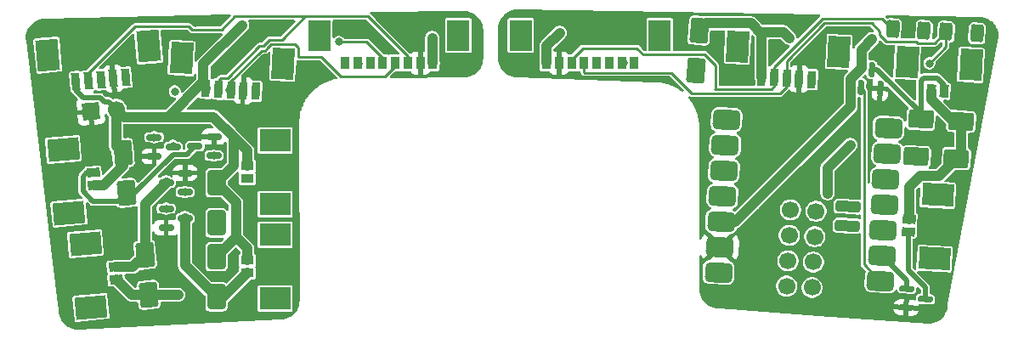
<source format=gbr>
%TF.GenerationSoftware,KiCad,Pcbnew,9.0.1*%
%TF.CreationDate,2025-06-09T02:27:09-04:00*%
%TF.ProjectId,Pneumatactors_1Xiao_3PiezoPumps_6Valves_TwoPiece,506e6575-6d61-4746-9163-746f72735f31,rev?*%
%TF.SameCoordinates,Original*%
%TF.FileFunction,Copper,L1,Top*%
%TF.FilePolarity,Positive*%
%FSLAX46Y46*%
G04 Gerber Fmt 4.6, Leading zero omitted, Abs format (unit mm)*
G04 Created by KiCad (PCBNEW 9.0.1) date 2025-06-09 02:27:09*
%MOMM*%
%LPD*%
G01*
G04 APERTURE LIST*
G04 Aperture macros list*
%AMRoundRect*
0 Rectangle with rounded corners*
0 $1 Rounding radius*
0 $2 $3 $4 $5 $6 $7 $8 $9 X,Y pos of 4 corners*
0 Add a 4 corners polygon primitive as box body*
4,1,4,$2,$3,$4,$5,$6,$7,$8,$9,$2,$3,0*
0 Add four circle primitives for the rounded corners*
1,1,$1+$1,$2,$3*
1,1,$1+$1,$4,$5*
1,1,$1+$1,$6,$7*
1,1,$1+$1,$8,$9*
0 Add four rect primitives between the rounded corners*
20,1,$1+$1,$2,$3,$4,$5,0*
20,1,$1+$1,$4,$5,$6,$7,0*
20,1,$1+$1,$6,$7,$8,$9,0*
20,1,$1+$1,$8,$9,$2,$3,0*%
%AMRotRect*
0 Rectangle, with rotation*
0 The origin of the aperture is its center*
0 $1 length*
0 $2 width*
0 $3 Rotation angle, in degrees counterclockwise*
0 Add horizontal line*
21,1,$1,$2,0,0,$3*%
G04 Aperture macros list end*
%TA.AperFunction,SMDPad,CuDef*%
%ADD10RoundRect,0.150000X-0.594545X-0.119047X0.578844X-0.180542X0.594545X0.119047X-0.578844X0.180542X0*%
%TD*%
%TA.AperFunction,SMDPad,CuDef*%
%ADD11RoundRect,0.250000X-0.734682X0.939543X-0.560371X-1.052846X0.734682X-0.939543X0.560371X1.052846X0*%
%TD*%
%TA.AperFunction,SMDPad,CuDef*%
%ADD12R,1.295400X0.889000*%
%TD*%
%TA.AperFunction,SMDPad,CuDef*%
%ADD13R,3.098800X2.209800*%
%TD*%
%TA.AperFunction,SMDPad,CuDef*%
%ADD14R,0.889000X1.295400*%
%TD*%
%TA.AperFunction,SMDPad,CuDef*%
%ADD15R,2.209800X3.098800*%
%TD*%
%TA.AperFunction,SMDPad,CuDef*%
%ADD16RoundRect,0.250000X-0.432162X-0.603209X0.366742X-0.645078X0.432162X0.603209X-0.366742X0.645078X0*%
%TD*%
%TA.AperFunction,SMDPad,CuDef*%
%ADD17RoundRect,0.500000X0.899969X0.453521X-0.847633X0.545109X-0.899969X-0.453521X0.847633X-0.545109X0*%
%TD*%
%TA.AperFunction,SMDPad,CuDef*%
%ADD18RoundRect,0.275000X-0.988056X-0.223596X0.959271X-0.325651X0.988056X0.223596X-0.959271X0.325651X0*%
%TD*%
%TA.AperFunction,SMDPad,CuDef*%
%ADD19C,1.700000*%
%TD*%
%TA.AperFunction,SMDPad,CuDef*%
%ADD20RoundRect,0.250000X0.560371X-1.052846X0.734682X0.939543X-0.560371X1.052846X-0.734682X-0.939543X0*%
%TD*%
%TA.AperFunction,ComponentPad*%
%ADD21RotRect,1.700000X1.700000X95.000000*%
%TD*%
%TA.AperFunction,ComponentPad*%
%ADD22C,1.700000*%
%TD*%
%TA.AperFunction,SMDPad,CuDef*%
%ADD23RoundRect,0.150000X-0.587500X-0.150000X0.587500X-0.150000X0.587500X0.150000X-0.587500X0.150000X0*%
%TD*%
%TA.AperFunction,SMDPad,CuDef*%
%ADD24RoundRect,0.250000X1.032648X0.596773X-0.964611X0.701445X-1.032648X-0.596773X0.964611X-0.701445X0*%
%TD*%
%TA.AperFunction,SMDPad,CuDef*%
%ADD25RotRect,0.812800X1.701800X357.000000*%
%TD*%
%TA.AperFunction,SMDPad,CuDef*%
%ADD26RotRect,2.209800X3.098800X357.000000*%
%TD*%
%TA.AperFunction,SMDPad,CuDef*%
%ADD27RotRect,0.889000X1.295400X95.000000*%
%TD*%
%TA.AperFunction,SMDPad,CuDef*%
%ADD28RotRect,2.209800X3.098800X95.000000*%
%TD*%
%TA.AperFunction,SMDPad,CuDef*%
%ADD29RoundRect,0.150000X0.587500X0.150000X-0.587500X0.150000X-0.587500X-0.150000X0.587500X-0.150000X0*%
%TD*%
%TA.AperFunction,SMDPad,CuDef*%
%ADD30RotRect,0.889000X1.295400X357.000000*%
%TD*%
%TA.AperFunction,SMDPad,CuDef*%
%ADD31RoundRect,0.150000X0.119047X-0.594545X0.180542X0.578844X-0.119047X0.594545X-0.180542X-0.578844X0*%
%TD*%
%TA.AperFunction,SMDPad,CuDef*%
%ADD32RotRect,0.812800X1.701800X5.000000*%
%TD*%
%TA.AperFunction,SMDPad,CuDef*%
%ADD33RotRect,2.209800X3.098800X5.000000*%
%TD*%
%TA.AperFunction,SMDPad,CuDef*%
%ADD34RoundRect,0.250000X0.734682X-0.939543X0.560371X1.052846X-0.734682X0.939543X-0.560371X-1.052846X0*%
%TD*%
%TA.AperFunction,SMDPad,CuDef*%
%ADD35RoundRect,0.250000X-0.650000X1.000000X-0.650000X-1.000000X0.650000X-1.000000X0.650000X1.000000X0*%
%TD*%
%TA.AperFunction,SMDPad,CuDef*%
%ADD36RotRect,0.889000X1.295400X267.000000*%
%TD*%
%TA.AperFunction,SMDPad,CuDef*%
%ADD37RotRect,2.209800X3.098800X267.000000*%
%TD*%
%TA.AperFunction,ViaPad*%
%ADD38C,0.800000*%
%TD*%
%TA.AperFunction,Conductor*%
%ADD39C,1.000000*%
%TD*%
%TA.AperFunction,Conductor*%
%ADD40C,0.500000*%
%TD*%
%TA.AperFunction,Conductor*%
%ADD41C,0.250000*%
%TD*%
G04 APERTURE END LIST*
D10*
%TO.P,Q2,1,G*%
%TO.N,V2*%
X226876327Y-83408172D03*
%TO.P,Q2,2,S*%
%TO.N,GND_1*%
X226776889Y-85305568D03*
%TO.P,Q2,3,D*%
%TO.N,Net-(D3-A)*%
X228699038Y-84455000D03*
%TD*%
D11*
%TO.P,D6,1,K*%
%TO.N,5V*%
X148748187Y-69889610D03*
%TO.P,D6,2,A*%
%TO.N,Net-(D6-A)*%
X149096813Y-73874390D03*
%TD*%
D12*
%TO.P,J4,1,Pin_1*%
%TO.N,Net-(D4-A)*%
X161150700Y-72441000D03*
%TO.P,J4,2,Pin_2*%
%TO.N,5V*%
X161150700Y-71191000D03*
D13*
%TO.P,J4,3*%
%TO.N,N/C*%
X163900700Y-68641000D03*
%TO.P,J4,4*%
X163900700Y-74991000D03*
%TD*%
D14*
%TO.P,J12,1,1*%
%TO.N,V6_1*%
X199701000Y-60923800D03*
%TO.P,J12,2,2*%
%TO.N,V5_1*%
X198451000Y-60923800D03*
%TO.P,J12,3,3*%
%TO.N,V4_1*%
X197201000Y-60923800D03*
%TO.P,J12,4,4*%
%TO.N,V3_1*%
X195951000Y-60923800D03*
%TO.P,J12,5,5*%
%TO.N,SCL_1*%
X194701000Y-60923800D03*
%TO.P,J12,6,6*%
%TO.N,SDA_1*%
X193451000Y-60923800D03*
%TO.P,J12,7,7*%
%TO.N,GND_1*%
X192201000Y-60923800D03*
%TO.P,J12,8,8*%
%TO.N,5V_1*%
X190951000Y-60923800D03*
D15*
%TO.P,J12,9*%
%TO.N,N/C*%
X188401000Y-58173800D03*
%TO.P,J12,10*%
X202251000Y-58173800D03*
%TD*%
D16*
%TO.P,R1,1*%
%TO.N,SDA_1*%
X225476823Y-57565883D03*
%TO.P,R1,2*%
%TO.N,3V3*%
X228572575Y-57728125D03*
%TD*%
D17*
%TO.P,U2,1,PA02_A0_D0*%
%TO.N,V1*%
X224240799Y-82649525D03*
%TO.P,U2,2,PA4_A1_D1*%
%TO.N,V2*%
X224373732Y-80113006D03*
%TO.P,U2,3,PA10_A2_D2*%
%TO.N,V3_1*%
X224506666Y-77576487D03*
%TO.P,U2,4,PA11_A3_D3*%
%TO.N,V4_1*%
X224639599Y-75039968D03*
%TO.P,U2,5,PA8_A4_D4_SDA*%
%TO.N,SDA_1*%
X224772532Y-72503449D03*
%TO.P,U2,6,PA9_A5_D5_SCL*%
%TO.N,SCL_1*%
X224905466Y-69966930D03*
%TO.P,U2,7,PB08_A6_D6_TX*%
%TO.N,unconnected-(U2-PB08_A6_D6_TX-Pad7)*%
X225038399Y-67430411D03*
%TO.P,U2,8,PB09_A7_D7_RX*%
%TO.N,unconnected-(U2-PB09_A7_D7_RX-Pad8)*%
X208895553Y-66584400D03*
%TO.P,U2,9,PA7_A8_D8_SCK*%
%TO.N,V5_1*%
X208762619Y-69120919D03*
%TO.P,U2,10,PA5_A9_D9_MISO*%
%TO.N,V6_1*%
X208629686Y-71657438D03*
%TO.P,U2,11,PA6_A10_D10_MOSI*%
%TO.N,unconnected-(U2-PA6_A10_D10_MOSI-Pad11)*%
X208496753Y-74193957D03*
%TO.P,U2,12,3V3*%
%TO.N,3V3*%
X208363819Y-76730476D03*
%TO.P,U2,13,GND*%
%TO.N,GND_1*%
X208230886Y-79266995D03*
%TO.P,U2,14,5V*%
%TO.N,Net-(D1-K)*%
X208097953Y-81803514D03*
D18*
%TO.P,U2,15,5V*%
%TO.N,unconnected-(U2-5V-Pad15)*%
X221014554Y-75232511D03*
%TO.P,U2,16,GND*%
%TO.N,unconnected-(U2-GND-Pad16)*%
X220914854Y-77134901D03*
D19*
%TO.P,U2,17,PA31_SWDIO*%
%TO.N,unconnected-(U2-PA31_SWDIO-Pad17)*%
X217412134Y-83305038D03*
%TO.P,U2,18,PA30_SWCLK*%
%TO.N,unconnected-(U2-PA30_SWCLK-Pad18)*%
X214875615Y-83172105D03*
%TO.P,U2,19,RESET*%
%TO.N,unconnected-(U2-RESET-Pad19)*%
X217545067Y-80768519D03*
%TO.P,U2,20,GND*%
%TO.N,unconnected-(U2-GND-Pad20)*%
X215008548Y-80635586D03*
%TO.P,U2,21*%
%TO.N,N/C*%
X217678000Y-78232000D03*
%TO.P,U2,22*%
X215141481Y-78099067D03*
%TO.P,U2,23*%
X217810934Y-75695481D03*
%TO.P,U2,24*%
X215274415Y-75562548D03*
%TD*%
D20*
%TO.P,D1,1,K*%
%TO.N,Net-(D1-K)*%
X205819688Y-61682389D03*
%TO.P,D1,2,A*%
%TO.N,5V_1*%
X206168312Y-57697611D03*
%TD*%
D21*
%TO.P,J1,1,Pin_1*%
%TO.N,GND*%
X145551665Y-65753375D03*
D22*
%TO.P,J1,2,Pin_2*%
%TO.N,5V*%
X148082000Y-65532000D03*
%TD*%
D23*
%TO.P,Q3,1,G*%
%TO.N,V3*%
X151873500Y-68326000D03*
%TO.P,Q3,2,S*%
%TO.N,GND*%
X151873500Y-70226000D03*
%TO.P,Q3,3,D*%
%TO.N,Net-(D4-A)*%
X153748500Y-69276000D03*
%TD*%
D24*
%TO.P,D2,1,K*%
%TO.N,5V_1*%
X232265341Y-66746348D03*
%TO.P,D2,2,A*%
%TO.N,Net-(D2-A)*%
X228270823Y-66537004D03*
%TD*%
D25*
%TO.P,J8,1,1*%
%TO.N,unconnected-(J8-Pad1)*%
X217382709Y-62574937D03*
%TO.P,J8,2,2*%
%TO.N,GND_1*%
X216134422Y-62509517D03*
%TO.P,J8,3,3*%
%TO.N,SCL_1*%
X214886135Y-62444097D03*
%TO.P,J8,4,4*%
%TO.N,SDA_1*%
X213637848Y-62378678D03*
%TO.P,J8,5,5*%
%TO.N,5V_1*%
X212389561Y-62313258D03*
D26*
%TO.P,J8,6*%
%TO.N,N/C*%
X209994830Y-59283776D03*
%TO.P,J8,7*%
X220080989Y-59812369D03*
%TD*%
D24*
%TO.P,D3,1,K*%
%TO.N,5V_1*%
X231792082Y-70451676D03*
%TO.P,D3,2,A*%
%TO.N,Net-(D3-A)*%
X227797564Y-70242332D03*
%TD*%
D27*
%TO.P,J7,1,Pin_1*%
%TO.N,Net-(D7-A)*%
X147983733Y-81245433D03*
%TO.P,J7,2,Pin_2*%
%TO.N,5V*%
X148092678Y-82490676D03*
D28*
%TO.P,J7,3*%
%TO.N,N/C*%
X145575389Y-85270651D03*
%TO.P,J7,4*%
X145021949Y-78944815D03*
%TD*%
D25*
%TO.P,J9,1,1*%
%TO.N,unconnected-(J9-Pad1)*%
X162003684Y-63737360D03*
%TO.P,J9,2,2*%
%TO.N,GND*%
X160755397Y-63671939D03*
%TO.P,J9,3,3*%
%TO.N,SCL*%
X159507110Y-63606520D03*
%TO.P,J9,4,4*%
%TO.N,SDA*%
X158258823Y-63541099D03*
%TO.P,J9,5,5*%
%TO.N,5V*%
X157010536Y-63475680D03*
D26*
%TO.P,J9,6*%
%TO.N,N/C*%
X154615806Y-60446198D03*
%TO.P,J9,7*%
X164701963Y-60974792D03*
%TD*%
D29*
%TO.P,Q6,1,G*%
%TO.N,V6*%
X154940000Y-73782000D03*
%TO.P,Q6,2,S*%
%TO.N,GND*%
X154940000Y-71882000D03*
%TO.P,Q6,3,D*%
%TO.N,Net-(D7-A)*%
X153065000Y-72832000D03*
%TD*%
D16*
%TO.P,R2,1*%
%TO.N,SCL_1*%
X230763071Y-57819883D03*
%TO.P,R2,2*%
%TO.N,3V3*%
X233858823Y-57982125D03*
%TD*%
D29*
%TO.P,Q5,1,G*%
%TO.N,V5*%
X157812500Y-70160000D03*
%TO.P,Q5,2,S*%
%TO.N,GND*%
X157812500Y-68260000D03*
%TO.P,Q5,3,D*%
%TO.N,Net-(D6-A)*%
X155937500Y-69210000D03*
%TD*%
D30*
%TO.P,J2,1,Pin_1*%
%TO.N,Net-(D2-A)*%
X230568514Y-63736779D03*
%TO.P,J2,2,Pin_2*%
%TO.N,5V_1*%
X229320227Y-63671359D03*
D26*
%TO.P,J2,3*%
%TO.N,N/C*%
X226917646Y-60791671D03*
%TO.P,J2,4*%
X233258944Y-61124004D03*
%TD*%
D31*
%TO.P,Q1,1,G*%
%TO.N,V1*%
X222309427Y-63389566D03*
%TO.P,Q1,2,S*%
%TO.N,GND_1*%
X224206823Y-63489004D03*
%TO.P,Q1,3,D*%
%TO.N,Net-(D2-A)*%
X223356255Y-61566855D03*
%TD*%
D32*
%TO.P,J10,1,1*%
%TO.N,unconnected-(J10-Pad1)*%
X149047630Y-62365558D03*
%TO.P,J10,2,2*%
%TO.N,GND*%
X147802387Y-62474502D03*
%TO.P,J10,3,3*%
%TO.N,SCL*%
X146557144Y-62583448D03*
%TO.P,J10,4,4*%
%TO.N,SDA*%
X145311900Y-62692392D03*
%TO.P,J10,5,5*%
%TO.N,5V*%
X144066656Y-62801337D03*
D33*
%TO.P,J10,6*%
%TO.N,N/C*%
X141273609Y-60134620D03*
%TO.P,J10,7*%
X151335179Y-59254347D03*
%TD*%
D34*
%TO.P,D7,1,K*%
%TO.N,5V*%
X151304311Y-84034389D03*
%TO.P,D7,2,A*%
%TO.N,Net-(D7-A)*%
X150955689Y-80049611D03*
%TD*%
D35*
%TO.P,D5,1,K*%
%TO.N,5V*%
X158066500Y-80230000D03*
%TO.P,D5,2,A*%
%TO.N,Net-(D5-A)*%
X158066500Y-84230000D03*
%TD*%
D23*
%TO.P,Q4,1,G*%
%TO.N,V4*%
X153065000Y-75438000D03*
%TO.P,Q4,2,S*%
%TO.N,GND*%
X153065000Y-77338000D03*
%TO.P,Q4,3,D*%
%TO.N,Net-(D5-A)*%
X154940000Y-76388000D03*
%TD*%
D12*
%TO.P,J5,1,Pin_1*%
%TO.N,Net-(D5-A)*%
X161150700Y-81839000D03*
%TO.P,J5,2,Pin_2*%
%TO.N,5V*%
X161150700Y-80589000D03*
D13*
%TO.P,J5,3*%
%TO.N,N/C*%
X163900700Y-78039000D03*
%TO.P,J5,4*%
X163900700Y-84389000D03*
%TD*%
D35*
%TO.P,D4,1,K*%
%TO.N,5V*%
X158066500Y-72864000D03*
%TO.P,D4,2,A*%
%TO.N,Net-(D4-A)*%
X158066500Y-76864000D03*
%TD*%
D36*
%TO.P,J3,1,Pin_1*%
%TO.N,Net-(D3-A)*%
X227007048Y-77724695D03*
%TO.P,J3,2,Pin_2*%
%TO.N,5V_1*%
X227072468Y-76476408D03*
D37*
%TO.P,J3,3*%
%TO.N,N/C*%
X229952156Y-74073827D03*
%TO.P,J3,4*%
X229619823Y-80415125D03*
%TD*%
D27*
%TO.P,J6,1,Pin_1*%
%TO.N,Net-(D6-A)*%
X145796000Y-71847433D03*
%TO.P,J6,2,Pin_2*%
%TO.N,5V*%
X145904944Y-73092676D03*
D28*
%TO.P,J6,3*%
%TO.N,N/C*%
X143387656Y-75872651D03*
%TO.P,J6,4*%
X142834216Y-69546815D03*
%TD*%
D14*
%TO.P,J11,1,1*%
%TO.N,5V*%
X179635000Y-60923800D03*
%TO.P,J11,2,2*%
%TO.N,GND*%
X178385000Y-60923800D03*
%TO.P,J11,3,3*%
%TO.N,SDA*%
X177135000Y-60923800D03*
%TO.P,J11,4,4*%
%TO.N,SCL*%
X175885000Y-60923800D03*
%TO.P,J11,5,5*%
%TO.N,V3*%
X174635000Y-60923800D03*
%TO.P,J11,6,6*%
%TO.N,V4*%
X173385000Y-60923800D03*
%TO.P,J11,7,7*%
%TO.N,V5*%
X172135000Y-60923800D03*
%TO.P,J11,8,8*%
%TO.N,V6*%
X170885000Y-60923800D03*
D15*
%TO.P,J11,9*%
%TO.N,N/C*%
X168335000Y-58173800D03*
%TO.P,J11,10*%
X182185000Y-58173800D03*
%TD*%
D38*
%TO.N,5V*%
X160655000Y-57150000D03*
X179578000Y-58420000D03*
X154262111Y-84034389D03*
X158066500Y-80230000D03*
%TO.N,Net-(D3-A)*%
X227797564Y-70242332D03*
X227007048Y-77724695D03*
%TO.N,Net-(D4-A)*%
X158066500Y-76864000D03*
X161150700Y-72441000D03*
X153748500Y-69177000D03*
%TO.N,GND*%
X181660800Y-61112400D03*
X164592000Y-65786000D03*
X180086000Y-56438800D03*
X173990000Y-58420000D03*
X156210000Y-70612000D03*
X154178000Y-85598000D03*
X143256000Y-72644000D03*
X155956000Y-56896000D03*
X145796000Y-58674000D03*
X158750000Y-60960000D03*
X160274000Y-66548000D03*
X163830000Y-71628000D03*
X144272000Y-82042000D03*
X163576000Y-81534000D03*
X167386000Y-61214000D03*
X141732000Y-64516000D03*
X151130000Y-62992000D03*
X177342800Y-58826400D03*
%TO.N,SCL*%
X159379213Y-63606520D03*
X146557144Y-62583448D03*
X153924000Y-63754000D03*
%TO.N,3V3*%
X223413205Y-58526795D03*
X228572575Y-57728125D03*
X233858823Y-57982125D03*
%TO.N,Net-(D1-K)*%
X205819688Y-61682389D03*
X208097953Y-81803514D03*
%TO.N,V3*%
X170271947Y-58836053D03*
X151873500Y-68326000D03*
%TO.N,V4*%
X173385000Y-60923800D03*
X153065000Y-75438000D03*
%TO.N,V5*%
X172212000Y-60960000D03*
X157812500Y-70160000D03*
%TO.N,V6*%
X154940000Y-73782000D03*
X170885000Y-60923800D03*
%TO.N,5V_1*%
X218948000Y-73914000D03*
X226846564Y-76476408D03*
X206168312Y-57697611D03*
X221234000Y-69088000D03*
X215138000Y-58420000D03*
X192278000Y-57912000D03*
%TO.N,GND_1*%
X215646000Y-56896000D03*
X190500000Y-56388000D03*
X215900000Y-73152000D03*
X221488000Y-66802000D03*
X224485200Y-65532000D03*
X230378000Y-83058000D03*
X230124000Y-77216000D03*
X229870000Y-68072000D03*
X206044800Y-64922400D03*
X227076000Y-63246000D03*
X218694000Y-65024000D03*
X224536000Y-60960000D03*
X210464400Y-62230000D03*
X212598000Y-68580000D03*
X232664000Y-63754000D03*
X210312000Y-83820000D03*
X233680000Y-65024000D03*
X212344000Y-65278000D03*
X220726000Y-80264000D03*
X197104000Y-56438800D03*
X213868000Y-58928000D03*
X229870000Y-69850000D03*
X221234000Y-85090000D03*
X193548000Y-59182000D03*
X187960000Y-60960000D03*
X211582000Y-80264000D03*
X221081600Y-72644000D03*
%TO.N,SDA_1*%
X224772532Y-72503449D03*
X225433470Y-57522530D03*
%TO.N,SCL_1*%
X224905466Y-69966930D03*
X229108000Y-60960000D03*
%TO.N,V6_1*%
X208629686Y-71657438D03*
X199701000Y-60923800D03*
%TO.N,V3_1*%
X195951000Y-60923800D03*
X224506666Y-77576487D03*
%TO.N,V5_1*%
X198652000Y-60923800D03*
X208762619Y-69120919D03*
%TO.N,V4_1*%
X224639599Y-75039968D03*
X197201000Y-60923800D03*
%TD*%
D39*
%TO.N,5V*%
X148748187Y-71144385D02*
X146799896Y-73092676D01*
X161150700Y-79407200D02*
X160020000Y-78276500D01*
X148844000Y-66294000D02*
X157791652Y-66294000D01*
X156778122Y-62798122D02*
X153282244Y-66294000D01*
X161150700Y-69653048D02*
X159810500Y-68312848D01*
X160020000Y-78276500D02*
X158066500Y-80230000D01*
X179578000Y-60866800D02*
X179635000Y-60923800D01*
X148082000Y-65532000D02*
X148844000Y-66294000D01*
X153282244Y-66294000D02*
X148844000Y-66294000D01*
X149636391Y-84034389D02*
X148092678Y-82490676D01*
X148082000Y-65532000D02*
X148082000Y-69223423D01*
D40*
X144066656Y-63655487D02*
X144792696Y-64381527D01*
D39*
X156778122Y-62798122D02*
X156778122Y-63243266D01*
X161150700Y-71191000D02*
X161150700Y-69653048D01*
X160655000Y-57150000D02*
X156778122Y-61026878D01*
X156778122Y-61026878D02*
X156778122Y-62798122D01*
X148082000Y-69223423D02*
X148748187Y-69889610D01*
X156778122Y-63243266D02*
X157010536Y-63475680D01*
D40*
X146511159Y-64381527D02*
X146899632Y-64770000D01*
D39*
X151304311Y-84034389D02*
X154262111Y-84034389D01*
D40*
X146899632Y-64770000D02*
X147320000Y-64770000D01*
D39*
X160020000Y-74817500D02*
X160020000Y-78276500D01*
X161150700Y-80589000D02*
X161150700Y-79407200D01*
X158066500Y-72864000D02*
X160020000Y-74817500D01*
X159810500Y-71120000D02*
X158066500Y-72864000D01*
X148748187Y-69889610D02*
X148748187Y-71144385D01*
X159810500Y-68312848D02*
X159810500Y-71120000D01*
D40*
X147320000Y-64770000D02*
X148082000Y-65532000D01*
D39*
X146799896Y-73092676D02*
X145904944Y-73092676D01*
X157791652Y-66294000D02*
X159810500Y-68312848D01*
X179578000Y-58420000D02*
X179578000Y-60866800D01*
D40*
X144792696Y-64381527D02*
X146511159Y-64381527D01*
X144066656Y-62801337D02*
X144066656Y-63655487D01*
D39*
X151304311Y-84034389D02*
X149636391Y-84034389D01*
D40*
%TO.N,Net-(D3-A)*%
X227007048Y-81592048D02*
X228699038Y-83284038D01*
X227007048Y-77724695D02*
X227007048Y-81592048D01*
X228699038Y-83284038D02*
X228699038Y-84455000D01*
D39*
%TO.N,Net-(D5-A)*%
X158066500Y-84230000D02*
X158759700Y-84230000D01*
X154940000Y-76388000D02*
X154940000Y-81103500D01*
X154940000Y-81103500D02*
X158066500Y-84230000D01*
X158759700Y-84230000D02*
X161150700Y-81839000D01*
D41*
%TO.N,V1*%
X224240799Y-82649525D02*
X222604651Y-81013377D01*
X222604651Y-81013377D02*
X222604651Y-63684790D01*
X222604651Y-63684790D02*
X222309427Y-63389566D01*
D40*
%TO.N,V2*%
X224373732Y-80113006D02*
X224408978Y-80113006D01*
X224408978Y-80113006D02*
X226876327Y-82580355D01*
X226876327Y-82580355D02*
X226876327Y-83408172D01*
D41*
%TO.N,SDA*%
X173206900Y-56298400D02*
X177135000Y-60226500D01*
X158258823Y-63541099D02*
X158258823Y-62689031D01*
X145311900Y-61952100D02*
X149975455Y-57288545D01*
X155655280Y-57622000D02*
X158574488Y-57622000D01*
X158258823Y-62689031D02*
X158538337Y-62409517D01*
X158538337Y-62409517D02*
X159202673Y-62409517D01*
X164609811Y-58592689D02*
X166904100Y-56298400D01*
X159898088Y-56298400D02*
X166904100Y-56298400D01*
X162740488Y-59239000D02*
X162740488Y-59210023D01*
X158574488Y-57622000D02*
X159898088Y-56298400D01*
X155321825Y-57288545D02*
X155655280Y-57622000D01*
X166904100Y-56298400D02*
X173206900Y-56298400D01*
X163357822Y-58592689D02*
X164609811Y-58592689D01*
X177135000Y-60226500D02*
X177135000Y-60923800D01*
X162740488Y-59210023D02*
X163357822Y-58592689D01*
X149975455Y-57288545D02*
X155321825Y-57288545D01*
X145311900Y-62692392D02*
X145311900Y-61952100D01*
X159202673Y-62409517D02*
X162373190Y-59239000D01*
X162373190Y-59239000D02*
X162740488Y-59239000D01*
%TO.N,SCL*%
X163191488Y-59425810D02*
X162927298Y-59690000D01*
X163191488Y-59396833D02*
X163191488Y-59425810D01*
X170447000Y-62230000D02*
X168542000Y-60325000D01*
X175885000Y-61242500D02*
X174897500Y-62230000D01*
X166212438Y-60325000D02*
X166212438Y-59350307D01*
X168542000Y-60325000D02*
X166212438Y-60325000D01*
X159389483Y-62860517D02*
X159379213Y-62860517D01*
X175885000Y-60923800D02*
X175885000Y-61242500D01*
X174897500Y-62230000D02*
X170447000Y-62230000D01*
X162560000Y-59690000D02*
X159389483Y-62860517D01*
X166212438Y-59350307D02*
X165905820Y-59043689D01*
X159507110Y-63250890D02*
X159507110Y-63606520D01*
X165905820Y-59043689D02*
X163544632Y-59043689D01*
X162927298Y-59690000D02*
X162560000Y-59690000D01*
X146557144Y-62583448D02*
X146557144Y-63138106D01*
X159379213Y-62860517D02*
X159379213Y-63606520D01*
X163544632Y-59043689D02*
X163191488Y-59396833D01*
D40*
%TO.N,Net-(D6-A)*%
X145145826Y-71847433D02*
X144769968Y-72223291D01*
X155120500Y-70027000D02*
X153747000Y-70027000D01*
X144769968Y-73701265D02*
X145773849Y-74705146D01*
X153747000Y-70027000D02*
X149899610Y-73874390D01*
X149899610Y-73874390D02*
X149096813Y-73874390D01*
X145796000Y-71847433D02*
X145145826Y-71847433D01*
X155937500Y-69210000D02*
X155120500Y-70027000D01*
X148266057Y-74705146D02*
X149096813Y-73874390D01*
X144769968Y-72223291D02*
X144769968Y-73701265D01*
X145773849Y-74705146D02*
X148266057Y-74705146D01*
D39*
%TO.N,Net-(D7-A)*%
X149759867Y-81245433D02*
X150955689Y-80049611D01*
X150955689Y-74941311D02*
X153065000Y-72832000D01*
X147983733Y-81245433D02*
X149759867Y-81245433D01*
X150955689Y-80049611D02*
X150955689Y-74941311D01*
%TO.N,3V3*%
X208363819Y-76730476D02*
X209740706Y-76730476D01*
X222324147Y-61453898D02*
X222324147Y-59615853D01*
X222324147Y-59615853D02*
X223413205Y-58526795D01*
X221277319Y-62500726D02*
X222324147Y-61453898D01*
X209740706Y-76730476D02*
X221277319Y-65193863D01*
X221277319Y-65193863D02*
X221277319Y-62500726D01*
D40*
%TO.N,Net-(D2-A)*%
X229901730Y-62421406D02*
X228553121Y-62421406D01*
X228270823Y-65939816D02*
X228270823Y-66537004D01*
X228553121Y-62421406D02*
X228270823Y-62703704D01*
X230568514Y-63736779D02*
X230568514Y-63088190D01*
X230568514Y-63088190D02*
X229901730Y-62421406D01*
X228270823Y-62703704D02*
X228270823Y-66537004D01*
X223897862Y-61566855D02*
X228270823Y-65939816D01*
X223356255Y-61566855D02*
X223897862Y-61566855D01*
D41*
%TO.N,V3*%
X174635000Y-60429600D02*
X174635000Y-60923800D01*
X173041453Y-58836053D02*
X174635000Y-60429600D01*
X170271947Y-58836053D02*
X173041453Y-58836053D01*
%TO.N,V5*%
X172135000Y-60923800D02*
X172175800Y-60923800D01*
X172175800Y-60923800D02*
X172212000Y-60960000D01*
D39*
%TO.N,5V_1*%
X212575778Y-57827000D02*
X214545000Y-57827000D01*
X190951000Y-59239000D02*
X192278000Y-57912000D01*
X214545000Y-57827000D02*
X215138000Y-58420000D01*
X211354017Y-56977673D02*
X212389561Y-58013217D01*
X232265341Y-66746348D02*
X232265341Y-69978417D01*
X221234000Y-69088000D02*
X218948000Y-71374000D01*
X229320227Y-64581195D02*
X231485380Y-66746348D01*
X206888250Y-56977673D02*
X206168312Y-57697611D01*
X228172341Y-72188352D02*
X227072468Y-73288225D01*
X232265341Y-69978417D02*
X231792082Y-70451676D01*
X212389561Y-58013217D02*
X212389561Y-62313258D01*
X211354017Y-56977673D02*
X206888250Y-56977673D01*
X230055406Y-72188352D02*
X228172341Y-72188352D01*
X229320227Y-63671359D02*
X229320227Y-64581195D01*
X231485380Y-66746348D02*
X232265341Y-66746348D01*
X231792082Y-70451676D02*
X230055406Y-72188352D01*
X218948000Y-71374000D02*
X218948000Y-73914000D01*
X227072468Y-73288225D02*
X227072468Y-76476408D01*
X190951000Y-60923800D02*
X190951000Y-59239000D01*
X212389561Y-58013217D02*
X212575778Y-57827000D01*
D41*
%TO.N,SDA_1*%
X207772000Y-63510261D02*
X207772000Y-61140333D01*
X193451000Y-60549000D02*
X193451000Y-60923800D01*
X218440000Y-56515000D02*
X213637848Y-61317152D01*
X225433470Y-57522530D02*
X224425940Y-56515000D01*
X207772000Y-63510261D02*
X213358333Y-63510261D01*
X194564000Y-59436000D02*
X193451000Y-60549000D01*
X224425940Y-56515000D02*
X218440000Y-56515000D01*
X207689426Y-63510261D02*
X207772000Y-63510261D01*
X213358333Y-63510261D02*
X213637848Y-63230746D01*
X200573748Y-60052348D02*
X199957400Y-59436000D01*
X213637848Y-61317152D02*
X213637848Y-62378678D01*
X207772000Y-61140333D02*
X206684015Y-60052348D01*
X206684015Y-60052348D02*
X200573748Y-60052348D01*
X213637848Y-63230746D02*
X213637848Y-62378678D01*
X199957400Y-59436000D02*
X194564000Y-59436000D01*
X225476823Y-57565883D02*
X225433470Y-57522530D01*
%TO.N,SCL_1*%
X205439261Y-63961261D02*
X203375500Y-61897500D01*
X224155000Y-57785000D02*
X224155000Y-58100450D01*
X230763071Y-57819883D02*
X230763071Y-59304929D01*
X203375500Y-61897500D02*
X194777000Y-61897500D01*
X224155000Y-58100450D02*
X224842457Y-58787907D01*
X230763071Y-59304929D02*
X229108000Y-60960000D01*
X227938209Y-58950149D02*
X229632805Y-58950149D01*
X214221039Y-63961261D02*
X205439261Y-63961261D01*
X227775967Y-58787907D02*
X227938209Y-58950149D01*
X218626810Y-56966000D02*
X214886135Y-60706675D01*
X214886135Y-62444097D02*
X214886135Y-63296165D01*
X218626810Y-56966000D02*
X223336000Y-56966000D01*
X224842457Y-58787907D02*
X227775967Y-58787907D01*
X194701000Y-61821500D02*
X194701000Y-60923800D01*
X214886135Y-63296165D02*
X214221039Y-63961261D01*
X223336000Y-56966000D02*
X224155000Y-57785000D01*
X214886135Y-60706675D02*
X214886135Y-62444097D01*
X229632805Y-58950149D02*
X230763071Y-57819883D01*
X194777000Y-61897500D02*
X194701000Y-61821500D01*
%TD*%
%TA.AperFunction,Conductor*%
%TO.N,GND_1*%
G36*
X234060299Y-56337695D02*
G01*
X234060340Y-56337708D01*
X234060423Y-56337697D01*
X234061333Y-56337712D01*
X234109090Y-56338557D01*
X234115006Y-56338803D01*
X234333130Y-56353095D01*
X234342623Y-56354087D01*
X234387047Y-56360475D01*
X234393517Y-56361582D01*
X234584467Y-56399561D01*
X234595184Y-56402195D01*
X234630416Y-56412540D01*
X234635238Y-56414066D01*
X234828240Y-56479578D01*
X234839884Y-56484201D01*
X234856168Y-56491638D01*
X234859485Y-56493212D01*
X235055937Y-56590089D01*
X235069978Y-56598197D01*
X235263601Y-56727571D01*
X235276470Y-56737445D01*
X235451547Y-56890983D01*
X235463016Y-56902452D01*
X235616554Y-57077529D01*
X235626428Y-57090398D01*
X235755802Y-57284021D01*
X235763913Y-57298068D01*
X235860771Y-57494481D01*
X235862354Y-57497816D01*
X235869802Y-57514126D01*
X235874426Y-57525777D01*
X235939911Y-57718695D01*
X235941469Y-57723619D01*
X235951804Y-57758819D01*
X235954444Y-57769563D01*
X235992411Y-57960454D01*
X235993531Y-57966998D01*
X235999908Y-58011356D01*
X236000905Y-58020893D01*
X236014428Y-58227267D01*
X236012519Y-58258493D01*
X230942700Y-84974805D01*
X230935462Y-84988944D01*
X230935462Y-85001355D01*
X230935357Y-85006461D01*
X230934521Y-85026746D01*
X230934218Y-85027639D01*
X230934361Y-85029748D01*
X230920904Y-85235111D01*
X230919907Y-85244648D01*
X230913530Y-85289006D01*
X230912410Y-85295550D01*
X230874440Y-85486453D01*
X230871799Y-85497198D01*
X230861473Y-85532366D01*
X230859916Y-85537289D01*
X230794424Y-85730228D01*
X230789799Y-85741882D01*
X230782362Y-85758167D01*
X230780780Y-85761499D01*
X230683913Y-85957931D01*
X230675802Y-85971978D01*
X230546428Y-86165601D01*
X230536554Y-86178470D01*
X230383016Y-86353547D01*
X230371547Y-86365016D01*
X230196470Y-86518554D01*
X230183601Y-86528428D01*
X229989978Y-86657802D01*
X229975931Y-86665913D01*
X229779517Y-86762771D01*
X229776182Y-86764354D01*
X229759872Y-86771802D01*
X229748221Y-86776426D01*
X229555303Y-86841911D01*
X229550379Y-86843469D01*
X229515179Y-86853804D01*
X229504435Y-86856444D01*
X229313544Y-86894411D01*
X229307000Y-86895531D01*
X229262642Y-86901908D01*
X229253105Y-86902905D01*
X229039553Y-86916898D01*
X229022439Y-86916836D01*
X218046484Y-86117555D01*
X226984677Y-86117555D01*
X227387264Y-86138653D01*
X227424218Y-86137686D01*
X227584106Y-86100184D01*
X227584112Y-86100182D01*
X227729646Y-86024098D01*
X227851690Y-85914209D01*
X227942573Y-85777419D01*
X227996582Y-85622325D01*
X227996908Y-85619848D01*
X227013461Y-85568309D01*
X226984677Y-86117555D01*
X218046484Y-86117555D01*
X210435585Y-85563321D01*
X209436973Y-85490601D01*
X225530700Y-85490601D01*
X225530766Y-85493098D01*
X225568268Y-85652988D01*
X225568271Y-85652994D01*
X225644354Y-85798527D01*
X225754242Y-85920570D01*
X225754243Y-85920571D01*
X225891033Y-86011454D01*
X226046129Y-86065464D01*
X226082778Y-86070289D01*
X226485362Y-86091387D01*
X226514146Y-85542140D01*
X225530701Y-85490601D01*
X225530700Y-85490601D01*
X209436973Y-85490601D01*
X208149613Y-85396854D01*
X208149613Y-85396853D01*
X208147631Y-85396709D01*
X208103538Y-85393499D01*
X208103538Y-85393462D01*
X208103038Y-85393462D01*
X208102880Y-85393451D01*
X208102830Y-85393448D01*
X208102829Y-85393448D01*
X208098751Y-85393180D01*
X208098657Y-85393174D01*
X207880887Y-85378904D01*
X207871350Y-85377907D01*
X207826992Y-85371530D01*
X207820448Y-85370410D01*
X207629545Y-85332440D01*
X207618800Y-85329799D01*
X207583632Y-85319473D01*
X207578709Y-85317916D01*
X207385770Y-85252424D01*
X207374116Y-85247799D01*
X207357831Y-85240362D01*
X207354499Y-85238780D01*
X207158068Y-85141913D01*
X207144026Y-85133806D01*
X207141245Y-85131948D01*
X207141244Y-85131947D01*
X207141239Y-85131944D01*
X206950397Y-85004428D01*
X206937529Y-84994554D01*
X206933801Y-84991285D01*
X225556867Y-84991285D01*
X225556868Y-84991286D01*
X226540315Y-85042825D01*
X226569099Y-84493579D01*
X226166514Y-84472482D01*
X226129559Y-84473449D01*
X225969671Y-84510951D01*
X225969665Y-84510953D01*
X225824131Y-84587037D01*
X225702087Y-84696926D01*
X225611204Y-84833715D01*
X225557193Y-84988813D01*
X225557193Y-84988814D01*
X225556867Y-84991285D01*
X206933801Y-84991285D01*
X206762452Y-84841016D01*
X206750983Y-84829547D01*
X206597445Y-84654470D01*
X206587571Y-84641601D01*
X206458197Y-84447978D01*
X206450089Y-84433937D01*
X206353211Y-84237484D01*
X206351662Y-84234220D01*
X206344193Y-84217865D01*
X206339572Y-84206221D01*
X206274074Y-84013263D01*
X206272542Y-84008420D01*
X206262189Y-83973158D01*
X206259559Y-83962458D01*
X206221584Y-83771526D01*
X206220472Y-83765031D01*
X206214085Y-83720604D01*
X206213095Y-83711133D01*
X206198803Y-83493005D01*
X206198538Y-83484898D01*
X206198538Y-83438118D01*
X206198442Y-83437238D01*
X206197762Y-83068635D01*
X213825115Y-83068635D01*
X213825115Y-83275574D01*
X213865483Y-83478517D01*
X213865485Y-83478525D01*
X213944673Y-83669701D01*
X214059639Y-83841762D01*
X214205957Y-83988080D01*
X214205960Y-83988082D01*
X214378017Y-84103046D01*
X214569195Y-84182235D01*
X214772145Y-84222604D01*
X214772149Y-84222605D01*
X214772150Y-84222605D01*
X214979081Y-84222605D01*
X214979082Y-84222604D01*
X215182035Y-84182235D01*
X215373213Y-84103046D01*
X215545270Y-83988082D01*
X215691592Y-83841760D01*
X215806556Y-83669703D01*
X215885745Y-83478525D01*
X215926115Y-83275570D01*
X215926115Y-83201568D01*
X216361634Y-83201568D01*
X216361634Y-83408507D01*
X216402002Y-83611450D01*
X216402004Y-83611458D01*
X216468553Y-83772122D01*
X216481193Y-83802636D01*
X216538446Y-83888322D01*
X216596158Y-83974695D01*
X216742476Y-84121013D01*
X216742479Y-84121015D01*
X216914536Y-84235979D01*
X217105714Y-84315168D01*
X217280501Y-84349935D01*
X217308664Y-84355537D01*
X217308668Y-84355538D01*
X217308669Y-84355538D01*
X217515600Y-84355538D01*
X217515601Y-84355537D01*
X217718554Y-84315168D01*
X217909732Y-84235979D01*
X218081789Y-84121015D01*
X218228111Y-83974693D01*
X218343075Y-83802636D01*
X218422264Y-83611458D01*
X218462634Y-83408503D01*
X218462634Y-83201573D01*
X218422264Y-82998618D01*
X218343075Y-82807440D01*
X218228111Y-82635383D01*
X218228109Y-82635380D01*
X218081791Y-82489062D01*
X217995760Y-82431579D01*
X217909732Y-82374097D01*
X217866351Y-82356128D01*
X217718554Y-82294908D01*
X217718546Y-82294906D01*
X217515603Y-82254538D01*
X217515599Y-82254538D01*
X217308669Y-82254538D01*
X217308664Y-82254538D01*
X217105721Y-82294906D01*
X217105713Y-82294908D01*
X216914537Y-82374096D01*
X216742476Y-82489062D01*
X216596158Y-82635380D01*
X216481192Y-82807441D01*
X216402004Y-82998617D01*
X216402002Y-82998625D01*
X216361634Y-83201568D01*
X215926115Y-83201568D01*
X215926115Y-83068640D01*
X215885745Y-82865685D01*
X215806556Y-82674507D01*
X215691592Y-82502450D01*
X215691590Y-82502447D01*
X215545272Y-82356129D01*
X215429954Y-82279077D01*
X215373213Y-82241164D01*
X215182035Y-82161975D01*
X215182027Y-82161973D01*
X214979084Y-82121605D01*
X214979080Y-82121605D01*
X214772150Y-82121605D01*
X214772145Y-82121605D01*
X214569202Y-82161973D01*
X214569194Y-82161975D01*
X214378018Y-82241163D01*
X214205957Y-82356129D01*
X214059639Y-82502447D01*
X213944673Y-82674508D01*
X213865485Y-82865684D01*
X213865483Y-82865692D01*
X213825115Y-83068635D01*
X206197762Y-83068635D01*
X206196303Y-82276924D01*
X206495480Y-82276924D01*
X206498191Y-82347724D01*
X206498191Y-82347728D01*
X206498192Y-82347731D01*
X206510553Y-82396198D01*
X206540231Y-82512567D01*
X206540233Y-82512573D01*
X206605956Y-82635380D01*
X206620498Y-82662552D01*
X206620501Y-82662555D01*
X206714504Y-82766958D01*
X206734324Y-82788970D01*
X206804711Y-82836722D01*
X206875097Y-82884474D01*
X207034631Y-82943511D01*
X207034632Y-82943511D01*
X207034637Y-82943513D01*
X207104784Y-82953612D01*
X208965463Y-83051126D01*
X208965470Y-83051125D01*
X208965473Y-83051126D01*
X209024478Y-83048866D01*
X209036282Y-83048414D01*
X209201118Y-83006376D01*
X209351103Y-82926109D01*
X209477521Y-82812282D01*
X209573025Y-82671509D01*
X209632064Y-82511970D01*
X209642163Y-82441822D01*
X209700425Y-81330116D01*
X209700195Y-81324111D01*
X209698186Y-81271627D01*
X209697714Y-81259297D01*
X209655675Y-81094461D01*
X209655673Y-81094457D01*
X209655672Y-81094454D01*
X209575410Y-80944480D01*
X209575408Y-80944476D01*
X209461582Y-80818058D01*
X209345131Y-80739055D01*
X209320807Y-80722553D01*
X209175896Y-80668927D01*
X209126782Y-80635607D01*
X208212382Y-79620062D01*
X207196833Y-80534466D01*
X207144504Y-80562470D01*
X206994788Y-80600652D01*
X206994782Y-80600654D01*
X206844807Y-80680916D01*
X206844799Y-80680922D01*
X206718385Y-80794745D01*
X206718384Y-80794747D01*
X206622880Y-80935519D01*
X206563843Y-81095052D01*
X206563841Y-81095058D01*
X206553742Y-81165208D01*
X206495481Y-82276911D01*
X206495480Y-82276924D01*
X206196303Y-82276924D01*
X206192483Y-80205143D01*
X206212044Y-80138070D01*
X206264764Y-80092218D01*
X206333904Y-80082147D01*
X206397513Y-80111054D01*
X206429245Y-80153336D01*
X206463836Y-80228956D01*
X206463842Y-80228966D01*
X206583940Y-80393096D01*
X206583944Y-80393101D01*
X206595233Y-80403335D01*
X207836719Y-79285497D01*
X208583952Y-79285497D01*
X209738796Y-80568082D01*
X209751098Y-80559081D01*
X209751102Y-80559078D01*
X209775544Y-80532116D01*
X213958048Y-80532116D01*
X213958048Y-80739055D01*
X213998416Y-80941998D01*
X213998418Y-80942006D01*
X214061814Y-81095058D01*
X214077607Y-81133184D01*
X214089097Y-81150380D01*
X214192572Y-81305243D01*
X214338890Y-81451561D01*
X214338893Y-81451563D01*
X214510950Y-81566527D01*
X214702128Y-81645716D01*
X214889277Y-81682942D01*
X214905078Y-81686085D01*
X214905082Y-81686086D01*
X214905083Y-81686086D01*
X215112014Y-81686086D01*
X215112015Y-81686085D01*
X215314968Y-81645716D01*
X215506146Y-81566527D01*
X215678203Y-81451563D01*
X215824525Y-81305241D01*
X215939489Y-81133184D01*
X216018678Y-80942006D01*
X216059048Y-80739051D01*
X216059048Y-80665049D01*
X216494567Y-80665049D01*
X216494567Y-80871988D01*
X216534935Y-81074931D01*
X216534937Y-81074939D01*
X216611303Y-81259303D01*
X216614126Y-81266117D01*
X216666367Y-81344301D01*
X216729091Y-81438176D01*
X216875409Y-81584494D01*
X216875412Y-81584496D01*
X217047469Y-81699460D01*
X217238647Y-81778649D01*
X217441597Y-81819018D01*
X217441601Y-81819019D01*
X217441602Y-81819019D01*
X217648533Y-81819019D01*
X217648534Y-81819018D01*
X217851487Y-81778649D01*
X218042665Y-81699460D01*
X218214722Y-81584496D01*
X218361044Y-81438174D01*
X218476008Y-81266117D01*
X218555197Y-81074939D01*
X218595567Y-80871984D01*
X218595567Y-80665054D01*
X218555197Y-80462099D01*
X218476008Y-80270921D01*
X218361044Y-80098864D01*
X218361042Y-80098861D01*
X218214724Y-79952543D01*
X218094722Y-79872361D01*
X218042665Y-79837578D01*
X217999284Y-79819609D01*
X217851487Y-79758389D01*
X217851479Y-79758387D01*
X217648536Y-79718019D01*
X217648532Y-79718019D01*
X217441602Y-79718019D01*
X217441597Y-79718019D01*
X217238654Y-79758387D01*
X217238646Y-79758389D01*
X217047470Y-79837577D01*
X216875409Y-79952543D01*
X216729091Y-80098861D01*
X216614125Y-80270922D01*
X216534937Y-80462098D01*
X216534935Y-80462106D01*
X216494567Y-80665049D01*
X216059048Y-80665049D01*
X216059048Y-80532121D01*
X216018678Y-80329166D01*
X215939489Y-80137988D01*
X215824525Y-79965931D01*
X215824523Y-79965928D01*
X215678205Y-79819610D01*
X215572108Y-79748719D01*
X215506146Y-79704645D01*
X215495878Y-79700392D01*
X215314968Y-79625456D01*
X215314960Y-79625454D01*
X215112017Y-79585086D01*
X215112013Y-79585086D01*
X214905083Y-79585086D01*
X214905078Y-79585086D01*
X214702135Y-79625454D01*
X214702127Y-79625456D01*
X214510951Y-79704644D01*
X214338890Y-79819610D01*
X214192572Y-79965928D01*
X214077606Y-80137989D01*
X213998418Y-80329165D01*
X213998416Y-80329173D01*
X213958048Y-80532116D01*
X209775544Y-80532116D01*
X209856563Y-80442746D01*
X209887694Y-80408405D01*
X209887701Y-80408395D01*
X209991163Y-80233314D01*
X209991166Y-80233309D01*
X210057272Y-80040972D01*
X210074112Y-79922364D01*
X210074113Y-79922355D01*
X210132520Y-78807887D01*
X210132520Y-78807882D01*
X210128171Y-78688172D01*
X210082530Y-78489971D01*
X209997930Y-78305025D01*
X209997929Y-78305023D01*
X209877831Y-78140893D01*
X209877827Y-78140888D01*
X209866537Y-78130653D01*
X208583952Y-79285497D01*
X207836719Y-79285497D01*
X207877818Y-79248491D01*
X206722974Y-77965907D01*
X206722973Y-77965907D01*
X206710669Y-77974910D01*
X206574077Y-78125584D01*
X206574070Y-78125594D01*
X206470608Y-78300675D01*
X206470605Y-78300680D01*
X206430381Y-78417713D01*
X206389974Y-78474714D01*
X206325165Y-78500821D01*
X206256530Y-78487745D01*
X206205860Y-78439638D01*
X206189114Y-78377637D01*
X206189089Y-78363976D01*
X206169237Y-67596326D01*
X206169505Y-67587985D01*
X206181616Y-67404275D01*
X206182531Y-67390393D01*
X206182112Y-67373736D01*
X206172352Y-66986052D01*
X206125504Y-66584309D01*
X206042373Y-66188479D01*
X206019632Y-66114423D01*
X206018337Y-66108707D01*
X206011891Y-66089212D01*
X205953201Y-65898083D01*
X205923649Y-65801840D01*
X205923646Y-65801832D01*
X205888551Y-65716174D01*
X205883981Y-65702350D01*
X205868705Y-65667734D01*
X205770305Y-65427562D01*
X205720364Y-65331581D01*
X205711189Y-65310789D01*
X205688944Y-65271193D01*
X205628493Y-65155012D01*
X205583619Y-65068767D01*
X205583616Y-65068762D01*
X205583615Y-65068760D01*
X205516344Y-64963966D01*
X205501560Y-64937649D01*
X205474462Y-64898722D01*
X205365120Y-64728390D01*
X205278045Y-64616566D01*
X205257037Y-64586387D01*
X205227283Y-64551375D01*
X205225665Y-64549297D01*
X205225647Y-64549275D01*
X205160224Y-64465258D01*
X205141280Y-64440929D01*
X205115624Y-64375943D01*
X205129176Y-64307400D01*
X205177633Y-64257064D01*
X205245611Y-64240917D01*
X205301120Y-64257361D01*
X205313619Y-64264578D01*
X205313621Y-64264578D01*
X205313622Y-64264579D01*
X205396408Y-64286761D01*
X205396410Y-64286761D01*
X214263890Y-64286761D01*
X214263892Y-64286761D01*
X214346678Y-64264579D01*
X214420901Y-64221726D01*
X214770976Y-63871649D01*
X216313378Y-63871649D01*
X216517324Y-63882338D01*
X216517332Y-63882337D01*
X216577122Y-63879061D01*
X216577127Y-63879060D01*
X216714283Y-63835936D01*
X216833738Y-63755913D01*
X216919328Y-63653252D01*
X216977376Y-63614366D01*
X217021057Y-63608826D01*
X217570187Y-63637605D01*
X217753244Y-63647199D01*
X217753245Y-63647199D01*
X217753245Y-63647198D01*
X217753247Y-63647199D01*
X217812259Y-63638643D01*
X217880808Y-63597859D01*
X217928533Y-63533949D01*
X217943211Y-63476154D01*
X218032522Y-61771999D01*
X218034343Y-61737246D01*
X218031668Y-61718797D01*
X218025787Y-61678233D01*
X218025786Y-61678231D01*
X218025786Y-61678230D01*
X217985005Y-61609684D01*
X217921094Y-61561959D01*
X217901828Y-61557066D01*
X217863299Y-61547281D01*
X217676515Y-61537492D01*
X217131110Y-61508908D01*
X217065193Y-61485742D01*
X217034580Y-61454091D01*
X216960191Y-61343047D01*
X216849757Y-61250976D01*
X216717859Y-61193751D01*
X216658732Y-61184242D01*
X216658720Y-61184240D01*
X216454779Y-61173552D01*
X216384079Y-62522601D01*
X216313378Y-63871649D01*
X214770976Y-63871649D01*
X215064740Y-63577884D01*
X215126061Y-63544401D01*
X215195752Y-63549385D01*
X215251686Y-63591256D01*
X215255439Y-63596553D01*
X215308653Y-63675987D01*
X215419086Y-63768057D01*
X215550984Y-63825282D01*
X215610111Y-63834791D01*
X215610124Y-63834793D01*
X215814063Y-63845480D01*
X215884765Y-62496433D01*
X215955464Y-61147383D01*
X215955465Y-61147383D01*
X215751521Y-61136695D01*
X215751511Y-61136696D01*
X215691721Y-61139972D01*
X215691716Y-61139973D01*
X215554560Y-61183097D01*
X215435104Y-61263121D01*
X215430876Y-61268193D01*
X215372827Y-61307079D01*
X215302970Y-61308408D01*
X215243484Y-61271759D01*
X215213255Y-61208767D01*
X215211635Y-61188788D01*
X215211635Y-60892864D01*
X215231320Y-60825825D01*
X215247954Y-60805183D01*
X218725318Y-57327819D01*
X218786641Y-57294334D01*
X218812999Y-57291500D01*
X223149811Y-57291500D01*
X223216850Y-57311185D01*
X223237492Y-57327819D01*
X223524287Y-57614614D01*
X223557772Y-57675937D01*
X223552788Y-57745629D01*
X223510916Y-57801562D01*
X223445452Y-57825979D01*
X223436606Y-57826295D01*
X223344209Y-57826295D01*
X223208882Y-57853213D01*
X223208872Y-57853216D01*
X223081397Y-57906017D01*
X222966659Y-57982682D01*
X221780034Y-59169307D01*
X221703371Y-59284043D01*
X221650382Y-59411971D01*
X221606541Y-59466374D01*
X221540247Y-59488439D01*
X221472548Y-59471160D01*
X221424937Y-59420023D01*
X221411991Y-59358030D01*
X221466723Y-58313691D01*
X221458167Y-58254679D01*
X221451702Y-58243812D01*
X221417385Y-58186133D01*
X221417384Y-58186132D01*
X221417383Y-58186130D01*
X221396377Y-58170444D01*
X221353473Y-58138405D01*
X221334207Y-58133512D01*
X221295678Y-58123727D01*
X221040678Y-58110363D01*
X219049466Y-58006007D01*
X218990450Y-58014564D01*
X218921904Y-58055345D01*
X218874179Y-58119256D01*
X218867032Y-58147399D01*
X218859501Y-58177052D01*
X218855433Y-58254677D01*
X218695254Y-61311045D01*
X218703811Y-61370060D01*
X218744592Y-61438604D01*
X218744593Y-61438605D01*
X218744595Y-61438608D01*
X218747161Y-61440524D01*
X218808504Y-61486332D01*
X218808505Y-61486332D01*
X218808506Y-61486333D01*
X218866300Y-61501011D01*
X220649624Y-61594471D01*
X220887735Y-61606950D01*
X220953652Y-61630116D01*
X220996581Y-61685242D01*
X221002891Y-61754826D01*
X220970580Y-61816776D01*
X220968926Y-61818461D01*
X220733207Y-62054179D01*
X220733206Y-62054180D01*
X220656541Y-62168918D01*
X220603740Y-62296393D01*
X220603737Y-62296405D01*
X220577745Y-62427078D01*
X220577742Y-62427093D01*
X220576819Y-62431725D01*
X220576819Y-64852343D01*
X220557134Y-64919382D01*
X220540500Y-64940024D01*
X209804724Y-75675799D01*
X209743401Y-75709284D01*
X209673709Y-75704300D01*
X209647427Y-75690732D01*
X209586673Y-75649515D01*
X209561022Y-75640023D01*
X209504981Y-75598295D01*
X209480397Y-75532894D01*
X209495074Y-75464583D01*
X209544353Y-75415051D01*
X209573406Y-75403580D01*
X209599918Y-75396819D01*
X209749903Y-75316552D01*
X209876321Y-75202725D01*
X209971825Y-75061952D01*
X210030864Y-74902413D01*
X210040963Y-74832265D01*
X210099225Y-73720559D01*
X210098938Y-73713069D01*
X210096514Y-73649746D01*
X210096514Y-73649740D01*
X210054475Y-73484904D01*
X210054473Y-73484900D01*
X210054472Y-73484897D01*
X209974210Y-73334923D01*
X209974208Y-73334919D01*
X209860382Y-73208501D01*
X209762001Y-73141757D01*
X209719607Y-73112996D01*
X209693956Y-73103504D01*
X209637915Y-73061776D01*
X209613331Y-72996375D01*
X209628008Y-72928064D01*
X209677287Y-72878532D01*
X209706346Y-72867059D01*
X209732851Y-72860300D01*
X209882836Y-72780033D01*
X210009254Y-72666206D01*
X210104758Y-72525433D01*
X210163797Y-72365894D01*
X210173896Y-72295746D01*
X210232158Y-71184040D01*
X210231871Y-71176549D01*
X210229447Y-71113227D01*
X210229447Y-71113221D01*
X210187408Y-70948385D01*
X210187406Y-70948381D01*
X210187405Y-70948378D01*
X210107143Y-70798404D01*
X210107141Y-70798400D01*
X209993315Y-70671982D01*
X209852541Y-70576478D01*
X209852542Y-70576478D01*
X209852540Y-70576477D01*
X209826889Y-70566985D01*
X209770848Y-70525257D01*
X209746264Y-70459856D01*
X209760941Y-70391545D01*
X209810220Y-70342013D01*
X209839279Y-70330540D01*
X209865784Y-70323781D01*
X210015769Y-70243514D01*
X210142187Y-70129687D01*
X210237691Y-69988914D01*
X210296730Y-69829375D01*
X210306829Y-69759227D01*
X210365091Y-68647521D01*
X210364804Y-68640031D01*
X210362853Y-68589067D01*
X210362380Y-68576702D01*
X210320341Y-68411866D01*
X210320339Y-68411862D01*
X210320338Y-68411859D01*
X210240076Y-68261885D01*
X210240074Y-68261881D01*
X210126248Y-68135463D01*
X210024229Y-68066251D01*
X209985473Y-68039958D01*
X209959822Y-68030466D01*
X209903781Y-67988738D01*
X209879197Y-67923337D01*
X209893874Y-67855026D01*
X209943153Y-67805494D01*
X209972206Y-67794023D01*
X209998718Y-67787262D01*
X210148703Y-67706995D01*
X210275121Y-67593168D01*
X210370625Y-67452395D01*
X210429664Y-67292856D01*
X210439763Y-67222708D01*
X210498025Y-66111002D01*
X210497937Y-66108707D01*
X210495314Y-66040189D01*
X210495314Y-66040183D01*
X210453275Y-65875347D01*
X210453273Y-65875343D01*
X210453272Y-65875340D01*
X210373010Y-65725366D01*
X210373008Y-65725362D01*
X210259182Y-65598944D01*
X210203818Y-65561384D01*
X210118408Y-65503439D01*
X209958874Y-65444402D01*
X209958869Y-65444401D01*
X209888722Y-65434302D01*
X209888717Y-65434301D01*
X209888721Y-65434301D01*
X208079772Y-65339499D01*
X208028043Y-65336788D01*
X208028042Y-65336788D01*
X208028032Y-65336787D01*
X207957225Y-65339499D01*
X207792388Y-65381538D01*
X207792382Y-65381540D01*
X207642407Y-65461802D01*
X207642399Y-65461808D01*
X207515985Y-65575631D01*
X207515984Y-65575633D01*
X207420480Y-65716405D01*
X207361443Y-65875938D01*
X207361441Y-65875944D01*
X207351342Y-65946094D01*
X207293081Y-67057797D01*
X207293080Y-67057810D01*
X207295791Y-67128610D01*
X207295793Y-67128620D01*
X207337831Y-67293453D01*
X207337833Y-67293459D01*
X207415523Y-67438627D01*
X207418098Y-67443438D01*
X207531924Y-67569856D01*
X207570974Y-67596348D01*
X207672696Y-67665359D01*
X207672697Y-67665359D01*
X207672698Y-67665360D01*
X207698348Y-67674852D01*
X207754388Y-67716578D01*
X207778974Y-67781979D01*
X207764298Y-67850290D01*
X207715020Y-67899823D01*
X207685960Y-67911297D01*
X207659454Y-67918057D01*
X207659453Y-67918057D01*
X207659451Y-67918058D01*
X207659448Y-67918059D01*
X207509473Y-67998321D01*
X207509465Y-67998327D01*
X207383051Y-68112150D01*
X207383050Y-68112152D01*
X207287546Y-68252924D01*
X207228509Y-68412457D01*
X207228507Y-68412463D01*
X207218408Y-68482613D01*
X207160147Y-69594316D01*
X207160146Y-69594329D01*
X207162857Y-69665129D01*
X207162857Y-69665133D01*
X207162858Y-69665136D01*
X207195130Y-69791677D01*
X207204897Y-69829972D01*
X207204899Y-69829978D01*
X207279842Y-69970013D01*
X207285164Y-69979957D01*
X207398990Y-70106375D01*
X207491240Y-70168959D01*
X207539762Y-70201878D01*
X207539763Y-70201878D01*
X207539764Y-70201879D01*
X207565414Y-70211371D01*
X207621454Y-70253097D01*
X207646040Y-70318498D01*
X207631364Y-70386809D01*
X207582086Y-70436342D01*
X207553025Y-70447816D01*
X207526524Y-70454575D01*
X207526515Y-70454578D01*
X207376540Y-70534840D01*
X207376532Y-70534846D01*
X207250118Y-70648669D01*
X207250117Y-70648671D01*
X207154613Y-70789443D01*
X207095576Y-70948976D01*
X207095574Y-70948982D01*
X207085475Y-71019132D01*
X207027214Y-72130835D01*
X207027213Y-72130848D01*
X207029924Y-72201648D01*
X207029924Y-72201652D01*
X207029925Y-72201655D01*
X207064443Y-72337001D01*
X207071964Y-72366491D01*
X207071966Y-72366497D01*
X207149300Y-72510999D01*
X207152231Y-72516476D01*
X207266057Y-72642894D01*
X207321608Y-72680581D01*
X207406829Y-72738397D01*
X207406830Y-72738397D01*
X207406831Y-72738398D01*
X207432481Y-72747890D01*
X207488521Y-72789616D01*
X207513107Y-72855017D01*
X207498431Y-72923328D01*
X207449153Y-72972861D01*
X207420092Y-72984335D01*
X207393591Y-72991094D01*
X207393582Y-72991097D01*
X207243607Y-73071359D01*
X207243599Y-73071365D01*
X207117185Y-73185188D01*
X207117184Y-73185190D01*
X207021680Y-73325962D01*
X206962643Y-73485495D01*
X206962641Y-73485501D01*
X206952542Y-73555651D01*
X206894281Y-74667354D01*
X206894280Y-74667367D01*
X206896991Y-74738167D01*
X206896991Y-74738171D01*
X206896992Y-74738174D01*
X206907741Y-74780321D01*
X206939031Y-74903010D01*
X206939033Y-74903016D01*
X206995927Y-75009325D01*
X207019298Y-75052995D01*
X207048095Y-75084978D01*
X207113702Y-75157843D01*
X207133124Y-75179413D01*
X207211981Y-75232911D01*
X207273896Y-75274916D01*
X207273897Y-75274916D01*
X207273898Y-75274917D01*
X207299548Y-75284409D01*
X207355588Y-75326135D01*
X207380174Y-75391536D01*
X207365498Y-75459847D01*
X207316220Y-75509380D01*
X207287160Y-75520854D01*
X207260654Y-75527614D01*
X207260653Y-75527614D01*
X207260651Y-75527615D01*
X207260648Y-75527616D01*
X207110673Y-75607878D01*
X207110665Y-75607884D01*
X206984251Y-75721707D01*
X206984250Y-75721709D01*
X206888746Y-75862481D01*
X206829709Y-76022014D01*
X206829707Y-76022020D01*
X206819608Y-76092170D01*
X206761347Y-77203873D01*
X206761346Y-77203886D01*
X206764057Y-77274686D01*
X206764057Y-77274690D01*
X206764058Y-77274693D01*
X206800102Y-77416023D01*
X206806097Y-77439529D01*
X206806099Y-77439535D01*
X206886361Y-77589509D01*
X206886364Y-77589514D01*
X207000190Y-77715932D01*
X207140964Y-77811436D01*
X207285876Y-77865062D01*
X207334988Y-77898381D01*
X208249388Y-78913926D01*
X209264935Y-77999524D01*
X209272273Y-77995597D01*
X214090981Y-77995597D01*
X214090981Y-78202536D01*
X214131349Y-78405479D01*
X214131351Y-78405487D01*
X214196157Y-78561943D01*
X214210540Y-78596665D01*
X214212186Y-78599128D01*
X214325505Y-78768724D01*
X214471823Y-78915042D01*
X214471826Y-78915044D01*
X214643883Y-79030008D01*
X214835061Y-79109197D01*
X215030239Y-79148020D01*
X215038011Y-79149566D01*
X215038015Y-79149567D01*
X215038016Y-79149567D01*
X215244947Y-79149567D01*
X215244948Y-79149566D01*
X215447901Y-79109197D01*
X215639079Y-79030008D01*
X215811136Y-78915044D01*
X215957458Y-78768722D01*
X216072422Y-78596665D01*
X216151611Y-78405487D01*
X216191981Y-78202532D01*
X216191981Y-78128530D01*
X216627500Y-78128530D01*
X216627500Y-78335469D01*
X216667868Y-78538412D01*
X216667870Y-78538420D01*
X216734419Y-78699084D01*
X216747059Y-78729598D01*
X216798752Y-78806963D01*
X216862024Y-78901657D01*
X217008342Y-79047975D01*
X217008345Y-79047977D01*
X217180402Y-79162941D01*
X217371580Y-79242130D01*
X217574530Y-79282499D01*
X217574534Y-79282500D01*
X217574535Y-79282500D01*
X217781466Y-79282500D01*
X217781467Y-79282499D01*
X217984420Y-79242130D01*
X218175598Y-79162941D01*
X218347655Y-79047977D01*
X218493977Y-78901655D01*
X218608941Y-78729598D01*
X218688130Y-78538420D01*
X218728500Y-78335465D01*
X218728500Y-78128535D01*
X218688130Y-77925580D01*
X218608941Y-77734402D01*
X218493977Y-77562345D01*
X218493975Y-77562342D01*
X218347657Y-77416024D01*
X218250716Y-77351251D01*
X218175598Y-77301059D01*
X218132217Y-77283090D01*
X217984420Y-77221870D01*
X217984412Y-77221868D01*
X217781469Y-77181500D01*
X217781465Y-77181500D01*
X217574535Y-77181500D01*
X217574530Y-77181500D01*
X217371587Y-77221868D01*
X217371579Y-77221870D01*
X217180403Y-77301058D01*
X217008342Y-77416024D01*
X216862024Y-77562342D01*
X216747058Y-77734403D01*
X216667870Y-77925579D01*
X216667868Y-77925587D01*
X216627500Y-78128530D01*
X216191981Y-78128530D01*
X216191981Y-77995602D01*
X216151611Y-77792647D01*
X216072422Y-77601469D01*
X215957458Y-77429412D01*
X215957456Y-77429409D01*
X215811138Y-77283091D01*
X215692580Y-77203874D01*
X215639079Y-77168126D01*
X215581524Y-77144286D01*
X215447901Y-77088937D01*
X215447893Y-77088935D01*
X215244950Y-77048567D01*
X215244946Y-77048567D01*
X215038016Y-77048567D01*
X215038011Y-77048567D01*
X214835068Y-77088935D01*
X214835060Y-77088937D01*
X214643884Y-77168125D01*
X214471823Y-77283091D01*
X214325505Y-77429409D01*
X214210539Y-77601470D01*
X214131351Y-77792646D01*
X214131349Y-77792654D01*
X214090981Y-77995597D01*
X209272273Y-77995597D01*
X209317262Y-77971521D01*
X209466984Y-77933338D01*
X209616969Y-77853071D01*
X209743387Y-77739244D01*
X209838891Y-77598471D01*
X209885848Y-77471582D01*
X209927575Y-77415542D01*
X209954688Y-77400057D01*
X210072517Y-77351251D01*
X210187249Y-77274590D01*
X211132964Y-76328875D01*
X212002762Y-75459078D01*
X214223915Y-75459078D01*
X214223915Y-75666017D01*
X214264283Y-75868960D01*
X214264285Y-75868968D01*
X214337867Y-76046611D01*
X214343474Y-76060146D01*
X214384086Y-76120927D01*
X214458439Y-76232205D01*
X214604757Y-76378523D01*
X214604760Y-76378525D01*
X214776817Y-76493489D01*
X214967995Y-76572678D01*
X215170945Y-76613047D01*
X215170949Y-76613048D01*
X215170950Y-76613048D01*
X215377881Y-76613048D01*
X215377882Y-76613047D01*
X215580835Y-76572678D01*
X215772013Y-76493489D01*
X215944070Y-76378525D01*
X216090392Y-76232203D01*
X216205356Y-76060146D01*
X216284545Y-75868968D01*
X216324915Y-75666013D01*
X216324915Y-75592011D01*
X216760434Y-75592011D01*
X216760434Y-75798950D01*
X216800802Y-76001893D01*
X216800804Y-76001901D01*
X216867353Y-76162565D01*
X216879993Y-76193079D01*
X216937475Y-76279107D01*
X216994958Y-76365138D01*
X217141276Y-76511456D01*
X217141279Y-76511458D01*
X217313336Y-76626422D01*
X217504514Y-76705611D01*
X217684449Y-76741402D01*
X217707464Y-76745980D01*
X217707468Y-76745981D01*
X217707469Y-76745981D01*
X217914400Y-76745981D01*
X217914401Y-76745980D01*
X218117354Y-76705611D01*
X218308532Y-76626422D01*
X218480589Y-76511458D01*
X218626911Y-76365136D01*
X218741875Y-76193079D01*
X218821064Y-76001901D01*
X218861434Y-75798946D01*
X218861434Y-75592016D01*
X218821064Y-75389061D01*
X218741875Y-75197883D01*
X218626911Y-75025826D01*
X218626909Y-75025823D01*
X218480591Y-74879505D01*
X218332147Y-74780319D01*
X218308532Y-74764540D01*
X218269598Y-74748413D01*
X218117354Y-74685351D01*
X218117346Y-74685349D01*
X217914403Y-74644981D01*
X217914399Y-74644981D01*
X217707469Y-74644981D01*
X217707464Y-74644981D01*
X217504521Y-74685349D01*
X217504513Y-74685351D01*
X217313337Y-74764539D01*
X217141276Y-74879505D01*
X216994958Y-75025823D01*
X216879992Y-75197884D01*
X216800804Y-75389060D01*
X216800802Y-75389068D01*
X216760434Y-75592011D01*
X216324915Y-75592011D01*
X216324915Y-75459083D01*
X216284545Y-75256128D01*
X216205356Y-75064950D01*
X216090392Y-74892893D01*
X216090390Y-74892890D01*
X215944072Y-74746572D01*
X215834269Y-74673205D01*
X215772013Y-74631607D01*
X215768971Y-74630347D01*
X215580835Y-74552418D01*
X215580827Y-74552416D01*
X215377884Y-74512048D01*
X215377880Y-74512048D01*
X215170950Y-74512048D01*
X215170945Y-74512048D01*
X214968002Y-74552416D01*
X214967994Y-74552418D01*
X214776818Y-74631606D01*
X214604757Y-74746572D01*
X214458439Y-74892890D01*
X214343473Y-75064951D01*
X214264285Y-75256127D01*
X214264283Y-75256135D01*
X214223915Y-75459078D01*
X212002762Y-75459078D01*
X212096530Y-75365310D01*
X213478845Y-73982995D01*
X218247499Y-73982995D01*
X218274418Y-74118322D01*
X218274421Y-74118332D01*
X218327221Y-74245804D01*
X218327228Y-74245817D01*
X218403885Y-74360541D01*
X218403888Y-74360545D01*
X218501454Y-74458111D01*
X218501458Y-74458114D01*
X218616182Y-74534771D01*
X218616195Y-74534778D01*
X218665289Y-74555113D01*
X218743672Y-74587580D01*
X218743676Y-74587580D01*
X218743677Y-74587581D01*
X218879004Y-74614500D01*
X218879007Y-74614500D01*
X219016995Y-74614500D01*
X219113547Y-74595294D01*
X219152328Y-74587580D01*
X219279811Y-74534775D01*
X219394542Y-74458114D01*
X219492114Y-74360542D01*
X219568775Y-74245811D01*
X219621580Y-74118328D01*
X219634846Y-74051638D01*
X219648500Y-73982995D01*
X219648500Y-71715519D01*
X219668185Y-71648480D01*
X219684819Y-71627838D01*
X221778112Y-69534545D01*
X221778114Y-69534543D01*
X221854775Y-69419811D01*
X221907580Y-69292329D01*
X221934499Y-69156994D01*
X221934499Y-69019006D01*
X221907580Y-68883672D01*
X221854775Y-68756189D01*
X221778114Y-68641457D01*
X221778112Y-68641454D01*
X221680545Y-68543887D01*
X221638786Y-68515985D01*
X221565811Y-68467225D01*
X221565808Y-68467223D01*
X221565807Y-68467223D01*
X221438331Y-68414421D01*
X221438329Y-68414420D01*
X221438328Y-68414420D01*
X221438323Y-68414419D01*
X221438319Y-68414418D01*
X221302998Y-68387501D01*
X221302994Y-68387501D01*
X221165006Y-68387501D01*
X221165001Y-68387501D01*
X221029678Y-68414418D01*
X221029668Y-68414421D01*
X220902190Y-68467224D01*
X220787454Y-68543887D01*
X218403887Y-70927454D01*
X218327222Y-71042192D01*
X218274421Y-71169667D01*
X218274418Y-71169679D01*
X218251207Y-71286369D01*
X218251203Y-71286390D01*
X218250795Y-71288444D01*
X218247500Y-71305007D01*
X218247500Y-73982993D01*
X218247500Y-73982995D01*
X218247499Y-73982995D01*
X213478845Y-73982995D01*
X216250606Y-71211234D01*
X221821430Y-65640409D01*
X221821431Y-65640408D01*
X221821433Y-65640406D01*
X221898094Y-65525674D01*
X221910958Y-65494619D01*
X221950897Y-65398195D01*
X221950899Y-65398191D01*
X221973310Y-65285524D01*
X221977819Y-65262859D01*
X221977819Y-64442142D01*
X221981283Y-64430343D01*
X221980173Y-64418096D01*
X221990943Y-64397446D01*
X221997504Y-64375103D01*
X222006796Y-64367051D01*
X222012484Y-64356146D01*
X222032710Y-64344596D01*
X222050308Y-64329348D01*
X222063966Y-64326749D01*
X222073159Y-64321500D01*
X222108304Y-64318312D01*
X222161643Y-64321107D01*
X222227558Y-64344273D01*
X222270487Y-64399399D01*
X222279151Y-64444937D01*
X222279151Y-74424079D01*
X222259466Y-74491118D01*
X222206662Y-74536873D01*
X222137504Y-74546817D01*
X222135463Y-74546506D01*
X222072919Y-74536448D01*
X220034751Y-74429632D01*
X220034738Y-74429633D01*
X219977882Y-74432746D01*
X219977877Y-74432746D01*
X219977876Y-74432747D01*
X219977874Y-74432747D01*
X219977872Y-74432748D01*
X219847437Y-74473761D01*
X219733839Y-74549859D01*
X219733839Y-74549860D01*
X219646283Y-74654881D01*
X219591859Y-74780314D01*
X219591857Y-74780321D01*
X219582815Y-74836552D01*
X219549269Y-75476638D01*
X219549270Y-75476650D01*
X219552384Y-75533506D01*
X219552386Y-75533518D01*
X219593398Y-75663951D01*
X219645162Y-75741221D01*
X219669499Y-75777550D01*
X219774521Y-75865108D01*
X219899957Y-75919531D01*
X219956189Y-75928574D01*
X221552837Y-76012249D01*
X221994356Y-76035389D01*
X221994358Y-76035388D01*
X221994361Y-76035389D01*
X222051232Y-76032275D01*
X222117958Y-76011293D01*
X222145515Y-76010768D01*
X222172798Y-76006846D01*
X222179951Y-76010112D01*
X222187813Y-76009963D01*
X222211279Y-76024419D01*
X222236354Y-76035871D01*
X222240605Y-76042486D01*
X222247300Y-76046611D01*
X222259224Y-76071458D01*
X222274128Y-76094649D01*
X222275742Y-76105877D01*
X222277530Y-76109602D01*
X222279151Y-76129584D01*
X222279151Y-76367250D01*
X222259466Y-76434289D01*
X222206662Y-76480044D01*
X222137504Y-76489988D01*
X222105797Y-76481005D01*
X222075252Y-76467752D01*
X222029451Y-76447881D01*
X221973219Y-76438838D01*
X221928378Y-76436488D01*
X219935051Y-76332022D01*
X219935038Y-76332023D01*
X219878182Y-76335136D01*
X219878177Y-76335136D01*
X219878176Y-76335137D01*
X219878174Y-76335137D01*
X219878172Y-76335138D01*
X219747737Y-76376151D01*
X219634139Y-76452249D01*
X219634139Y-76452250D01*
X219546583Y-76557271D01*
X219492159Y-76682704D01*
X219492157Y-76682711D01*
X219483115Y-76738942D01*
X219449569Y-77379028D01*
X219449570Y-77379040D01*
X219452684Y-77435896D01*
X219452686Y-77435908D01*
X219493698Y-77566341D01*
X219520984Y-77607071D01*
X219569799Y-77679940D01*
X219674821Y-77767498D01*
X219800257Y-77821921D01*
X219856489Y-77830964D01*
X221453137Y-77914639D01*
X221894656Y-77937779D01*
X221894658Y-77937778D01*
X221894661Y-77937779D01*
X221951532Y-77934665D01*
X222081970Y-77893651D01*
X222086138Y-77890859D01*
X222152790Y-77869901D01*
X222220192Y-77888306D01*
X222266944Y-77940229D01*
X222279151Y-77993879D01*
X222279151Y-80970524D01*
X222279151Y-81056230D01*
X222289395Y-81094461D01*
X222301333Y-81139017D01*
X222307894Y-81150380D01*
X222344186Y-81213239D01*
X222344188Y-81213241D01*
X222752566Y-81621619D01*
X222786051Y-81682942D01*
X222781067Y-81752634D01*
X222767505Y-81778907D01*
X222765728Y-81781526D01*
X222706688Y-81941068D01*
X222706687Y-81941069D01*
X222696588Y-82011219D01*
X222638327Y-83122922D01*
X222638326Y-83122935D01*
X222641037Y-83193735D01*
X222641037Y-83193739D01*
X222641038Y-83193742D01*
X222661907Y-83275570D01*
X222683077Y-83358578D01*
X222683079Y-83358584D01*
X222759691Y-83501738D01*
X222763344Y-83508563D01*
X222877170Y-83634981D01*
X222928348Y-83669701D01*
X223017943Y-83730485D01*
X223177477Y-83789522D01*
X223177478Y-83789522D01*
X223177483Y-83789524D01*
X223247630Y-83799623D01*
X225108309Y-83897137D01*
X225108316Y-83897136D01*
X225108319Y-83897137D01*
X225167324Y-83894877D01*
X225179128Y-83894425D01*
X225343964Y-83852387D01*
X225493949Y-83772120D01*
X225620367Y-83658293D01*
X225708106Y-83528964D01*
X225762032Y-83484538D01*
X225831417Y-83476319D01*
X225894230Y-83506917D01*
X225930530Y-83566618D01*
X225934191Y-83587143D01*
X225936367Y-83610644D01*
X225936369Y-83610652D01*
X225982172Y-83718281D01*
X225982173Y-83718282D01*
X225982174Y-83718284D01*
X226030648Y-83772120D01*
X226060445Y-83805213D01*
X226060447Y-83805215D01*
X226142203Y-83850631D01*
X226162703Y-83862019D01*
X226230224Y-83875498D01*
X227470042Y-83940474D01*
X227538601Y-83934127D01*
X227646236Y-83888322D01*
X227733167Y-83810049D01*
X227789971Y-83707792D01*
X227803450Y-83640272D01*
X227819486Y-83334289D01*
X227842652Y-83268374D01*
X227897778Y-83225445D01*
X227967363Y-83219135D01*
X228029312Y-83251446D01*
X228030997Y-83253100D01*
X228212219Y-83434322D01*
X228245704Y-83495645D01*
X228248538Y-83522003D01*
X228248538Y-83799534D01*
X228228853Y-83866573D01*
X228176049Y-83912328D01*
X228118054Y-83923364D01*
X228105325Y-83922697D01*
X228036763Y-83929045D01*
X228036761Y-83929045D01*
X227929131Y-83974848D01*
X227842198Y-84053122D01*
X227785395Y-84155378D01*
X227785394Y-84155380D01*
X227780724Y-84178775D01*
X227771914Y-84222903D01*
X227759208Y-84465338D01*
X227736041Y-84531256D01*
X227680915Y-84574184D01*
X227611331Y-84580494D01*
X227594599Y-84575951D01*
X227507648Y-84545671D01*
X227470999Y-84540846D01*
X227471000Y-84540846D01*
X227068414Y-84519748D01*
X227039630Y-85068994D01*
X228023075Y-85120533D01*
X228023011Y-85118038D01*
X228023010Y-85118036D01*
X228013876Y-85079091D01*
X228017732Y-85009328D01*
X228058692Y-84952724D01*
X228123753Y-84927250D01*
X228141075Y-84926945D01*
X229292753Y-84987302D01*
X229361312Y-84980955D01*
X229468947Y-84935150D01*
X229555878Y-84856877D01*
X229612682Y-84754620D01*
X229626161Y-84687100D01*
X229645344Y-84321082D01*
X229638996Y-84252523D01*
X229638995Y-84252520D01*
X229638995Y-84252519D01*
X229593192Y-84144890D01*
X229593191Y-84144889D01*
X229593191Y-84144888D01*
X229514919Y-84057958D01*
X229514917Y-84057956D01*
X229412668Y-84001156D01*
X229412662Y-84001153D01*
X229345141Y-83987674D01*
X229267047Y-83983580D01*
X229201130Y-83960414D01*
X229158202Y-83905288D01*
X229149538Y-83859751D01*
X229149538Y-83224731D01*
X229149538Y-83224729D01*
X229118837Y-83110152D01*
X229118837Y-83110151D01*
X229059527Y-83007424D01*
X227900773Y-81848670D01*
X227867288Y-81787347D01*
X227872272Y-81717655D01*
X227914144Y-81661722D01*
X227979608Y-81637305D01*
X227994927Y-81637159D01*
X230830842Y-81785783D01*
X231118499Y-81800859D01*
X231118499Y-81800858D01*
X231118501Y-81800859D01*
X231177513Y-81792303D01*
X231246062Y-81751519D01*
X231293787Y-81687608D01*
X231308465Y-81629814D01*
X231426184Y-79383601D01*
X231417628Y-79324589D01*
X231417627Y-79324587D01*
X231417627Y-79324586D01*
X231376846Y-79256040D01*
X231312935Y-79208315D01*
X231293669Y-79203422D01*
X231255140Y-79193637D01*
X230889508Y-79174475D01*
X228121146Y-79029390D01*
X228062131Y-79037947D01*
X227993587Y-79078728D01*
X227993581Y-79078734D01*
X227945859Y-79142640D01*
X227938218Y-79172729D01*
X227934246Y-79188370D01*
X227931181Y-79200437D01*
X227813461Y-81446647D01*
X227813741Y-81452734D01*
X227812193Y-81452804D01*
X227803402Y-81514463D01*
X227757709Y-81567320D01*
X227690692Y-81587083D01*
X227623630Y-81567476D01*
X227602867Y-81550764D01*
X227493867Y-81441764D01*
X227460382Y-81380441D01*
X227457548Y-81354083D01*
X227457548Y-78524858D01*
X227477233Y-78457819D01*
X227530037Y-78412064D01*
X227588035Y-78401028D01*
X227639825Y-78403743D01*
X227698836Y-78395186D01*
X227767386Y-78354403D01*
X227815111Y-78290492D01*
X227829789Y-78232698D01*
X227878382Y-77305475D01*
X227869826Y-77246463D01*
X227849300Y-77211963D01*
X227831941Y-77144286D01*
X227853926Y-77077966D01*
X227856512Y-77074370D01*
X227880530Y-77042206D01*
X227880529Y-77042206D01*
X227880531Y-77042205D01*
X227895209Y-76984411D01*
X227942135Y-76088988D01*
X227943802Y-76057189D01*
X227942577Y-76048740D01*
X227935246Y-75998176D01*
X227935245Y-75998174D01*
X227935245Y-75998173D01*
X227906189Y-75949337D01*
X227894463Y-75929627D01*
X227870885Y-75912020D01*
X227822774Y-75876092D01*
X227780837Y-75820208D01*
X227772968Y-75776738D01*
X227772968Y-73629742D01*
X227792653Y-73562703D01*
X227809283Y-73542065D01*
X228022450Y-73328898D01*
X228083770Y-73295415D01*
X228153461Y-73300399D01*
X228209395Y-73342270D01*
X228233812Y-73407735D01*
X228233958Y-73423071D01*
X228145794Y-75105349D01*
X228154351Y-75164365D01*
X228195132Y-75232911D01*
X228259043Y-75280636D01*
X228259044Y-75280636D01*
X228259045Y-75280637D01*
X228316839Y-75295315D01*
X231107527Y-75441569D01*
X231450832Y-75459561D01*
X231450832Y-75459560D01*
X231450834Y-75459561D01*
X231509846Y-75451005D01*
X231578395Y-75410221D01*
X231626120Y-75346310D01*
X231640798Y-75288516D01*
X231757201Y-73067422D01*
X231758517Y-73042304D01*
X231754689Y-73015901D01*
X231749961Y-72983291D01*
X231749960Y-72983289D01*
X231749960Y-72983288D01*
X231709179Y-72914742D01*
X231645268Y-72867017D01*
X231618807Y-72860297D01*
X231587473Y-72852339D01*
X231412237Y-72843155D01*
X230720229Y-72806888D01*
X230654312Y-72783722D01*
X230611383Y-72728596D01*
X230605073Y-72659011D01*
X230637384Y-72597062D01*
X230639038Y-72595377D01*
X230878394Y-72356021D01*
X231647236Y-71587177D01*
X231708557Y-71553694D01*
X231741402Y-71551030D01*
X232787307Y-71605844D01*
X232817848Y-71604586D01*
X232948203Y-71566504D01*
X233061542Y-71491690D01*
X233147793Y-71386792D01*
X233199293Y-71261132D01*
X233203736Y-71230890D01*
X233277453Y-69824288D01*
X233276195Y-69793748D01*
X233238112Y-69663393D01*
X233163298Y-69550054D01*
X233113718Y-69509287D01*
X233058399Y-69463801D01*
X233058394Y-69463799D01*
X233042814Y-69457413D01*
X232988248Y-69413774D01*
X232965937Y-69347562D01*
X232965841Y-69342677D01*
X232965841Y-68015738D01*
X232985526Y-67948699D01*
X233038330Y-67902944D01*
X233096327Y-67891908D01*
X233260566Y-67900516D01*
X233291107Y-67899258D01*
X233421462Y-67861176D01*
X233534801Y-67786362D01*
X233621052Y-67681464D01*
X233672552Y-67555804D01*
X233676995Y-67525562D01*
X233750712Y-66118960D01*
X233749454Y-66088420D01*
X233711371Y-65958065D01*
X233636557Y-65844726D01*
X233636555Y-65844724D01*
X233531663Y-65758477D01*
X233531661Y-65758475D01*
X233450864Y-65725362D01*
X233406000Y-65706975D01*
X233390879Y-65704753D01*
X233375759Y-65702532D01*
X233375765Y-65702532D01*
X231372264Y-65597533D01*
X231306347Y-65574367D01*
X231291073Y-65561384D01*
X230530274Y-64800585D01*
X230496789Y-64739262D01*
X230501773Y-64669570D01*
X230543645Y-64613637D01*
X230609109Y-64589220D01*
X230624445Y-64589074D01*
X230987732Y-64608113D01*
X230987732Y-64608112D01*
X230987734Y-64608113D01*
X231046746Y-64599557D01*
X231115295Y-64558774D01*
X231163021Y-64494863D01*
X231177699Y-64437069D01*
X231245348Y-63146257D01*
X231247562Y-63104003D01*
X231247561Y-63103995D01*
X231239005Y-63044992D01*
X231239004Y-63044989D01*
X231232496Y-63034050D01*
X231198222Y-62976441D01*
X231166266Y-62952578D01*
X231134312Y-62928716D01*
X231105414Y-62921377D01*
X231076517Y-62914038D01*
X231076515Y-62914037D01*
X231076514Y-62914037D01*
X231052634Y-62912786D01*
X230986717Y-62889618D01*
X230965311Y-62870040D01*
X230957620Y-62861141D01*
X230929003Y-62811576D01*
X230740107Y-62622680D01*
X231873209Y-62622680D01*
X231881766Y-62681695D01*
X231922547Y-62750239D01*
X231922548Y-62750240D01*
X231922550Y-62750243D01*
X231922553Y-62750245D01*
X231986459Y-62797967D01*
X231986460Y-62797967D01*
X231986461Y-62797968D01*
X232044255Y-62812646D01*
X234087015Y-62919702D01*
X234290466Y-62930365D01*
X234290466Y-62930364D01*
X234290468Y-62930365D01*
X234349480Y-62921809D01*
X234362542Y-62914038D01*
X234418028Y-62881027D01*
X234418370Y-62880570D01*
X234465754Y-62817115D01*
X234480432Y-62759321D01*
X234640575Y-59703611D01*
X234644678Y-59625327D01*
X234644678Y-59625326D01*
X234636122Y-59566314D01*
X234624548Y-59546860D01*
X234595340Y-59497768D01*
X234595339Y-59497767D01*
X234595338Y-59497765D01*
X234553301Y-59466374D01*
X234531428Y-59450040D01*
X234512162Y-59445147D01*
X234473633Y-59435362D01*
X234270180Y-59424699D01*
X232227421Y-59317642D01*
X232168405Y-59326199D01*
X232099859Y-59366980D01*
X232052134Y-59430891D01*
X232037456Y-59488688D01*
X231873209Y-62622680D01*
X230740107Y-62622680D01*
X230178344Y-62060917D01*
X230126267Y-62030850D01*
X230075615Y-62001605D01*
X230045880Y-61993639D01*
X230003459Y-61982272D01*
X229961039Y-61970906D01*
X228493812Y-61970906D01*
X228416833Y-61991532D01*
X228416828Y-61991533D01*
X228408972Y-61993639D01*
X228379234Y-62001607D01*
X228345395Y-62021143D01*
X228337894Y-62024253D01*
X228310898Y-62027162D01*
X228284510Y-62033563D01*
X228276672Y-62030850D01*
X228268427Y-62031739D01*
X228244143Y-62019591D01*
X228218484Y-62010710D01*
X228213357Y-62004190D01*
X228205940Y-62000480D01*
X228192078Y-61977130D01*
X228175294Y-61955787D01*
X228173701Y-61946177D01*
X228170272Y-61940400D01*
X228170707Y-61928109D01*
X228166583Y-61903214D01*
X228168534Y-61866000D01*
X228236741Y-60564532D01*
X228298131Y-59393159D01*
X228321297Y-59327242D01*
X228376423Y-59284313D01*
X228421961Y-59275649D01*
X229675656Y-59275649D01*
X229675658Y-59275649D01*
X229758444Y-59253467D01*
X229832667Y-59210614D01*
X230139333Y-58903946D01*
X230169731Y-58887348D01*
X230200172Y-58870568D01*
X230200482Y-58870556D01*
X230200656Y-58870462D01*
X230235366Y-58867910D01*
X230240230Y-58868238D01*
X230253140Y-58870135D01*
X230321031Y-58873692D01*
X230321923Y-58873753D01*
X230353840Y-58885512D01*
X230385977Y-58896806D01*
X230386574Y-58897572D01*
X230387484Y-58897908D01*
X230407994Y-58925079D01*
X230428906Y-58951932D01*
X230429122Y-58953067D01*
X230429579Y-58953673D01*
X230429803Y-58956651D01*
X230437571Y-58997471D01*
X230437571Y-59118739D01*
X230417886Y-59185778D01*
X230401252Y-59206420D01*
X229284301Y-60323370D01*
X229222978Y-60356855D01*
X229195184Y-60358014D01*
X229195184Y-60359500D01*
X229028943Y-60359500D01*
X228876216Y-60400423D01*
X228876209Y-60400426D01*
X228739290Y-60479475D01*
X228739282Y-60479481D01*
X228627481Y-60591282D01*
X228627475Y-60591290D01*
X228548426Y-60728209D01*
X228548423Y-60728216D01*
X228507500Y-60880943D01*
X228507500Y-61039057D01*
X228548351Y-61191513D01*
X228548423Y-61191783D01*
X228548426Y-61191790D01*
X228627475Y-61328709D01*
X228627479Y-61328714D01*
X228627480Y-61328716D01*
X228739284Y-61440520D01*
X228739286Y-61440521D01*
X228739290Y-61440524D01*
X228861760Y-61511231D01*
X228876216Y-61519577D01*
X229028943Y-61560500D01*
X229028945Y-61560500D01*
X229187055Y-61560500D01*
X229187057Y-61560500D01*
X229339784Y-61519577D01*
X229476716Y-61440520D01*
X229588520Y-61328716D01*
X229667577Y-61191784D01*
X229708500Y-61039057D01*
X229708500Y-60880943D01*
X229708500Y-60872815D01*
X229711680Y-60872815D01*
X229720112Y-60818579D01*
X229744626Y-60783699D01*
X231023536Y-59504791D01*
X231066389Y-59430568D01*
X231088571Y-59347782D01*
X231088571Y-59262076D01*
X231088571Y-59038539D01*
X231108256Y-58971500D01*
X231161060Y-58925745D01*
X231183808Y-58918818D01*
X231183727Y-58918541D01*
X231190966Y-58916426D01*
X231190968Y-58916426D01*
X231321323Y-58878343D01*
X231434661Y-58803529D01*
X231520912Y-58698632D01*
X231554802Y-58615943D01*
X232973938Y-58615943D01*
X232973938Y-58615944D01*
X232975195Y-58646487D01*
X232992282Y-58704972D01*
X233000729Y-58733888D01*
X233013279Y-58776843D01*
X233013280Y-58776846D01*
X233088092Y-58890182D01*
X233088094Y-58890184D01*
X233192986Y-58976431D01*
X233192988Y-58976433D01*
X233192989Y-58976433D01*
X233192990Y-58976434D01*
X233318650Y-59027934D01*
X233348885Y-59032376D01*
X233348892Y-59032377D01*
X234256179Y-59079926D01*
X234286720Y-59078668D01*
X234417075Y-59040585D01*
X234530413Y-58965771D01*
X234616664Y-58860874D01*
X234668165Y-58735214D01*
X234672607Y-58704972D01*
X234737120Y-57473990D01*
X234743707Y-57348306D01*
X234743707Y-57348305D01*
X234742450Y-57317762D01*
X234740529Y-57311185D01*
X234704367Y-57187406D01*
X234629553Y-57074067D01*
X234629551Y-57074065D01*
X234524659Y-56987818D01*
X234524657Y-56987816D01*
X234448755Y-56956709D01*
X234398996Y-56936316D01*
X234379189Y-56933406D01*
X234368755Y-56931873D01*
X234368761Y-56931873D01*
X233461473Y-56884324D01*
X233461469Y-56884324D01*
X233461467Y-56884324D01*
X233430926Y-56885582D01*
X233430923Y-56885583D01*
X233300571Y-56923664D01*
X233187234Y-56998477D01*
X233100981Y-57103377D01*
X233054695Y-57216314D01*
X233049481Y-57229036D01*
X233045039Y-57259278D01*
X233039852Y-57358253D01*
X232973938Y-58615943D01*
X231554802Y-58615943D01*
X231572413Y-58572972D01*
X231576855Y-58542730D01*
X231639961Y-57338594D01*
X231647955Y-57186064D01*
X231647955Y-57186063D01*
X231646698Y-57155520D01*
X231646698Y-57155519D01*
X231608615Y-57025164D01*
X231533801Y-56911825D01*
X231522402Y-56902452D01*
X231428907Y-56825576D01*
X231428905Y-56825574D01*
X231333473Y-56786463D01*
X231303244Y-56774074D01*
X231283437Y-56771164D01*
X231273003Y-56769631D01*
X231273009Y-56769631D01*
X230365721Y-56722082D01*
X230365717Y-56722082D01*
X230365715Y-56722082D01*
X230335174Y-56723340D01*
X230335171Y-56723341D01*
X230204819Y-56761422D01*
X230091482Y-56836235D01*
X230005229Y-56941135D01*
X229954463Y-57065003D01*
X229953729Y-57066794D01*
X229949287Y-57097036D01*
X229927428Y-57514126D01*
X229892251Y-58185332D01*
X229869085Y-58251249D01*
X229856102Y-58266523D01*
X229598997Y-58523629D01*
X229537674Y-58557114D01*
X229467983Y-58552130D01*
X229412049Y-58510259D01*
X229387632Y-58444794D01*
X229387486Y-58429458D01*
X229387583Y-58427618D01*
X229440185Y-57423904D01*
X229457459Y-57094306D01*
X229457459Y-57094305D01*
X229456202Y-57063762D01*
X229452819Y-57052181D01*
X229418119Y-56933406D01*
X229343305Y-56820067D01*
X229343303Y-56820065D01*
X229238411Y-56733818D01*
X229238409Y-56733816D01*
X229175578Y-56708066D01*
X229112748Y-56682316D01*
X229097627Y-56680094D01*
X229082507Y-56677873D01*
X229082513Y-56677873D01*
X228175225Y-56630324D01*
X228175221Y-56630324D01*
X228175219Y-56630324D01*
X228144678Y-56631582D01*
X228144675Y-56631583D01*
X228014323Y-56669664D01*
X227900986Y-56744477D01*
X227814733Y-56849377D01*
X227777127Y-56941135D01*
X227763233Y-56975036D01*
X227758791Y-57005278D01*
X227746573Y-57238418D01*
X227688584Y-58344897D01*
X227665418Y-58410814D01*
X227610292Y-58453743D01*
X227564754Y-58462407D01*
X226408641Y-58462407D01*
X226341602Y-58442722D01*
X226295847Y-58389918D01*
X226285903Y-58320760D01*
X226285957Y-58320387D01*
X226286165Y-58318972D01*
X226290607Y-58288730D01*
X226352461Y-57108493D01*
X226361707Y-56932064D01*
X226361707Y-56932063D01*
X226360450Y-56901520D01*
X226359080Y-56896831D01*
X226322367Y-56771164D01*
X226247553Y-56657825D01*
X226244436Y-56655262D01*
X226142659Y-56571576D01*
X226142657Y-56571574D01*
X226040827Y-56529841D01*
X226016996Y-56520074D01*
X226001875Y-56517852D01*
X225986755Y-56515631D01*
X225986761Y-56515631D01*
X225079473Y-56468082D01*
X225079469Y-56468082D01*
X225079467Y-56468082D01*
X225048926Y-56469340D01*
X225048924Y-56469340D01*
X225048921Y-56469341D01*
X224958215Y-56495840D01*
X224888346Y-56495744D01*
X224835763Y-56464496D01*
X224767953Y-56396686D01*
X224734468Y-56335363D01*
X224739452Y-56265671D01*
X224781324Y-56209738D01*
X224846788Y-56185321D01*
X224857666Y-56185022D01*
X234060299Y-56337695D01*
G37*
%TD.AperFunction*%
%TA.AperFunction,Conductor*%
G36*
X222730829Y-62119970D02*
G01*
X222749880Y-62121333D01*
X222763132Y-62131254D01*
X222778761Y-62136713D01*
X222790524Y-62151760D01*
X222805813Y-62163205D01*
X222811964Y-62179183D01*
X222821795Y-62191758D01*
X222830018Y-62226081D01*
X222830300Y-62229129D01*
X222830300Y-62229131D01*
X222876103Y-62336761D01*
X222876104Y-62336762D01*
X222876105Y-62336764D01*
X222954378Y-62423695D01*
X223056635Y-62480499D01*
X223124155Y-62493978D01*
X223366593Y-62506684D01*
X223432510Y-62529850D01*
X223475439Y-62584977D01*
X223481749Y-62654561D01*
X223477206Y-62671293D01*
X223446926Y-62758244D01*
X223442101Y-62794893D01*
X223421003Y-63197477D01*
X224219907Y-63239347D01*
X224219906Y-63239347D01*
X224925167Y-63276307D01*
X224991085Y-63299473D01*
X225006359Y-63312456D01*
X227008697Y-65314794D01*
X227042182Y-65376117D01*
X227037198Y-65445809D01*
X227003995Y-65494619D01*
X227001365Y-65496986D01*
X226915112Y-65601887D01*
X226863612Y-65727548D01*
X226859169Y-65757785D01*
X226812991Y-66638903D01*
X226789825Y-66704820D01*
X226734699Y-66747749D01*
X226665114Y-66754059D01*
X226603165Y-66721748D01*
X226579833Y-66690922D01*
X226515856Y-66571377D01*
X226515854Y-66571373D01*
X226402028Y-66444955D01*
X226365003Y-66419837D01*
X226261254Y-66349450D01*
X226101720Y-66290413D01*
X226101715Y-66290412D01*
X226031568Y-66280313D01*
X226031563Y-66280312D01*
X226031567Y-66280312D01*
X224222618Y-66185510D01*
X224170889Y-66182799D01*
X224170888Y-66182799D01*
X224170878Y-66182798D01*
X224100071Y-66185510D01*
X223935234Y-66227549D01*
X223935228Y-66227551D01*
X223785253Y-66307813D01*
X223785245Y-66307819D01*
X223658831Y-66421642D01*
X223658830Y-66421644D01*
X223563326Y-66562416D01*
X223504289Y-66721949D01*
X223504287Y-66721955D01*
X223494188Y-66792105D01*
X223435927Y-67903808D01*
X223435926Y-67903821D01*
X223438637Y-67974621D01*
X223438637Y-67974625D01*
X223438638Y-67974628D01*
X223477538Y-68127157D01*
X223480677Y-68139464D01*
X223480679Y-68139470D01*
X223555152Y-68278627D01*
X223560944Y-68289449D01*
X223560947Y-68289452D01*
X223671167Y-68411866D01*
X223674770Y-68415867D01*
X223750471Y-68467224D01*
X223815542Y-68511370D01*
X223815543Y-68511370D01*
X223815544Y-68511371D01*
X223841194Y-68520863D01*
X223897234Y-68562589D01*
X223921820Y-68627990D01*
X223907144Y-68696301D01*
X223857866Y-68745834D01*
X223828805Y-68757308D01*
X223802304Y-68764067D01*
X223802295Y-68764070D01*
X223652320Y-68844332D01*
X223652312Y-68844338D01*
X223525898Y-68958161D01*
X223525897Y-68958163D01*
X223430393Y-69098935D01*
X223371356Y-69258468D01*
X223371354Y-69258474D01*
X223361255Y-69328624D01*
X223302994Y-70440327D01*
X223302993Y-70440340D01*
X223305704Y-70511140D01*
X223305704Y-70511144D01*
X223305705Y-70511147D01*
X223342553Y-70655627D01*
X223347744Y-70675983D01*
X223347746Y-70675989D01*
X223428008Y-70825963D01*
X223428011Y-70825968D01*
X223428014Y-70825971D01*
X223538234Y-70948385D01*
X223541837Y-70952386D01*
X223634087Y-71014970D01*
X223682609Y-71047889D01*
X223682610Y-71047889D01*
X223682611Y-71047890D01*
X223708261Y-71057382D01*
X223764301Y-71099108D01*
X223788887Y-71164509D01*
X223774211Y-71232820D01*
X223724933Y-71282353D01*
X223695873Y-71293827D01*
X223669367Y-71300587D01*
X223669366Y-71300587D01*
X223669364Y-71300588D01*
X223669361Y-71300589D01*
X223519386Y-71380851D01*
X223519378Y-71380857D01*
X223392964Y-71494680D01*
X223392963Y-71494682D01*
X223297459Y-71635454D01*
X223238422Y-71794987D01*
X223238420Y-71794993D01*
X223228321Y-71865143D01*
X223177981Y-72825705D01*
X223154815Y-72891622D01*
X223099689Y-72934551D01*
X223030105Y-72940861D01*
X222968155Y-72908550D01*
X222933509Y-72847875D01*
X222930151Y-72819215D01*
X222930151Y-64735190D01*
X224391856Y-64735190D01*
X224394353Y-64735125D01*
X224394354Y-64735125D01*
X224554244Y-64697623D01*
X224554249Y-64697621D01*
X224699782Y-64621538D01*
X224821825Y-64511650D01*
X224821826Y-64511649D01*
X224912709Y-64374859D01*
X224966719Y-64219763D01*
X224971544Y-64183114D01*
X224992642Y-63780529D01*
X224443395Y-63751745D01*
X224391856Y-64735190D01*
X222930151Y-64735190D01*
X222930151Y-64099378D01*
X223373737Y-64099378D01*
X223374704Y-64136333D01*
X223412206Y-64296221D01*
X223412208Y-64296227D01*
X223488292Y-64441761D01*
X223598181Y-64563805D01*
X223734970Y-64654688D01*
X223890064Y-64708697D01*
X223892541Y-64709023D01*
X223944080Y-63725576D01*
X223394835Y-63696792D01*
X223373737Y-64099378D01*
X222930151Y-64099378D01*
X222930151Y-63641939D01*
X222930150Y-63641935D01*
X222927980Y-63633837D01*
X222922763Y-63614366D01*
X222921876Y-63611054D01*
X222921875Y-63611053D01*
X222919548Y-63602366D01*
X222907969Y-63559151D01*
X222878430Y-63507989D01*
X222866499Y-63487324D01*
X222865118Y-63484931D01*
X222865114Y-63484926D01*
X222847617Y-63467429D01*
X222814132Y-63406106D01*
X222811468Y-63373258D01*
X222812216Y-63359000D01*
X222841729Y-62795851D01*
X222835382Y-62727292D01*
X222833639Y-62723197D01*
X222789578Y-62619659D01*
X222789577Y-62619658D01*
X222789577Y-62619657D01*
X222711304Y-62532726D01*
X222609047Y-62475922D01*
X222572715Y-62468669D01*
X222510828Y-62436242D01*
X222476296Y-62375502D01*
X222480084Y-62305735D01*
X222509309Y-62259390D01*
X222618867Y-62149832D01*
X222633393Y-62141900D01*
X222644853Y-62129951D01*
X222663426Y-62125501D01*
X222680188Y-62116349D01*
X222696700Y-62117529D01*
X222712800Y-62113673D01*
X222730829Y-62119970D01*
G37*
%TD.AperFunction*%
%TA.AperFunction,Conductor*%
G36*
X229946553Y-66198209D02*
G01*
X229948238Y-66199863D01*
X230757968Y-67009593D01*
X230791453Y-67070916D01*
X230794117Y-67103763D01*
X230780975Y-67354556D01*
X230779970Y-67373736D01*
X230781228Y-67404276D01*
X230816462Y-67524877D01*
X230819311Y-67534630D01*
X230819312Y-67534633D01*
X230894124Y-67647969D01*
X230894126Y-67647971D01*
X230999018Y-67734218D01*
X230999020Y-67734220D01*
X230999021Y-67734220D01*
X230999022Y-67734221D01*
X231124682Y-67785721D01*
X231154924Y-67790164D01*
X231447332Y-67805487D01*
X231513248Y-67828653D01*
X231556177Y-67883779D01*
X231564841Y-67929317D01*
X231564841Y-69207087D01*
X231545156Y-69274126D01*
X231492352Y-69319881D01*
X231434351Y-69330917D01*
X230796863Y-69297508D01*
X230796859Y-69297508D01*
X230796857Y-69297508D01*
X230766316Y-69298766D01*
X230635959Y-69336848D01*
X230522620Y-69411663D01*
X230436371Y-69516559D01*
X230384871Y-69642220D01*
X230380428Y-69672457D01*
X230316539Y-70891518D01*
X230293373Y-70957435D01*
X230280390Y-70972709D01*
X229801568Y-71451533D01*
X229740245Y-71485018D01*
X229713887Y-71487852D01*
X229160541Y-71487852D01*
X229093502Y-71468167D01*
X229047747Y-71415363D01*
X229037803Y-71346205D01*
X229064761Y-71285098D01*
X229084467Y-71261132D01*
X229153275Y-71177448D01*
X229204775Y-71051788D01*
X229209218Y-71021546D01*
X229282935Y-69614944D01*
X229281677Y-69584404D01*
X229243594Y-69454049D01*
X229168780Y-69340710D01*
X229168778Y-69340708D01*
X229063886Y-69254461D01*
X229063884Y-69254459D01*
X229001053Y-69228709D01*
X228938223Y-69202959D01*
X228923102Y-69200737D01*
X228907982Y-69198516D01*
X228907988Y-69198516D01*
X226802345Y-69088164D01*
X226802341Y-69088164D01*
X226802339Y-69088164D01*
X226771798Y-69089422D01*
X226641439Y-69127505D01*
X226571642Y-69173578D01*
X226504848Y-69194082D01*
X226437573Y-69175219D01*
X226394003Y-69128600D01*
X226382921Y-69107892D01*
X226269095Y-68981474D01*
X226190486Y-68928144D01*
X226128320Y-68885969D01*
X226102669Y-68876477D01*
X226046628Y-68834749D01*
X226022044Y-68769348D01*
X226036721Y-68701037D01*
X226086000Y-68651505D01*
X226115059Y-68640032D01*
X226141564Y-68633273D01*
X226291549Y-68553006D01*
X226417967Y-68439179D01*
X226513471Y-68298406D01*
X226572510Y-68138867D01*
X226582609Y-68068719D01*
X226616796Y-67416375D01*
X226639962Y-67350460D01*
X226695088Y-67307531D01*
X226764672Y-67301221D01*
X226826622Y-67333532D01*
X226844113Y-67354556D01*
X226899606Y-67438625D01*
X226899608Y-67438627D01*
X227004500Y-67524874D01*
X227004502Y-67524876D01*
X227004503Y-67524876D01*
X227004504Y-67524877D01*
X227130164Y-67576377D01*
X227160399Y-67580819D01*
X227160406Y-67580820D01*
X229266048Y-67691172D01*
X229296589Y-67689914D01*
X229426944Y-67651832D01*
X229540283Y-67577018D01*
X229626534Y-67472120D01*
X229678034Y-67346460D01*
X229682477Y-67316218D01*
X229736727Y-66281053D01*
X229759893Y-66215137D01*
X229815019Y-66172208D01*
X229884603Y-66165898D01*
X229946553Y-66198209D01*
G37*
%TD.AperFunction*%
%TA.AperFunction,Conductor*%
G36*
X227702813Y-62585120D02*
G01*
X227768730Y-62608286D01*
X227811659Y-62663412D01*
X227820323Y-62708950D01*
X227820323Y-64552850D01*
X227800638Y-64619889D01*
X227747834Y-64665644D01*
X227678676Y-64675588D01*
X227615120Y-64646563D01*
X227608642Y-64640531D01*
X226644098Y-63675987D01*
X225662761Y-62694651D01*
X225629277Y-62633329D01*
X225634261Y-62563637D01*
X225676133Y-62507704D01*
X225741597Y-62483287D01*
X225756921Y-62483141D01*
X227702813Y-62585120D01*
G37*
%TD.AperFunction*%
%TA.AperFunction,Conductor*%
G36*
X188068282Y-55576554D02*
G01*
X218123750Y-56073630D01*
X218190452Y-56094420D01*
X218235328Y-56147974D01*
X218244126Y-56217287D01*
X218214054Y-56280354D01*
X218209378Y-56285294D01*
X216050181Y-58444491D01*
X215988858Y-58477976D01*
X215919166Y-58472992D01*
X215863233Y-58431120D01*
X215838816Y-58365656D01*
X215838500Y-58356810D01*
X215838500Y-58351003D01*
X215811581Y-58215677D01*
X215811580Y-58215676D01*
X215811580Y-58215672D01*
X215799345Y-58186133D01*
X215758777Y-58088192D01*
X215682112Y-57973454D01*
X214991545Y-57282887D01*
X214876807Y-57206222D01*
X214749332Y-57153421D01*
X214749322Y-57153418D01*
X214613996Y-57126500D01*
X214613994Y-57126500D01*
X214613993Y-57126500D01*
X212644772Y-57126500D01*
X212544863Y-57126500D01*
X212477824Y-57106815D01*
X212457182Y-57090181D01*
X211800563Y-56433561D01*
X211800562Y-56433560D01*
X211685824Y-56356895D01*
X211558349Y-56304094D01*
X211558339Y-56304091D01*
X211423013Y-56277173D01*
X211423011Y-56277173D01*
X211423010Y-56277173D01*
X206957244Y-56277173D01*
X206819256Y-56277173D01*
X206819252Y-56277173D01*
X206762083Y-56288545D01*
X206727085Y-56290456D01*
X205593145Y-56191249D01*
X205562575Y-56191440D01*
X205430974Y-56224951D01*
X205430971Y-56224952D01*
X205315097Y-56295761D01*
X205315094Y-56295763D01*
X205225234Y-56397588D01*
X205169381Y-56521370D01*
X205169379Y-56521378D01*
X205163885Y-56551433D01*
X204980114Y-58651944D01*
X204980305Y-58682516D01*
X205013815Y-58814119D01*
X205013818Y-58814125D01*
X205084623Y-58929995D01*
X205084631Y-58930004D01*
X205186448Y-59019859D01*
X205186451Y-59019860D01*
X205186452Y-59019861D01*
X205224219Y-59036902D01*
X205310235Y-59075714D01*
X205310236Y-59075714D01*
X205310238Y-59075715D01*
X205310241Y-59075715D01*
X205310243Y-59075716D01*
X205340298Y-59081210D01*
X205340304Y-59081210D01*
X205340307Y-59081211D01*
X206743479Y-59203972D01*
X206774045Y-59203782D01*
X206905649Y-59170271D01*
X207021530Y-59099458D01*
X207111389Y-58997635D01*
X207167243Y-58873849D01*
X207171142Y-58852520D01*
X207172738Y-58843788D01*
X207176261Y-58803529D01*
X207248076Y-57982681D01*
X207264814Y-57791366D01*
X207290266Y-57726297D01*
X207346857Y-57685318D01*
X207388342Y-57678173D01*
X208641116Y-57678173D01*
X208708155Y-57697858D01*
X208753910Y-57750662D01*
X208764946Y-57808663D01*
X208609095Y-60782452D01*
X208617652Y-60841467D01*
X208658433Y-60910011D01*
X208658434Y-60910012D01*
X208658436Y-60910015D01*
X208670590Y-60919091D01*
X208722345Y-60957739D01*
X208722346Y-60957739D01*
X208722347Y-60957740D01*
X208780141Y-60972418D01*
X210822901Y-61079474D01*
X211026352Y-61090137D01*
X211026352Y-61090136D01*
X211026354Y-61090137D01*
X211085366Y-61081581D01*
X211107879Y-61068187D01*
X211153914Y-61040799D01*
X211155217Y-61039055D01*
X211201640Y-60976887D01*
X211216318Y-60919093D01*
X211355541Y-58262554D01*
X211361834Y-58244646D01*
X211363189Y-58225711D01*
X211373179Y-58212365D01*
X211378707Y-58196638D01*
X211393685Y-58184973D01*
X211405061Y-58169778D01*
X211420678Y-58163952D01*
X211433833Y-58153709D01*
X211452740Y-58151994D01*
X211470525Y-58145361D01*
X211486814Y-58148904D01*
X211503417Y-58147399D01*
X211520248Y-58156177D01*
X211538798Y-58160213D01*
X211563637Y-58178808D01*
X211565367Y-58179710D01*
X211567052Y-58181364D01*
X211652742Y-58267054D01*
X211686227Y-58328377D01*
X211689061Y-58354735D01*
X211689061Y-62382251D01*
X211689061Y-62382253D01*
X211689060Y-62382253D01*
X211715979Y-62517580D01*
X211715982Y-62517590D01*
X211754189Y-62609830D01*
X211763458Y-62663772D01*
X211742313Y-63067251D01*
X211719147Y-63133168D01*
X211664021Y-63176097D01*
X211618483Y-63184761D01*
X208221500Y-63184761D01*
X208154461Y-63165076D01*
X208108706Y-63112272D01*
X208097500Y-63060761D01*
X208097500Y-61097482D01*
X208097500Y-61097480D01*
X208079930Y-61031907D01*
X208075318Y-61014694D01*
X208032465Y-60940471D01*
X206883877Y-59791883D01*
X206836161Y-59764334D01*
X206809655Y-59749030D01*
X206768261Y-59737939D01*
X206726868Y-59726848D01*
X206726867Y-59726848D01*
X203680400Y-59726848D01*
X203613361Y-59707163D01*
X203567606Y-59654359D01*
X203556400Y-59602848D01*
X203556400Y-56604649D01*
X203556399Y-56604647D01*
X203544768Y-56546170D01*
X203544767Y-56546169D01*
X203500452Y-56479847D01*
X203434130Y-56435532D01*
X203434129Y-56435531D01*
X203375652Y-56423900D01*
X203375648Y-56423900D01*
X201126352Y-56423900D01*
X201126347Y-56423900D01*
X201067870Y-56435531D01*
X201067869Y-56435532D01*
X201001547Y-56479847D01*
X200957232Y-56546169D01*
X200957231Y-56546170D01*
X200945600Y-56604647D01*
X200945600Y-59602848D01*
X200943049Y-59611533D01*
X200944338Y-59620495D01*
X200933359Y-59644535D01*
X200925915Y-59669887D01*
X200919074Y-59675814D01*
X200915313Y-59684051D01*
X200893078Y-59698340D01*
X200873111Y-59715642D01*
X200862596Y-59717929D01*
X200856535Y-59721825D01*
X200821600Y-59726848D01*
X200759936Y-59726848D01*
X200692897Y-59707163D01*
X200672255Y-59690529D01*
X200431766Y-59450040D01*
X200157262Y-59175535D01*
X200110177Y-59148350D01*
X200083040Y-59132682D01*
X200031002Y-59118739D01*
X200000253Y-59110500D01*
X200000252Y-59110500D01*
X194614465Y-59110500D01*
X194614449Y-59110499D01*
X194606853Y-59110499D01*
X194521147Y-59110499D01*
X194483824Y-59120500D01*
X194438360Y-59132682D01*
X194425366Y-59140185D01*
X194420532Y-59142976D01*
X194397361Y-59156354D01*
X194364139Y-59175534D01*
X194364136Y-59175536D01*
X193500392Y-60039281D01*
X193473464Y-60053984D01*
X193447646Y-60070577D01*
X193441445Y-60071468D01*
X193439069Y-60072766D01*
X193412711Y-60075600D01*
X193182056Y-60075600D01*
X193115017Y-60055915D01*
X193082790Y-60025911D01*
X193002690Y-59918912D01*
X193002687Y-59918909D01*
X192887593Y-59832749D01*
X192887586Y-59832745D01*
X192752879Y-59782503D01*
X192752872Y-59782501D01*
X192693344Y-59776100D01*
X192451000Y-59776100D01*
X192451000Y-62071500D01*
X192693328Y-62071500D01*
X192693344Y-62071499D01*
X192752872Y-62065098D01*
X192752879Y-62065096D01*
X192887586Y-62014854D01*
X192887593Y-62014850D01*
X193002687Y-61928690D01*
X193002690Y-61928687D01*
X193082790Y-61821689D01*
X193138723Y-61779818D01*
X193182056Y-61772000D01*
X193915250Y-61772000D01*
X193915251Y-61771999D01*
X193930300Y-61769006D01*
X193973729Y-61760368D01*
X193973731Y-61760367D01*
X194007108Y-61738065D01*
X194073785Y-61717186D01*
X194112208Y-61722570D01*
X194129690Y-61727907D01*
X194178269Y-61760367D01*
X194236752Y-61772000D01*
X194274113Y-61772000D01*
X194291814Y-61777404D01*
X194306165Y-61786846D01*
X194322645Y-61791685D01*
X194334743Y-61805647D01*
X194350184Y-61815806D01*
X194357153Y-61831509D01*
X194368400Y-61844489D01*
X194375381Y-61863907D01*
X194375500Y-61864351D01*
X194375500Y-61864353D01*
X194385913Y-61903214D01*
X194397682Y-61947140D01*
X194406813Y-61962955D01*
X194440535Y-62021362D01*
X194577138Y-62157965D01*
X194651361Y-62200818D01*
X194734147Y-62223000D01*
X194819853Y-62223000D01*
X203189311Y-62223000D01*
X203256350Y-62242685D01*
X203276992Y-62259319D01*
X204607158Y-63589485D01*
X204619644Y-63612351D01*
X204635390Y-63633118D01*
X204636121Y-63642526D01*
X204640643Y-63650808D01*
X204638784Y-63676798D01*
X204640803Y-63702778D01*
X204636332Y-63711086D01*
X204635659Y-63720500D01*
X204620042Y-63741360D01*
X204607696Y-63764306D01*
X204599441Y-63768879D01*
X204593787Y-63776433D01*
X204569376Y-63785537D01*
X204546581Y-63798168D01*
X204537163Y-63797552D01*
X204528323Y-63800850D01*
X204502861Y-63795311D01*
X204476860Y-63793612D01*
X204464513Y-63786968D01*
X204460050Y-63785998D01*
X204445788Y-63776894D01*
X204377149Y-63726169D01*
X204373472Y-63723344D01*
X204338231Y-63695202D01*
X204338225Y-63695197D01*
X204338217Y-63695191D01*
X204338205Y-63695183D01*
X204315987Y-63680703D01*
X204310017Y-63676558D01*
X204225862Y-63614366D01*
X204212790Y-63604705D01*
X204019396Y-63487325D01*
X204019394Y-63487324D01*
X204017711Y-63486302D01*
X203979665Y-63461506D01*
X203959541Y-63450995D01*
X203956129Y-63448924D01*
X203956128Y-63448923D01*
X203867030Y-63394846D01*
X203867028Y-63394845D01*
X203635037Y-63281463D01*
X203633829Y-63280872D01*
X203600302Y-63263361D01*
X203586838Y-63257904D01*
X203582957Y-63256007D01*
X203582944Y-63256002D01*
X203525528Y-63227942D01*
X203503641Y-63217245D01*
X203494343Y-63213706D01*
X203223932Y-63110786D01*
X203223932Y-63110785D01*
X203222639Y-63110292D01*
X203203651Y-63102597D01*
X203198027Y-63100926D01*
X203193681Y-63099272D01*
X203193679Y-63099271D01*
X203125642Y-63073376D01*
X203125622Y-63073369D01*
X202872193Y-63002479D01*
X202736117Y-62964415D01*
X202338320Y-62891273D01*
X202338310Y-62891272D01*
X201935526Y-62854550D01*
X201735558Y-62854563D01*
X201731044Y-62854481D01*
X188086265Y-62358289D01*
X188086103Y-62358283D01*
X188036435Y-62356412D01*
X188036221Y-62356340D01*
X188033012Y-62356235D01*
X187906144Y-62347922D01*
X187814887Y-62341943D01*
X187805350Y-62340946D01*
X187761006Y-62334571D01*
X187754462Y-62333451D01*
X187563541Y-62295478D01*
X187552795Y-62292837D01*
X187517648Y-62282517D01*
X187512727Y-62280960D01*
X187319762Y-62215461D01*
X187308104Y-62210834D01*
X187291829Y-62203401D01*
X187288501Y-62201821D01*
X187092059Y-62104951D01*
X187078012Y-62096841D01*
X186955300Y-62014850D01*
X186884388Y-61967470D01*
X186871522Y-61957598D01*
X186862120Y-61949353D01*
X186755258Y-61855638D01*
X186696438Y-61804055D01*
X186684969Y-61792586D01*
X186616054Y-61714006D01*
X186531424Y-61617506D01*
X186521552Y-61604641D01*
X186521318Y-61604291D01*
X186392175Y-61411016D01*
X186384067Y-61396974D01*
X186372972Y-61374475D01*
X186287162Y-61200473D01*
X186285599Y-61197178D01*
X186285078Y-61196038D01*
X186278176Y-61180924D01*
X186273555Y-61169283D01*
X186213645Y-60992795D01*
X190250499Y-60992795D01*
X190277418Y-61128122D01*
X190277420Y-61128128D01*
X190295512Y-61171807D01*
X190296561Y-61174338D01*
X190306000Y-61221791D01*
X190306000Y-61591252D01*
X190317631Y-61649729D01*
X190317632Y-61649730D01*
X190361947Y-61716052D01*
X190428269Y-61760367D01*
X190428270Y-61760368D01*
X190486747Y-61771999D01*
X190486750Y-61772000D01*
X191219944Y-61772000D01*
X191286983Y-61791685D01*
X191319210Y-61821689D01*
X191399309Y-61928687D01*
X191399312Y-61928690D01*
X191514406Y-62014850D01*
X191514413Y-62014854D01*
X191649120Y-62065096D01*
X191649127Y-62065098D01*
X191708655Y-62071499D01*
X191708672Y-62071500D01*
X191951000Y-62071500D01*
X191951000Y-59776100D01*
X191775500Y-59776100D01*
X191766814Y-59773549D01*
X191757853Y-59774838D01*
X191733812Y-59763859D01*
X191708461Y-59756415D01*
X191702533Y-59749574D01*
X191694297Y-59745813D01*
X191680007Y-59723578D01*
X191662706Y-59703611D01*
X191660418Y-59693096D01*
X191656523Y-59687035D01*
X191651500Y-59652100D01*
X191651500Y-59580518D01*
X191671185Y-59513479D01*
X191687819Y-59492837D01*
X192822110Y-58358546D01*
X192822113Y-58358543D01*
X192898774Y-58243812D01*
X192951580Y-58116329D01*
X192978499Y-57980994D01*
X192978499Y-57843006D01*
X192951580Y-57707672D01*
X192898774Y-57580189D01*
X192898772Y-57580186D01*
X192898770Y-57580182D01*
X192822113Y-57465456D01*
X192724543Y-57367886D01*
X192609817Y-57291229D01*
X192609807Y-57291224D01*
X192482328Y-57238420D01*
X192482320Y-57238418D01*
X192346998Y-57211501D01*
X192346994Y-57211501D01*
X192209006Y-57211501D01*
X192141338Y-57224960D01*
X192073669Y-57238420D01*
X191946189Y-57291225D01*
X191946185Y-57291227D01*
X191831461Y-57367883D01*
X191831453Y-57367889D01*
X190406888Y-58792453D01*
X190406887Y-58792454D01*
X190330222Y-58907192D01*
X190277421Y-59034667D01*
X190277418Y-59034678D01*
X190251408Y-59165440D01*
X190251406Y-59165452D01*
X190250639Y-59169310D01*
X190250500Y-59170007D01*
X190250500Y-60992793D01*
X190250500Y-60992795D01*
X190250499Y-60992795D01*
X186213645Y-60992795D01*
X186208045Y-60976299D01*
X186206492Y-60971388D01*
X186196163Y-60936210D01*
X186193534Y-60925516D01*
X186155556Y-60734587D01*
X186154436Y-60728048D01*
X186151843Y-60710015D01*
X186148054Y-60683665D01*
X186147062Y-60674166D01*
X186132803Y-60456622D01*
X186132538Y-60448609D01*
X186132500Y-60401019D01*
X186132500Y-60400194D01*
X186132507Y-60400170D01*
X186132500Y-60400104D01*
X186132537Y-57485069D01*
X186132800Y-57477025D01*
X186147096Y-57258861D01*
X186148087Y-57249381D01*
X186154476Y-57204940D01*
X186155580Y-57198494D01*
X186193563Y-57007521D01*
X186196192Y-56996826D01*
X186206549Y-56961555D01*
X186208056Y-56956788D01*
X186273583Y-56763745D01*
X186278194Y-56752129D01*
X186285655Y-56735793D01*
X186287186Y-56732565D01*
X186350268Y-56604647D01*
X187095600Y-56604647D01*
X187095600Y-59742952D01*
X187107231Y-59801429D01*
X187107232Y-59801430D01*
X187151547Y-59867752D01*
X187217869Y-59912067D01*
X187217870Y-59912068D01*
X187276347Y-59923699D01*
X187276350Y-59923700D01*
X187276352Y-59923700D01*
X189525650Y-59923700D01*
X189525651Y-59923699D01*
X189543244Y-59920200D01*
X189584129Y-59912068D01*
X189584129Y-59912067D01*
X189584131Y-59912067D01*
X189650452Y-59867752D01*
X189694767Y-59801431D01*
X189694767Y-59801429D01*
X189694768Y-59801429D01*
X189706399Y-59742952D01*
X189706400Y-59742950D01*
X189706400Y-56604649D01*
X189706399Y-56604647D01*
X189694768Y-56546170D01*
X189694767Y-56546169D01*
X189650452Y-56479847D01*
X189584130Y-56435532D01*
X189584129Y-56435531D01*
X189525652Y-56423900D01*
X189525648Y-56423900D01*
X187276352Y-56423900D01*
X187276347Y-56423900D01*
X187217870Y-56435531D01*
X187217869Y-56435532D01*
X187151547Y-56479847D01*
X187107232Y-56546169D01*
X187107231Y-56546170D01*
X187095600Y-56604647D01*
X186350268Y-56604647D01*
X186384092Y-56536057D01*
X186392192Y-56522027D01*
X186521576Y-56328389D01*
X186531438Y-56315537D01*
X186684988Y-56140446D01*
X186696446Y-56128988D01*
X186871537Y-55975438D01*
X186884398Y-55965571D01*
X187078027Y-55836193D01*
X187092061Y-55828090D01*
X187288561Y-55731188D01*
X187291655Y-55729718D01*
X187308157Y-55722182D01*
X187319759Y-55717579D01*
X187512764Y-55652065D01*
X187517551Y-55650550D01*
X187552851Y-55640186D01*
X187563530Y-55637561D01*
X187754486Y-55599581D01*
X187760956Y-55598474D01*
X187805400Y-55592085D01*
X187814861Y-55591096D01*
X188019870Y-55577662D01*
X188032995Y-55576803D01*
X188041102Y-55576538D01*
X188066263Y-55576538D01*
X188068282Y-55576554D01*
G37*
%TD.AperFunction*%
%TA.AperFunction,Conductor*%
G36*
X224263472Y-58674696D02*
G01*
X224287881Y-58693658D01*
X224642595Y-59048372D01*
X224706043Y-59085004D01*
X224716478Y-59091029D01*
X224716818Y-59091225D01*
X224799604Y-59113407D01*
X225567740Y-59113407D01*
X225634779Y-59133092D01*
X225680534Y-59185896D01*
X225691570Y-59243897D01*
X225532870Y-62272058D01*
X225509704Y-62337975D01*
X225454578Y-62380904D01*
X225384994Y-62387214D01*
X225323044Y-62354903D01*
X225321359Y-62353249D01*
X224174478Y-61206368D01*
X224174476Y-61206366D01*
X224114619Y-61171807D01*
X224071750Y-61147056D01*
X224059642Y-61143812D01*
X224047535Y-61140568D01*
X223979095Y-61122229D01*
X223919436Y-61085865D01*
X223888907Y-61023018D01*
X223887360Y-60995969D01*
X223888557Y-60973140D01*
X223882210Y-60904581D01*
X223860979Y-60854692D01*
X223836406Y-60796948D01*
X223836405Y-60796947D01*
X223836405Y-60796946D01*
X223758132Y-60710015D01*
X223655875Y-60653211D01*
X223615386Y-60645128D01*
X223588352Y-60639731D01*
X223222335Y-60620548D01*
X223160079Y-60626313D01*
X223091510Y-60612893D01*
X223041082Y-60564532D01*
X223024647Y-60502841D01*
X223024647Y-59957372D01*
X223044332Y-59890333D01*
X223060966Y-59869691D01*
X223957317Y-58973340D01*
X223957319Y-58973338D01*
X224033980Y-58858606D01*
X224085641Y-58733883D01*
X224129479Y-58679484D01*
X224195773Y-58657418D01*
X224263472Y-58674696D01*
G37*
%TD.AperFunction*%
%TA.AperFunction,Conductor*%
G36*
X214270520Y-58547185D02*
G01*
X214291162Y-58563819D01*
X214691453Y-58964111D01*
X214691454Y-58964112D01*
X214806192Y-59040777D01*
X214933667Y-59093578D01*
X214933672Y-59093580D01*
X214933676Y-59093580D01*
X214933677Y-59093581D01*
X215069003Y-59120500D01*
X215074810Y-59120500D01*
X215141849Y-59140185D01*
X215187604Y-59192989D01*
X215197548Y-59262147D01*
X215168523Y-59325703D01*
X215162491Y-59332181D01*
X213377385Y-61117287D01*
X213377381Y-61117293D01*
X213334529Y-61191514D01*
X213334528Y-61191515D01*
X213333836Y-61194101D01*
X213332655Y-61196038D01*
X213331418Y-61199025D01*
X213330952Y-61198832D01*
X213297472Y-61253762D01*
X213234625Y-61284292D01*
X213165250Y-61275998D01*
X213111371Y-61231513D01*
X213090096Y-61164961D01*
X213090061Y-61162009D01*
X213090061Y-58651500D01*
X213109746Y-58584461D01*
X213162550Y-58538706D01*
X213214061Y-58527500D01*
X214203481Y-58527500D01*
X214270520Y-58547185D01*
G37*
%TD.AperFunction*%
%TD*%
%TA.AperFunction,Conductor*%
%TO.N,GND*%
G36*
X159441314Y-56077979D02*
G01*
X159488361Y-56129634D01*
X159500013Y-56198526D01*
X159472570Y-56262780D01*
X159464557Y-56271602D01*
X158475980Y-57260181D01*
X158414657Y-57293666D01*
X158388299Y-57296500D01*
X155841468Y-57296500D01*
X155774429Y-57276815D01*
X155753791Y-57260185D01*
X155521687Y-57028080D01*
X155484575Y-57006653D01*
X155447465Y-56985227D01*
X155406071Y-56974136D01*
X155364678Y-56963045D01*
X155364677Y-56963045D01*
X150025920Y-56963045D01*
X150025904Y-56963044D01*
X150018308Y-56963044D01*
X149932602Y-56963044D01*
X149877411Y-56977832D01*
X149849815Y-56985227D01*
X149821629Y-57001500D01*
X149821626Y-57001502D01*
X149812705Y-57006653D01*
X149775593Y-57028080D01*
X149714990Y-57088683D01*
X149714988Y-57088685D01*
X149710784Y-57092888D01*
X149710779Y-57092893D01*
X145184688Y-61618983D01*
X145123365Y-61652468D01*
X145107815Y-61654830D01*
X144795738Y-61682134D01*
X144738492Y-61698820D01*
X144738491Y-61698820D01*
X144738490Y-61698821D01*
X144738489Y-61698821D01*
X144671447Y-61752629D01*
X144606843Y-61779239D01*
X144538109Y-61766697D01*
X144534191Y-61764637D01*
X144458822Y-61723288D01*
X144458817Y-61723287D01*
X144399553Y-61716797D01*
X144399540Y-61716797D01*
X143550495Y-61791078D01*
X143550494Y-61791079D01*
X143493248Y-61807765D01*
X143493247Y-61807765D01*
X143493246Y-61807766D01*
X143493245Y-61807766D01*
X143431040Y-61857692D01*
X143392675Y-61927622D01*
X143386183Y-61986894D01*
X143386183Y-61986903D01*
X143537946Y-63721565D01*
X143537947Y-63721567D01*
X143554633Y-63778813D01*
X143554634Y-63778814D01*
X143554634Y-63778815D01*
X143587969Y-63820348D01*
X143604560Y-63841020D01*
X143645902Y-63863701D01*
X143693645Y-63910413D01*
X143706168Y-63932103D01*
X144008584Y-64234518D01*
X144249442Y-64475377D01*
X144282927Y-64536699D01*
X144277943Y-64606390D01*
X144249025Y-64648754D01*
X144249556Y-64649200D01*
X144245081Y-64654532D01*
X144244445Y-64655465D01*
X144243858Y-64655989D01*
X144243856Y-64655992D01*
X144168052Y-64778163D01*
X144129739Y-64916746D01*
X144128551Y-64976637D01*
X144185012Y-65621986D01*
X145096198Y-65542267D01*
X145085740Y-65560382D01*
X145051665Y-65687549D01*
X145051665Y-65819201D01*
X145085740Y-65946368D01*
X145139997Y-66040344D01*
X144228589Y-66120082D01*
X144285051Y-66765439D01*
X144296619Y-66824204D01*
X144296622Y-66824214D01*
X144358415Y-66954031D01*
X144358416Y-66954032D01*
X144454282Y-67061183D01*
X144576453Y-67136987D01*
X144715036Y-67175300D01*
X144774926Y-67176488D01*
X145420276Y-67120026D01*
X145340558Y-66208841D01*
X145358672Y-66219300D01*
X145485839Y-66253375D01*
X145617491Y-66253375D01*
X145744658Y-66219300D01*
X145838635Y-66165041D01*
X145918372Y-67076449D01*
X146563729Y-67019988D01*
X146622494Y-67008420D01*
X146622504Y-67008417D01*
X146752321Y-66946624D01*
X146752322Y-66946623D01*
X146859473Y-66850757D01*
X146935277Y-66728586D01*
X146973590Y-66590003D01*
X146974778Y-66530112D01*
X146940000Y-66132600D01*
X146953767Y-66064100D01*
X147002382Y-66013917D01*
X147070410Y-65997984D01*
X147136254Y-66021359D01*
X147166630Y-66052902D01*
X147266023Y-66201655D01*
X147345182Y-66280814D01*
X147378666Y-66342135D01*
X147381500Y-66368494D01*
X147381500Y-69154429D01*
X147381500Y-69292417D01*
X147381500Y-69292419D01*
X147381499Y-69292419D01*
X147408418Y-69427745D01*
X147408421Y-69427755D01*
X147461222Y-69555230D01*
X147519792Y-69642887D01*
X147537886Y-69669966D01*
X147600635Y-69732715D01*
X147634119Y-69794036D01*
X147636481Y-69809588D01*
X147743760Y-71035787D01*
X147750612Y-71073269D01*
X147747797Y-71073783D01*
X147748728Y-71130331D01*
X147716873Y-71185040D01*
X146868218Y-72033695D01*
X146806895Y-72067180D01*
X146737203Y-72062196D01*
X146681270Y-72020324D01*
X146657009Y-71956823D01*
X146600510Y-71311026D01*
X146583825Y-71253780D01*
X146533898Y-71191573D01*
X146533897Y-71191572D01*
X146463967Y-71153207D01*
X146404693Y-71146715D01*
X146404691Y-71146715D01*
X146404690Y-71146715D01*
X145074877Y-71263058D01*
X145074876Y-71263059D01*
X145017630Y-71279745D01*
X145017629Y-71279745D01*
X145017628Y-71279746D01*
X145017627Y-71279746D01*
X144955422Y-71329672D01*
X144955421Y-71329673D01*
X144917057Y-71399602D01*
X144917056Y-71399606D01*
X144916768Y-71402237D01*
X144914540Y-71407584D01*
X144913383Y-71411255D01*
X144913054Y-71411151D01*
X144889901Y-71466735D01*
X144870934Y-71485220D01*
X144409481Y-71946674D01*
X144409477Y-71946680D01*
X144350169Y-72049403D01*
X144350168Y-72049408D01*
X144345406Y-72067180D01*
X144319468Y-72163982D01*
X144319468Y-73760574D01*
X144320991Y-73766257D01*
X144341100Y-73841308D01*
X144341101Y-73841308D01*
X144341101Y-73841309D01*
X144350169Y-73875152D01*
X144409479Y-73977879D01*
X144409481Y-73977881D01*
X144676611Y-74245011D01*
X144710096Y-74306334D01*
X144705112Y-74376026D01*
X144663240Y-74431959D01*
X144599737Y-74456220D01*
X141710710Y-74708978D01*
X141710697Y-74708981D01*
X141653462Y-74725663D01*
X141653457Y-74725665D01*
X141591252Y-74775591D01*
X141552887Y-74845521D01*
X141546395Y-74904793D01*
X141546395Y-74904802D01*
X141742433Y-77145528D01*
X141742436Y-77145541D01*
X141759117Y-77202775D01*
X141759120Y-77202781D01*
X141809045Y-77264985D01*
X141809047Y-77264986D01*
X141878978Y-77303352D01*
X141938252Y-77309844D01*
X145064606Y-77036323D01*
X145121853Y-77019637D01*
X145184059Y-76969711D01*
X145222425Y-76899780D01*
X145228917Y-76840506D01*
X145062714Y-74940808D01*
X145076481Y-74872311D01*
X145125096Y-74822128D01*
X145193124Y-74806195D01*
X145258968Y-74829570D01*
X145273923Y-74842323D01*
X145497235Y-75065635D01*
X145599962Y-75124945D01*
X145624170Y-75131430D01*
X145624173Y-75131432D01*
X145624174Y-75131432D01*
X145654296Y-75139503D01*
X145714540Y-75155646D01*
X148081222Y-75155646D01*
X148148261Y-75175331D01*
X148174195Y-75197597D01*
X148243595Y-75276237D01*
X148243598Y-75276239D01*
X148359472Y-75347048D01*
X148359473Y-75347048D01*
X148359476Y-75347050D01*
X148491080Y-75380561D01*
X148521646Y-75380751D01*
X148521646Y-75380750D01*
X148521650Y-75380751D01*
X149277049Y-75314662D01*
X149924818Y-75257990D01*
X149924821Y-75257989D01*
X149924826Y-75257989D01*
X149949990Y-75253389D01*
X149954887Y-75252494D01*
X150078673Y-75196640D01*
X150078675Y-75196638D01*
X150080189Y-75195955D01*
X150149392Y-75186325D01*
X150212816Y-75215638D01*
X150250323Y-75274587D01*
X150255189Y-75308982D01*
X150255189Y-78541230D01*
X150235504Y-78608269D01*
X150182700Y-78654024D01*
X150142004Y-78664757D01*
X150127706Y-78666008D01*
X150127684Y-78666011D01*
X150097615Y-78671507D01*
X150097612Y-78671507D01*
X149973826Y-78727362D01*
X149973825Y-78727362D01*
X149872008Y-78817217D01*
X149872000Y-78817226D01*
X149801195Y-78933096D01*
X149801192Y-78933102D01*
X149767682Y-79064705D01*
X149767491Y-79095277D01*
X149855120Y-80096880D01*
X149841353Y-80165380D01*
X149819273Y-80195368D01*
X149506027Y-80508615D01*
X149444706Y-80542099D01*
X149418348Y-80544933D01*
X148594416Y-80544933D01*
X148592426Y-80544715D01*
X148589934Y-80544933D01*
X147914738Y-80544933D01*
X147779410Y-80571851D01*
X147779409Y-80571852D01*
X147779408Y-80571852D01*
X147779405Y-80571853D01*
X147709461Y-80600824D01*
X147662389Y-80620322D01*
X147625745Y-80629288D01*
X147262609Y-80661059D01*
X147205363Y-80677745D01*
X147205362Y-80677745D01*
X147205361Y-80677746D01*
X147205360Y-80677746D01*
X147143155Y-80727672D01*
X147143154Y-80727673D01*
X147104790Y-80797602D01*
X147104789Y-80797606D01*
X147098299Y-80856870D01*
X147098299Y-80856883D01*
X147179222Y-81781837D01*
X147195908Y-81839086D01*
X147195909Y-81839087D01*
X147221035Y-81870394D01*
X147247645Y-81934998D01*
X147235103Y-82003733D01*
X147233044Y-82007648D01*
X147213736Y-82042843D01*
X147213734Y-82042849D01*
X147207244Y-82102113D01*
X147207244Y-82102126D01*
X147288167Y-83027080D01*
X147288168Y-83027083D01*
X147304853Y-83084329D01*
X147354780Y-83146536D01*
X147424711Y-83184902D01*
X147483985Y-83191394D01*
X147719494Y-83170789D01*
X147787992Y-83184555D01*
X147817981Y-83206636D01*
X149189844Y-84578500D01*
X149189845Y-84578501D01*
X149304583Y-84655166D01*
X149429465Y-84706893D01*
X149432063Y-84707969D01*
X149432067Y-84707969D01*
X149432068Y-84707970D01*
X149567394Y-84734889D01*
X149567397Y-84734889D01*
X149567398Y-84734889D01*
X150147268Y-84734889D01*
X150214307Y-84754574D01*
X150260062Y-84807378D01*
X150270796Y-84848082D01*
X150299884Y-85180566D01*
X150305378Y-85210621D01*
X150305380Y-85210629D01*
X150359534Y-85330646D01*
X150361234Y-85334413D01*
X150430139Y-85412492D01*
X150451093Y-85436236D01*
X150451096Y-85436238D01*
X150566970Y-85507047D01*
X150566971Y-85507047D01*
X150566974Y-85507049D01*
X150698578Y-85540560D01*
X150729144Y-85540750D01*
X150729144Y-85540749D01*
X150729148Y-85540750D01*
X151484547Y-85474661D01*
X152132316Y-85417989D01*
X152132319Y-85417988D01*
X152132324Y-85417988D01*
X152157180Y-85413444D01*
X152162385Y-85412493D01*
X152286171Y-85356639D01*
X152286173Y-85356637D01*
X152286174Y-85356637D01*
X152368176Y-85284269D01*
X152387995Y-85266779D01*
X152458807Y-85150899D01*
X152492318Y-85019294D01*
X152492509Y-84988728D01*
X152482095Y-84869696D01*
X152495861Y-84801197D01*
X152544477Y-84751014D01*
X152605623Y-84734889D01*
X154331106Y-84734889D01*
X154422152Y-84716778D01*
X154466439Y-84707969D01*
X154593922Y-84655164D01*
X154708653Y-84578503D01*
X154806225Y-84480931D01*
X154882886Y-84366200D01*
X154935691Y-84238717D01*
X154944500Y-84194430D01*
X154962611Y-84103384D01*
X154962611Y-83965393D01*
X154935692Y-83830066D01*
X154935691Y-83830065D01*
X154935691Y-83830061D01*
X154935689Y-83830056D01*
X154882889Y-83702584D01*
X154882882Y-83702571D01*
X154806225Y-83587847D01*
X154806222Y-83587843D01*
X154708656Y-83490277D01*
X154708652Y-83490274D01*
X154593928Y-83413617D01*
X154593915Y-83413610D01*
X154466443Y-83360810D01*
X154466433Y-83360807D01*
X154331106Y-83333889D01*
X154331104Y-83333889D01*
X152461354Y-83333889D01*
X152394315Y-83314204D01*
X152348560Y-83261400D01*
X152337826Y-83220696D01*
X152308737Y-82888211D01*
X152303243Y-82858156D01*
X152303241Y-82858148D01*
X152269041Y-82782353D01*
X152247388Y-82734365D01*
X152157529Y-82632542D01*
X152157528Y-82632541D01*
X152157525Y-82632539D01*
X152041651Y-82561730D01*
X152041648Y-82561729D01*
X151910047Y-82528218D01*
X151879473Y-82528027D01*
X150476297Y-82650789D01*
X150446242Y-82656283D01*
X150446234Y-82656285D01*
X150322448Y-82712140D01*
X150322447Y-82712140D01*
X150220630Y-82801995D01*
X150220622Y-82802004D01*
X150149817Y-82917874D01*
X150149814Y-82917880D01*
X150116304Y-83049483D01*
X150116113Y-83080054D01*
X150126527Y-83199081D01*
X150123681Y-83213240D01*
X150125737Y-83227536D01*
X150116935Y-83246808D01*
X150112761Y-83267581D01*
X150102711Y-83277953D01*
X150096712Y-83291092D01*
X150078885Y-83302548D01*
X150064145Y-83317764D01*
X150048990Y-83321760D01*
X150037934Y-83328866D01*
X150002999Y-83333889D01*
X149977910Y-83333889D01*
X149910871Y-83314204D01*
X149890229Y-83297570D01*
X148962682Y-82370023D01*
X148929197Y-82308700D01*
X148926836Y-82293156D01*
X148910123Y-82102120D01*
X148908253Y-82080740D01*
X148922020Y-82012240D01*
X148970636Y-81962057D01*
X149031781Y-81945933D01*
X149828863Y-81945933D01*
X149919907Y-81927822D01*
X149964195Y-81919013D01*
X150027936Y-81892610D01*
X150091674Y-81866210D01*
X150091675Y-81866209D01*
X150091678Y-81866208D01*
X150206410Y-81789547D01*
X150413775Y-81582180D01*
X150475094Y-81548698D01*
X150490637Y-81546337D01*
X151783694Y-81433211D01*
X151783697Y-81433210D01*
X151783702Y-81433210D01*
X151808558Y-81428666D01*
X151813763Y-81427715D01*
X151937549Y-81371861D01*
X151937551Y-81371859D01*
X151937552Y-81371859D01*
X152000541Y-81316270D01*
X152039373Y-81282001D01*
X152110185Y-81166121D01*
X152143696Y-81034516D01*
X152143887Y-81003950D01*
X151960116Y-78903442D01*
X151960115Y-78903439D01*
X151960115Y-78903433D01*
X151954621Y-78873378D01*
X151954619Y-78873370D01*
X151898766Y-78749588D01*
X151898766Y-78749587D01*
X151808907Y-78647764D01*
X151808906Y-78647763D01*
X151715530Y-78590702D01*
X151668591Y-78538948D01*
X151656189Y-78484894D01*
X151656189Y-77829416D01*
X151675874Y-77762377D01*
X151728678Y-77716622D01*
X151797836Y-77706678D01*
X151861392Y-77735703D01*
X151886921Y-77766295D01*
X151959815Y-77889553D01*
X151959821Y-77889561D01*
X152075938Y-78005678D01*
X152075947Y-78005685D01*
X152217303Y-78089282D01*
X152217306Y-78089283D01*
X152375004Y-78135099D01*
X152375010Y-78135100D01*
X152411850Y-78137999D01*
X152411866Y-78138000D01*
X152815000Y-78138000D01*
X152815000Y-76538000D01*
X152411850Y-76538000D01*
X152375010Y-76540899D01*
X152375004Y-76540900D01*
X152217306Y-76586716D01*
X152217303Y-76586717D01*
X152075947Y-76670314D01*
X152075938Y-76670321D01*
X151959821Y-76786438D01*
X151959814Y-76786447D01*
X151886921Y-76909704D01*
X151835852Y-76957388D01*
X151767110Y-76969891D01*
X151702521Y-76943246D01*
X151662591Y-76885910D01*
X151656189Y-76846583D01*
X151656189Y-75282830D01*
X151664437Y-75254739D01*
X152127000Y-75254739D01*
X152127000Y-75621260D01*
X152136926Y-75689391D01*
X152188303Y-75794485D01*
X152271014Y-75877196D01*
X152271015Y-75877196D01*
X152271017Y-75877198D01*
X152376107Y-75928573D01*
X152410173Y-75933536D01*
X152444239Y-75938500D01*
X152444240Y-75938500D01*
X152697666Y-75938500D01*
X152759665Y-75955112D01*
X152833216Y-75997577D01*
X152985943Y-76038500D01*
X152985945Y-76038500D01*
X153144055Y-76038500D01*
X153144057Y-76038500D01*
X153296784Y-75997577D01*
X153370334Y-75955112D01*
X153432334Y-75938500D01*
X153685761Y-75938500D01*
X153708471Y-75935191D01*
X153753893Y-75928573D01*
X153858983Y-75877198D01*
X153941698Y-75794483D01*
X153993073Y-75689393D01*
X154003000Y-75621260D01*
X154003000Y-75254740D01*
X153993073Y-75186607D01*
X153941698Y-75081517D01*
X153941696Y-75081515D01*
X153941696Y-75081514D01*
X153858985Y-74998803D01*
X153753891Y-74947426D01*
X153685761Y-74937500D01*
X153685760Y-74937500D01*
X153432334Y-74937500D01*
X153370334Y-74920887D01*
X153296786Y-74878424D01*
X153296785Y-74878423D01*
X153296784Y-74878423D01*
X153144057Y-74837500D01*
X152985943Y-74837500D01*
X152833216Y-74878423D01*
X152833213Y-74878424D01*
X152759666Y-74920887D01*
X152697666Y-74937500D01*
X152444239Y-74937500D01*
X152376108Y-74947426D01*
X152271014Y-74998803D01*
X152188303Y-75081514D01*
X152136926Y-75186608D01*
X152127000Y-75254739D01*
X151664437Y-75254739D01*
X151664833Y-75253389D01*
X151671357Y-75223403D01*
X151675111Y-75218387D01*
X151675874Y-75215791D01*
X151692508Y-75195149D01*
X153288918Y-73598739D01*
X154002000Y-73598739D01*
X154002000Y-73965260D01*
X154011926Y-74033391D01*
X154063303Y-74138485D01*
X154146014Y-74221196D01*
X154146015Y-74221196D01*
X154146017Y-74221198D01*
X154251107Y-74272573D01*
X154285173Y-74277536D01*
X154319239Y-74282500D01*
X154319240Y-74282500D01*
X154572666Y-74282500D01*
X154634665Y-74299112D01*
X154708216Y-74341577D01*
X154860943Y-74382500D01*
X154860945Y-74382500D01*
X155019055Y-74382500D01*
X155019057Y-74382500D01*
X155171784Y-74341577D01*
X155245334Y-74299112D01*
X155307334Y-74282500D01*
X155560761Y-74282500D01*
X155583471Y-74279191D01*
X155628893Y-74272573D01*
X155733983Y-74221198D01*
X155816698Y-74138483D01*
X155868073Y-74033393D01*
X155878000Y-73965260D01*
X155878000Y-73598740D01*
X155868073Y-73530607D01*
X155816698Y-73425517D01*
X155816696Y-73425515D01*
X155816696Y-73425514D01*
X155733985Y-73342803D01*
X155628891Y-73291426D01*
X155560761Y-73281500D01*
X155560760Y-73281500D01*
X155307334Y-73281500D01*
X155245334Y-73264887D01*
X155171786Y-73222424D01*
X155171785Y-73222423D01*
X155171784Y-73222423D01*
X155019057Y-73181500D01*
X154860943Y-73181500D01*
X154708216Y-73222423D01*
X154708213Y-73222424D01*
X154634666Y-73264887D01*
X154572666Y-73281500D01*
X154319239Y-73281500D01*
X154251108Y-73291426D01*
X154146014Y-73342803D01*
X154063303Y-73425514D01*
X154011926Y-73530608D01*
X154002000Y-73598739D01*
X153288918Y-73598739D01*
X153518838Y-73368819D01*
X153580161Y-73335334D01*
X153606519Y-73332500D01*
X153685761Y-73332500D01*
X153708471Y-73329191D01*
X153753893Y-73322573D01*
X153858983Y-73271198D01*
X153941698Y-73188483D01*
X153993073Y-73083393D01*
X154003000Y-73015260D01*
X154003000Y-72772489D01*
X154022685Y-72705450D01*
X154075489Y-72659695D01*
X154144647Y-72649751D01*
X154161596Y-72653413D01*
X154250007Y-72679099D01*
X154250010Y-72679100D01*
X154286850Y-72681999D01*
X154286866Y-72682000D01*
X154690000Y-72682000D01*
X155190000Y-72682000D01*
X155593134Y-72682000D01*
X155593149Y-72681999D01*
X155629989Y-72679100D01*
X155629995Y-72679099D01*
X155787693Y-72633283D01*
X155787696Y-72633282D01*
X155929052Y-72549685D01*
X155929061Y-72549678D01*
X156045178Y-72433561D01*
X156045185Y-72433552D01*
X156128781Y-72292198D01*
X156174600Y-72134486D01*
X156174795Y-72132001D01*
X156174795Y-72132000D01*
X155190000Y-72132000D01*
X155190000Y-72682000D01*
X154690000Y-72682000D01*
X154690000Y-72132000D01*
X153705205Y-72132000D01*
X153705204Y-72132001D01*
X153705399Y-72134488D01*
X153712938Y-72160436D01*
X153712738Y-72230305D01*
X153674795Y-72288975D01*
X153611156Y-72317818D01*
X153542027Y-72307676D01*
X153515200Y-72290886D01*
X153511549Y-72287890D01*
X153510026Y-72286872D01*
X153396811Y-72211225D01*
X153396808Y-72211223D01*
X153396807Y-72211223D01*
X153269331Y-72158421D01*
X153269329Y-72158420D01*
X153269328Y-72158420D01*
X153269323Y-72158419D01*
X153269319Y-72158418D01*
X153133998Y-72131501D01*
X153133994Y-72131501D01*
X152996006Y-72131501D01*
X152996001Y-72131501D01*
X152860678Y-72158418D01*
X152860668Y-72158421D01*
X152733190Y-72211224D01*
X152618454Y-72287887D01*
X152618453Y-72287888D01*
X152611161Y-72295181D01*
X152587486Y-72308108D01*
X152565744Y-72324075D01*
X152554688Y-72326017D01*
X152549838Y-72328666D01*
X152531189Y-72331260D01*
X152527336Y-72331500D01*
X152444240Y-72331500D01*
X152382183Y-72340541D01*
X152377073Y-72340860D01*
X152347795Y-72334208D01*
X152318064Y-72329991D01*
X152314076Y-72326548D01*
X152308940Y-72325382D01*
X152287906Y-72303957D01*
X152265174Y-72284335D01*
X152263680Y-72279282D01*
X152259990Y-72275524D01*
X152253876Y-72246125D01*
X152245364Y-72217332D01*
X152246838Y-72212275D01*
X152245766Y-72207118D01*
X152256517Y-72179083D01*
X152264923Y-72150256D01*
X152269986Y-72143960D01*
X152270784Y-72141881D01*
X152272922Y-72140310D01*
X152281680Y-72129421D01*
X152779104Y-71631998D01*
X153705204Y-71631998D01*
X153705205Y-71632000D01*
X154690000Y-71632000D01*
X155190000Y-71632000D01*
X156174795Y-71632000D01*
X156174795Y-71631998D01*
X156174600Y-71629513D01*
X156128781Y-71471801D01*
X156045185Y-71330447D01*
X156045178Y-71330438D01*
X155929061Y-71214321D01*
X155929052Y-71214314D01*
X155787696Y-71130717D01*
X155787693Y-71130716D01*
X155629995Y-71084900D01*
X155629989Y-71084899D01*
X155593149Y-71082000D01*
X155190000Y-71082000D01*
X155190000Y-71632000D01*
X154690000Y-71632000D01*
X154690000Y-71082000D01*
X154286850Y-71082000D01*
X154250010Y-71084899D01*
X154250004Y-71084900D01*
X154092306Y-71130716D01*
X154092303Y-71130717D01*
X153950947Y-71214314D01*
X153950938Y-71214321D01*
X153834821Y-71330438D01*
X153834814Y-71330447D01*
X153751218Y-71471801D01*
X153705399Y-71629513D01*
X153705204Y-71631998D01*
X152779104Y-71631998D01*
X153897284Y-70513819D01*
X153958607Y-70480334D01*
X153984965Y-70477500D01*
X155179808Y-70477500D01*
X155179809Y-70477500D01*
X155270173Y-70453286D01*
X155294387Y-70446799D01*
X155397114Y-70387489D01*
X155807864Y-69976739D01*
X156874500Y-69976739D01*
X156874500Y-70343260D01*
X156884426Y-70411391D01*
X156935803Y-70516485D01*
X157018514Y-70599196D01*
X157018515Y-70599196D01*
X157018517Y-70599198D01*
X157123607Y-70650573D01*
X157157673Y-70655536D01*
X157191739Y-70660500D01*
X157191740Y-70660500D01*
X157445166Y-70660500D01*
X157507165Y-70677112D01*
X157580716Y-70719577D01*
X157733443Y-70760500D01*
X157733445Y-70760500D01*
X157891555Y-70760500D01*
X157891557Y-70760500D01*
X158044284Y-70719577D01*
X158117834Y-70677112D01*
X158179834Y-70660500D01*
X158433261Y-70660500D01*
X158455971Y-70657191D01*
X158501393Y-70650573D01*
X158606483Y-70599198D01*
X158689198Y-70516483D01*
X158740573Y-70411393D01*
X158750500Y-70343260D01*
X158750500Y-69976740D01*
X158740573Y-69908607D01*
X158689198Y-69803517D01*
X158689196Y-69803515D01*
X158689196Y-69803514D01*
X158606485Y-69720803D01*
X158501391Y-69669426D01*
X158433261Y-69659500D01*
X158433260Y-69659500D01*
X158179834Y-69659500D01*
X158117834Y-69642887D01*
X158044286Y-69600424D01*
X158044285Y-69600423D01*
X158044284Y-69600423D01*
X157891557Y-69559500D01*
X157733443Y-69559500D01*
X157580716Y-69600423D01*
X157580713Y-69600424D01*
X157507166Y-69642887D01*
X157445166Y-69659500D01*
X157191739Y-69659500D01*
X157123608Y-69669426D01*
X157018514Y-69720803D01*
X156935803Y-69803514D01*
X156884426Y-69908608D01*
X156874500Y-69976739D01*
X155807864Y-69976739D01*
X156037784Y-69746819D01*
X156099107Y-69713334D01*
X156125465Y-69710500D01*
X156558261Y-69710500D01*
X156580971Y-69707191D01*
X156626393Y-69700573D01*
X156731483Y-69649198D01*
X156814198Y-69566483D01*
X156865573Y-69461393D01*
X156875500Y-69393260D01*
X156875500Y-69150489D01*
X156895185Y-69083450D01*
X156947989Y-69037695D01*
X157017147Y-69027751D01*
X157034096Y-69031413D01*
X157122507Y-69057099D01*
X157122510Y-69057100D01*
X157159350Y-69059999D01*
X157159366Y-69060000D01*
X157562500Y-69060000D01*
X157562500Y-68510000D01*
X156577705Y-68510000D01*
X156577704Y-68510001D01*
X156577899Y-68512486D01*
X156589061Y-68550905D01*
X156588861Y-68620775D01*
X156550918Y-68679445D01*
X156487280Y-68708288D01*
X156469984Y-68709500D01*
X155316739Y-68709500D01*
X155248608Y-68719426D01*
X155143514Y-68770803D01*
X155060803Y-68853514D01*
X155009426Y-68958608D01*
X154999500Y-69026739D01*
X154999500Y-69026740D01*
X154999500Y-69393260D01*
X155004525Y-69427751D01*
X155005490Y-69434372D01*
X155004849Y-69438887D01*
X155006451Y-69443156D01*
X154999986Y-69473157D01*
X154995675Y-69503549D01*
X154992426Y-69508246D01*
X154991735Y-69511458D01*
X154970640Y-69539755D01*
X154970389Y-69540007D01*
X154909133Y-69573614D01*
X154882534Y-69576500D01*
X154810500Y-69576500D01*
X154743461Y-69556815D01*
X154697706Y-69504011D01*
X154686500Y-69452500D01*
X154686500Y-69092739D01*
X154676884Y-69026740D01*
X154676573Y-69024607D01*
X154625198Y-68919517D01*
X154625196Y-68919515D01*
X154625196Y-68919514D01*
X154542485Y-68836803D01*
X154437391Y-68785426D01*
X154369261Y-68775500D01*
X154369260Y-68775500D01*
X154247598Y-68775500D01*
X154180559Y-68755815D01*
X154159917Y-68739181D01*
X154117217Y-68696481D01*
X154117209Y-68696475D01*
X153980290Y-68617426D01*
X153980286Y-68617424D01*
X153980284Y-68617423D01*
X153827557Y-68576500D01*
X153669443Y-68576500D01*
X153516716Y-68617423D01*
X153516709Y-68617426D01*
X153379790Y-68696475D01*
X153379782Y-68696481D01*
X153337083Y-68739181D01*
X153275760Y-68772666D01*
X153249402Y-68775500D01*
X153127739Y-68775500D01*
X153059608Y-68785426D01*
X152954514Y-68836803D01*
X152871803Y-68919514D01*
X152820426Y-69024608D01*
X152810500Y-69092739D01*
X152810500Y-69335510D01*
X152790815Y-69402549D01*
X152738011Y-69448304D01*
X152668853Y-69458248D01*
X152651905Y-69454586D01*
X152563495Y-69428900D01*
X152563489Y-69428899D01*
X152526649Y-69426000D01*
X152123500Y-69426000D01*
X152123500Y-70962034D01*
X152103815Y-71029073D01*
X152087181Y-71049715D01*
X150314005Y-72822890D01*
X150252682Y-72856375D01*
X150182990Y-72851391D01*
X150127057Y-72809519D01*
X150102796Y-72746014D01*
X150101240Y-72728221D01*
X150095744Y-72698152D01*
X150087147Y-72679100D01*
X150066474Y-72633282D01*
X150039890Y-72574366D01*
X149950031Y-72472543D01*
X149950030Y-72472542D01*
X149950027Y-72472540D01*
X149834153Y-72401731D01*
X149834150Y-72401730D01*
X149702549Y-72368219D01*
X149671975Y-72368028D01*
X148743682Y-72449243D01*
X148675182Y-72435476D01*
X148624999Y-72386861D01*
X148609066Y-72318832D01*
X148632441Y-72252989D01*
X148645194Y-72238034D01*
X148849534Y-72033695D01*
X149292301Y-71590928D01*
X149368962Y-71476196D01*
X149419616Y-71353905D01*
X149463455Y-71299503D01*
X149523368Y-71277831D01*
X149576192Y-71273210D01*
X149576195Y-71273209D01*
X149576200Y-71273209D01*
X149601056Y-71268665D01*
X149606261Y-71267714D01*
X149730047Y-71211860D01*
X149730049Y-71211858D01*
X149730050Y-71211858D01*
X149821993Y-71130717D01*
X149831871Y-71122000D01*
X149902683Y-71006120D01*
X149936194Y-70874515D01*
X149936385Y-70843949D01*
X149914972Y-70599196D01*
X149904194Y-70476001D01*
X150638704Y-70476001D01*
X150638899Y-70478486D01*
X150684718Y-70636198D01*
X150768314Y-70777552D01*
X150768321Y-70777561D01*
X150884438Y-70893678D01*
X150884447Y-70893685D01*
X151025803Y-70977282D01*
X151025806Y-70977283D01*
X151183504Y-71023099D01*
X151183510Y-71023100D01*
X151220350Y-71025999D01*
X151220366Y-71026000D01*
X151623500Y-71026000D01*
X151623500Y-70476000D01*
X150638705Y-70476000D01*
X150638704Y-70476001D01*
X149904194Y-70476001D01*
X149901260Y-70442463D01*
X149865274Y-70031152D01*
X149865274Y-70031151D01*
X149860448Y-69975998D01*
X150638704Y-69975998D01*
X150638705Y-69976000D01*
X151623500Y-69976000D01*
X151623500Y-69426000D01*
X151220350Y-69426000D01*
X151183510Y-69428899D01*
X151183504Y-69428900D01*
X151025806Y-69474716D01*
X151025803Y-69474717D01*
X150884447Y-69558314D01*
X150884438Y-69558321D01*
X150768321Y-69674438D01*
X150768314Y-69674447D01*
X150684718Y-69815801D01*
X150638899Y-69973513D01*
X150638704Y-69975998D01*
X149860448Y-69975998D01*
X149860231Y-69973513D01*
X149752614Y-68743441D01*
X149752613Y-68743438D01*
X149752613Y-68743432D01*
X149747119Y-68713377D01*
X149747117Y-68713369D01*
X149703824Y-68617423D01*
X149691264Y-68589586D01*
X149601405Y-68487763D01*
X149601404Y-68487762D01*
X149601401Y-68487760D01*
X149485527Y-68416951D01*
X149485524Y-68416950D01*
X149353923Y-68383439D01*
X149323349Y-68383248D01*
X148917307Y-68418772D01*
X148903148Y-68415926D01*
X148888853Y-68417982D01*
X148869578Y-68409179D01*
X148848807Y-68405005D01*
X148838434Y-68394956D01*
X148825297Y-68388957D01*
X148813841Y-68371132D01*
X148798624Y-68356390D01*
X148794627Y-68341233D01*
X148787523Y-68330179D01*
X148782500Y-68295244D01*
X148782500Y-68142739D01*
X150935500Y-68142739D01*
X150935500Y-68509260D01*
X150945426Y-68577391D01*
X150996803Y-68682485D01*
X151079514Y-68765196D01*
X151079515Y-68765196D01*
X151079517Y-68765198D01*
X151184607Y-68816573D01*
X151218673Y-68821536D01*
X151252739Y-68826500D01*
X151252740Y-68826500D01*
X151506166Y-68826500D01*
X151568165Y-68843112D01*
X151641716Y-68885577D01*
X151794443Y-68926500D01*
X151794445Y-68926500D01*
X151952555Y-68926500D01*
X151952557Y-68926500D01*
X152105284Y-68885577D01*
X152178834Y-68843112D01*
X152240834Y-68826500D01*
X152494261Y-68826500D01*
X152516971Y-68823191D01*
X152562393Y-68816573D01*
X152667483Y-68765198D01*
X152750198Y-68682483D01*
X152801573Y-68577393D01*
X152811500Y-68509260D01*
X152811500Y-68142740D01*
X152801573Y-68074607D01*
X152750198Y-67969517D01*
X152750196Y-67969515D01*
X152750196Y-67969514D01*
X152667485Y-67886803D01*
X152562391Y-67835426D01*
X152494261Y-67825500D01*
X152494260Y-67825500D01*
X152240834Y-67825500D01*
X152178834Y-67808887D01*
X152105286Y-67766424D01*
X152105285Y-67766423D01*
X152105284Y-67766423D01*
X151952557Y-67725500D01*
X151794443Y-67725500D01*
X151641716Y-67766423D01*
X151641713Y-67766424D01*
X151568166Y-67808887D01*
X151506166Y-67825500D01*
X151252739Y-67825500D01*
X151184608Y-67835426D01*
X151079514Y-67886803D01*
X150996803Y-67969514D01*
X150945426Y-68074608D01*
X150935500Y-68142739D01*
X148782500Y-68142739D01*
X148782500Y-67118500D01*
X148802185Y-67051461D01*
X148854989Y-67005706D01*
X148906500Y-66994500D01*
X153213250Y-66994500D01*
X153351238Y-66994500D01*
X157450133Y-66994500D01*
X157517172Y-67014185D01*
X157537814Y-67030819D01*
X157755314Y-67248319D01*
X157788799Y-67309642D01*
X157783815Y-67379334D01*
X157741943Y-67435267D01*
X157676479Y-67459684D01*
X157667633Y-67460000D01*
X157159350Y-67460000D01*
X157122510Y-67462899D01*
X157122504Y-67462900D01*
X156964806Y-67508716D01*
X156964803Y-67508717D01*
X156823447Y-67592314D01*
X156823438Y-67592321D01*
X156707321Y-67708438D01*
X156707314Y-67708447D01*
X156623718Y-67849801D01*
X156577899Y-68007513D01*
X156577704Y-68009998D01*
X156577705Y-68010000D01*
X157688500Y-68010000D01*
X157755539Y-68029685D01*
X157801294Y-68082489D01*
X157812500Y-68134000D01*
X157812500Y-68260000D01*
X157938500Y-68260000D01*
X158005539Y-68279685D01*
X158051294Y-68332489D01*
X158062500Y-68384000D01*
X158062500Y-69060000D01*
X158465634Y-69060000D01*
X158465649Y-69059999D01*
X158502489Y-69057100D01*
X158502495Y-69057099D01*
X158660193Y-69011283D01*
X158660196Y-69011282D01*
X158801552Y-68927685D01*
X158801561Y-68927678D01*
X158898319Y-68830921D01*
X158959642Y-68797436D01*
X159029334Y-68802420D01*
X159085267Y-68844292D01*
X159109684Y-68909756D01*
X159110000Y-68918602D01*
X159110000Y-70778481D01*
X159090315Y-70845520D01*
X159073681Y-70866162D01*
X158562663Y-71377181D01*
X158501340Y-71410666D01*
X158474982Y-71413500D01*
X157362230Y-71413500D01*
X157331800Y-71416353D01*
X157331798Y-71416353D01*
X157203619Y-71461206D01*
X157203617Y-71461207D01*
X157094350Y-71541850D01*
X157013707Y-71651117D01*
X157013706Y-71651119D01*
X156968853Y-71779298D01*
X156968853Y-71779300D01*
X156966000Y-71809730D01*
X156966000Y-73918269D01*
X156968853Y-73948699D01*
X156968853Y-73948701D01*
X157013706Y-74076880D01*
X157013707Y-74076882D01*
X157094350Y-74186150D01*
X157203618Y-74266793D01*
X157246345Y-74281744D01*
X157331799Y-74311646D01*
X157362230Y-74314500D01*
X157362234Y-74314500D01*
X158474981Y-74314500D01*
X158542020Y-74334185D01*
X158562662Y-74350819D01*
X159283181Y-75071338D01*
X159316666Y-75132661D01*
X159319500Y-75159019D01*
X159319500Y-75545557D01*
X159299815Y-75612596D01*
X159247011Y-75658351D01*
X159177853Y-75668295D01*
X159114297Y-75639270D01*
X159095730Y-75619191D01*
X159090863Y-75612596D01*
X159038650Y-75541850D01*
X158929382Y-75461207D01*
X158929380Y-75461206D01*
X158801200Y-75416353D01*
X158770770Y-75413500D01*
X158770766Y-75413500D01*
X157362234Y-75413500D01*
X157362230Y-75413500D01*
X157331800Y-75416353D01*
X157331798Y-75416353D01*
X157203619Y-75461206D01*
X157203617Y-75461207D01*
X157094350Y-75541850D01*
X157013707Y-75651117D01*
X157013706Y-75651119D01*
X156968853Y-75779298D01*
X156968853Y-75779300D01*
X156966000Y-75809730D01*
X156966000Y-77918269D01*
X156968853Y-77948699D01*
X156968853Y-77948701D01*
X157009940Y-78066117D01*
X157013707Y-78076882D01*
X157094350Y-78186150D01*
X157203618Y-78266793D01*
X157246345Y-78281744D01*
X157331799Y-78311646D01*
X157362230Y-78314500D01*
X158691981Y-78314500D01*
X158759020Y-78334185D01*
X158804775Y-78386989D01*
X158814719Y-78456147D01*
X158785694Y-78519703D01*
X158779662Y-78526181D01*
X158562662Y-78743181D01*
X158501339Y-78776666D01*
X158474981Y-78779500D01*
X157362230Y-78779500D01*
X157331800Y-78782353D01*
X157331798Y-78782353D01*
X157203619Y-78827206D01*
X157203617Y-78827207D01*
X157094350Y-78907850D01*
X157013707Y-79017117D01*
X157013706Y-79017119D01*
X156968853Y-79145298D01*
X156968853Y-79145300D01*
X156966000Y-79175730D01*
X156966000Y-81284269D01*
X156968853Y-81314699D01*
X156968853Y-81314701D01*
X157013706Y-81442880D01*
X157013707Y-81442882D01*
X157094350Y-81552150D01*
X157203618Y-81632793D01*
X157239018Y-81645180D01*
X157331799Y-81677646D01*
X157362230Y-81680500D01*
X157362234Y-81680500D01*
X158770770Y-81680500D01*
X158801199Y-81677646D01*
X158801201Y-81677646D01*
X158865290Y-81655219D01*
X158929382Y-81632793D01*
X159038650Y-81552150D01*
X159119293Y-81442882D01*
X159144145Y-81371859D01*
X159164146Y-81314701D01*
X159164146Y-81314699D01*
X159167000Y-81284269D01*
X159167000Y-80171519D01*
X159186685Y-80104480D01*
X159203319Y-80083838D01*
X159932319Y-79354838D01*
X159993642Y-79321353D01*
X160063334Y-79326337D01*
X160107681Y-79354838D01*
X160413881Y-79661038D01*
X160428584Y-79687965D01*
X160445177Y-79713784D01*
X160446068Y-79719984D01*
X160447366Y-79722361D01*
X160450200Y-79748719D01*
X160450200Y-79872361D01*
X160430515Y-79939400D01*
X160395092Y-79975463D01*
X160358446Y-79999948D01*
X160314132Y-80066269D01*
X160314131Y-80066270D01*
X160302500Y-80124747D01*
X160302500Y-81053252D01*
X160314131Y-81111729D01*
X160314133Y-81111733D01*
X160336435Y-81145110D01*
X160357313Y-81211787D01*
X160338828Y-81279167D01*
X160336435Y-81282890D01*
X160314133Y-81316266D01*
X160314131Y-81316270D01*
X160302500Y-81374747D01*
X160302500Y-81645180D01*
X160282815Y-81712219D01*
X160266181Y-81732861D01*
X159144336Y-82854705D01*
X159083013Y-82888190D01*
X159013321Y-82883206D01*
X158983022Y-82866795D01*
X158929382Y-82827207D01*
X158929380Y-82827206D01*
X158801200Y-82782353D01*
X158770770Y-82779500D01*
X158770766Y-82779500D01*
X157658019Y-82779500D01*
X157590980Y-82759815D01*
X157570338Y-82743181D01*
X155676819Y-80849662D01*
X155643334Y-80788339D01*
X155640500Y-80761981D01*
X155640500Y-76950303D01*
X155660185Y-76883264D01*
X155710040Y-76838902D01*
X155733983Y-76827198D01*
X155816698Y-76744483D01*
X155868073Y-76639393D01*
X155878000Y-76571260D01*
X155878000Y-76204740D01*
X155868073Y-76136607D01*
X155816698Y-76031517D01*
X155816696Y-76031515D01*
X155816696Y-76031514D01*
X155733985Y-75948803D01*
X155628891Y-75897426D01*
X155560761Y-75887500D01*
X155560760Y-75887500D01*
X155481519Y-75887500D01*
X155414480Y-75867815D01*
X155393838Y-75851181D01*
X155386545Y-75843888D01*
X155386541Y-75843885D01*
X155271817Y-75767228D01*
X155271804Y-75767221D01*
X155144332Y-75714421D01*
X155144322Y-75714418D01*
X155008995Y-75687500D01*
X155008993Y-75687500D01*
X154871007Y-75687500D01*
X154871005Y-75687500D01*
X154735677Y-75714418D01*
X154735667Y-75714421D01*
X154608195Y-75767221D01*
X154608182Y-75767228D01*
X154493458Y-75843885D01*
X154493454Y-75843888D01*
X154486162Y-75851181D01*
X154424839Y-75884666D01*
X154398481Y-75887500D01*
X154319239Y-75887500D01*
X154251108Y-75897426D01*
X154146014Y-75948803D01*
X154063303Y-76031514D01*
X154011926Y-76136608D01*
X154002000Y-76204739D01*
X154002000Y-76447510D01*
X153982315Y-76514549D01*
X153929511Y-76560304D01*
X153860353Y-76570248D01*
X153843405Y-76566586D01*
X153754995Y-76540900D01*
X153754989Y-76540899D01*
X153718149Y-76538000D01*
X153315000Y-76538000D01*
X153315000Y-78138000D01*
X153718134Y-78138000D01*
X153718149Y-78137999D01*
X153754989Y-78135100D01*
X153754995Y-78135099D01*
X153912693Y-78089283D01*
X153912696Y-78089282D01*
X154052379Y-78006674D01*
X154120102Y-77989491D01*
X154186365Y-78011651D01*
X154230129Y-78066117D01*
X154239500Y-78113406D01*
X154239500Y-81034506D01*
X154239500Y-81172494D01*
X154239500Y-81172496D01*
X154239499Y-81172496D01*
X154266418Y-81307822D01*
X154266421Y-81307832D01*
X154319222Y-81435307D01*
X154395887Y-81550045D01*
X154395888Y-81550046D01*
X156929681Y-84083838D01*
X156963166Y-84145161D01*
X156966000Y-84171519D01*
X156966000Y-85284269D01*
X156968853Y-85314699D01*
X156968853Y-85314701D01*
X157008006Y-85426590D01*
X157013707Y-85442882D01*
X157094350Y-85552150D01*
X157203618Y-85632793D01*
X157219791Y-85638452D01*
X157331799Y-85677646D01*
X157362230Y-85680500D01*
X157362234Y-85680500D01*
X158770770Y-85680500D01*
X158801199Y-85677646D01*
X158801201Y-85677646D01*
X158865290Y-85655219D01*
X158929382Y-85632793D01*
X159038650Y-85552150D01*
X159119293Y-85442882D01*
X159149471Y-85356639D01*
X159164146Y-85314701D01*
X159164146Y-85314699D01*
X159167000Y-85284269D01*
X159167000Y-84864719D01*
X159186685Y-84797680D01*
X159203319Y-84777038D01*
X160716010Y-83264347D01*
X162150800Y-83264347D01*
X162150800Y-85513652D01*
X162162431Y-85572129D01*
X162162432Y-85572130D01*
X162206747Y-85638452D01*
X162273069Y-85682767D01*
X162273070Y-85682768D01*
X162331547Y-85694399D01*
X162331550Y-85694400D01*
X162331552Y-85694400D01*
X165469850Y-85694400D01*
X165469851Y-85694399D01*
X165484668Y-85691452D01*
X165528329Y-85682768D01*
X165528329Y-85682767D01*
X165528331Y-85682767D01*
X165594652Y-85638452D01*
X165638967Y-85572131D01*
X165638967Y-85572129D01*
X165638968Y-85572129D01*
X165650599Y-85513652D01*
X165650600Y-85513650D01*
X165650600Y-83264349D01*
X165650599Y-83264347D01*
X165638968Y-83205870D01*
X165638967Y-83205869D01*
X165594652Y-83139547D01*
X165528330Y-83095232D01*
X165528329Y-83095231D01*
X165469852Y-83083600D01*
X165469848Y-83083600D01*
X162331552Y-83083600D01*
X162331547Y-83083600D01*
X162273070Y-83095231D01*
X162273069Y-83095232D01*
X162206747Y-83139547D01*
X162162432Y-83205869D01*
X162162431Y-83205870D01*
X162150800Y-83264347D01*
X160716010Y-83264347D01*
X161460038Y-82520319D01*
X161521361Y-82486834D01*
X161547719Y-82484000D01*
X161818150Y-82484000D01*
X161818151Y-82483999D01*
X161832968Y-82481052D01*
X161876629Y-82472368D01*
X161876629Y-82472367D01*
X161876631Y-82472367D01*
X161942952Y-82428052D01*
X161987267Y-82361731D01*
X161987267Y-82361729D01*
X161987268Y-82361729D01*
X161995952Y-82318068D01*
X161998900Y-82303248D01*
X161998900Y-81374752D01*
X161998900Y-81374749D01*
X161998899Y-81374747D01*
X161987268Y-81316270D01*
X161987267Y-81316268D01*
X161964965Y-81282892D01*
X161944086Y-81216215D01*
X161962570Y-81148835D01*
X161964965Y-81145108D01*
X161987267Y-81111731D01*
X161987268Y-81111729D01*
X161998899Y-81053252D01*
X161998900Y-81053250D01*
X161998900Y-80124749D01*
X161998899Y-80124747D01*
X161987268Y-80066270D01*
X161987267Y-80066269D01*
X161942953Y-79999948D01*
X161906308Y-79975463D01*
X161861504Y-79921850D01*
X161851200Y-79872361D01*
X161851200Y-79338204D01*
X161824281Y-79202877D01*
X161824280Y-79202876D01*
X161824280Y-79202872D01*
X161800433Y-79145301D01*
X161771475Y-79075389D01*
X161694814Y-78960657D01*
X161694812Y-78960654D01*
X160756819Y-78022661D01*
X160723334Y-77961338D01*
X160720500Y-77934980D01*
X160720500Y-76914347D01*
X162150800Y-76914347D01*
X162150800Y-79163652D01*
X162162431Y-79222129D01*
X162162432Y-79222130D01*
X162206747Y-79288452D01*
X162273069Y-79332767D01*
X162273070Y-79332768D01*
X162331547Y-79344399D01*
X162331550Y-79344400D01*
X162331552Y-79344400D01*
X165469850Y-79344400D01*
X165469851Y-79344399D01*
X165484668Y-79341452D01*
X165528329Y-79332768D01*
X165528329Y-79332767D01*
X165528331Y-79332767D01*
X165594652Y-79288452D01*
X165638967Y-79222131D01*
X165638967Y-79222129D01*
X165638968Y-79222129D01*
X165650599Y-79163652D01*
X165650600Y-79163650D01*
X165650600Y-76914349D01*
X165650599Y-76914347D01*
X165638968Y-76855870D01*
X165638967Y-76855869D01*
X165594652Y-76789547D01*
X165528330Y-76745232D01*
X165528329Y-76745231D01*
X165469852Y-76733600D01*
X165469848Y-76733600D01*
X162331552Y-76733600D01*
X162331547Y-76733600D01*
X162273070Y-76745231D01*
X162273069Y-76745232D01*
X162206747Y-76789547D01*
X162162432Y-76855869D01*
X162162431Y-76855870D01*
X162150800Y-76914347D01*
X160720500Y-76914347D01*
X160720500Y-74748504D01*
X160720499Y-74748502D01*
X160693581Y-74613178D01*
X160693580Y-74613174D01*
X160693580Y-74613172D01*
X160688028Y-74599769D01*
X160640775Y-74485689D01*
X160564114Y-74370957D01*
X160564112Y-74370954D01*
X160059505Y-73866347D01*
X162150800Y-73866347D01*
X162150800Y-76115652D01*
X162162431Y-76174129D01*
X162162432Y-76174130D01*
X162206747Y-76240452D01*
X162273069Y-76284767D01*
X162273070Y-76284768D01*
X162331547Y-76296399D01*
X162331550Y-76296400D01*
X162331552Y-76296400D01*
X165469850Y-76296400D01*
X165469851Y-76296399D01*
X165484668Y-76293452D01*
X165528329Y-76284768D01*
X165528329Y-76284767D01*
X165528331Y-76284767D01*
X165594652Y-76240452D01*
X165638967Y-76174131D01*
X165638967Y-76174129D01*
X165638968Y-76174129D01*
X165650599Y-76115652D01*
X165650600Y-76115650D01*
X165650600Y-73866349D01*
X165650599Y-73866347D01*
X165638968Y-73807870D01*
X165638967Y-73807869D01*
X165594652Y-73741547D01*
X165528330Y-73697232D01*
X165528329Y-73697231D01*
X165469852Y-73685600D01*
X165469848Y-73685600D01*
X162331552Y-73685600D01*
X162331547Y-73685600D01*
X162273070Y-73697231D01*
X162273069Y-73697232D01*
X162206747Y-73741547D01*
X162162432Y-73807869D01*
X162162431Y-73807870D01*
X162150800Y-73866347D01*
X160059505Y-73866347D01*
X159203319Y-73010161D01*
X159188615Y-72983233D01*
X159172023Y-72957415D01*
X159171131Y-72951214D01*
X159169834Y-72948838D01*
X159167000Y-72922480D01*
X159167000Y-72805518D01*
X159186685Y-72738479D01*
X159203319Y-72717837D01*
X159645632Y-72275524D01*
X160102371Y-71818784D01*
X160163692Y-71785301D01*
X160233383Y-71790285D01*
X160289317Y-71832157D01*
X160313734Y-71897621D01*
X160311668Y-71930656D01*
X160302500Y-71976750D01*
X160302500Y-72905252D01*
X160314131Y-72963729D01*
X160314132Y-72963730D01*
X160358447Y-73030052D01*
X160424769Y-73074367D01*
X160424770Y-73074368D01*
X160483247Y-73085999D01*
X160483250Y-73086000D01*
X160483252Y-73086000D01*
X161818150Y-73086000D01*
X161818151Y-73085999D01*
X161832968Y-73083052D01*
X161876629Y-73074368D01*
X161876629Y-73074367D01*
X161876631Y-73074367D01*
X161942952Y-73030052D01*
X161987267Y-72963731D01*
X161987267Y-72963729D01*
X161987268Y-72963729D01*
X161998899Y-72905252D01*
X161998900Y-72905250D01*
X161998900Y-71976749D01*
X161998899Y-71976747D01*
X161987268Y-71918270D01*
X161987267Y-71918268D01*
X161964965Y-71884892D01*
X161944086Y-71818215D01*
X161962570Y-71750835D01*
X161964965Y-71747108D01*
X161987267Y-71713731D01*
X161987268Y-71713729D01*
X161998899Y-71655252D01*
X161998900Y-71655250D01*
X161998900Y-70726749D01*
X161998899Y-70726747D01*
X161987268Y-70668270D01*
X161987267Y-70668269D01*
X161942953Y-70601948D01*
X161906308Y-70577463D01*
X161861504Y-70523850D01*
X161851200Y-70474361D01*
X161851200Y-69584053D01*
X161849697Y-69576499D01*
X161849696Y-69576494D01*
X161829141Y-69473157D01*
X161824280Y-69448720D01*
X161815596Y-69427755D01*
X161771477Y-69321240D01*
X161694812Y-69206502D01*
X161694811Y-69206501D01*
X160257043Y-67768734D01*
X160086250Y-67597941D01*
X160004656Y-67516347D01*
X162150800Y-67516347D01*
X162150800Y-69765652D01*
X162162431Y-69824129D01*
X162162432Y-69824130D01*
X162206747Y-69890452D01*
X162273069Y-69934767D01*
X162273070Y-69934768D01*
X162331547Y-69946399D01*
X162331550Y-69946400D01*
X162331552Y-69946400D01*
X165469850Y-69946400D01*
X165469851Y-69946399D01*
X165484668Y-69943452D01*
X165528329Y-69934768D01*
X165528329Y-69934767D01*
X165528331Y-69934767D01*
X165594652Y-69890452D01*
X165638967Y-69824131D01*
X165638967Y-69824129D01*
X165638968Y-69824129D01*
X165650599Y-69765652D01*
X165650600Y-69765650D01*
X165650600Y-67516349D01*
X165650599Y-67516347D01*
X165638968Y-67457870D01*
X165638967Y-67457869D01*
X165594652Y-67391547D01*
X165528330Y-67347232D01*
X165528329Y-67347231D01*
X165469852Y-67335600D01*
X165469848Y-67335600D01*
X162331552Y-67335600D01*
X162331547Y-67335600D01*
X162273070Y-67347231D01*
X162273069Y-67347232D01*
X162206747Y-67391547D01*
X162162432Y-67457869D01*
X162162431Y-67457870D01*
X162150800Y-67516347D01*
X160004656Y-67516347D01*
X158238198Y-65749888D01*
X158238197Y-65749887D01*
X158123459Y-65673222D01*
X157995984Y-65620421D01*
X157995974Y-65620418D01*
X157860648Y-65593500D01*
X157860646Y-65593500D01*
X157860645Y-65593500D01*
X155272763Y-65593500D01*
X155205724Y-65573815D01*
X155159969Y-65521011D01*
X155150025Y-65451853D01*
X155179050Y-65388297D01*
X155185082Y-65381819D01*
X155377102Y-65189799D01*
X155532830Y-65034071D01*
X160934353Y-65034071D01*
X161138299Y-65044760D01*
X161138307Y-65044759D01*
X161198097Y-65041483D01*
X161198102Y-65041482D01*
X161335258Y-64998358D01*
X161454713Y-64918335D01*
X161540302Y-64815675D01*
X161598350Y-64776789D01*
X161642031Y-64771249D01*
X162174519Y-64799155D01*
X162374219Y-64809622D01*
X162374220Y-64809622D01*
X162374220Y-64809621D01*
X162374222Y-64809622D01*
X162433234Y-64801066D01*
X162501783Y-64760282D01*
X162549508Y-64696372D01*
X162564186Y-64638577D01*
X162655318Y-62899668D01*
X162646762Y-62840656D01*
X162646761Y-62840654D01*
X162646761Y-62840653D01*
X162605980Y-62772107D01*
X162542069Y-62724382D01*
X162522803Y-62719489D01*
X162484274Y-62709704D01*
X162337824Y-62702028D01*
X161752086Y-62671331D01*
X161686169Y-62648165D01*
X161655556Y-62616515D01*
X161581165Y-62505468D01*
X161470732Y-62413398D01*
X161338834Y-62356173D01*
X161279707Y-62346664D01*
X161279695Y-62346662D01*
X161075754Y-62335974D01*
X161005054Y-63685023D01*
X160934353Y-65034071D01*
X155532830Y-65034071D01*
X156190216Y-64376683D01*
X156251537Y-64343200D01*
X156321228Y-64348184D01*
X156377162Y-64390055D01*
X156384460Y-64400964D01*
X156408239Y-64440931D01*
X156408238Y-64440931D01*
X156472150Y-64488657D01*
X156472151Y-64488657D01*
X156472152Y-64488658D01*
X156529946Y-64503336D01*
X157303980Y-64543901D01*
X157381072Y-64547942D01*
X157381072Y-64547941D01*
X157381074Y-64547942D01*
X157440086Y-64539386D01*
X157508635Y-64498602D01*
X157508636Y-64498600D01*
X157513963Y-64495431D01*
X157581641Y-64478070D01*
X157647962Y-64500054D01*
X157651559Y-64502641D01*
X157656527Y-64506351D01*
X157656528Y-64506352D01*
X157677306Y-64521868D01*
X157720437Y-64554076D01*
X157720438Y-64554076D01*
X157720439Y-64554077D01*
X157778233Y-64568755D01*
X158552267Y-64609320D01*
X158629359Y-64613361D01*
X158629359Y-64613360D01*
X158629361Y-64613361D01*
X158688373Y-64604805D01*
X158756922Y-64564021D01*
X158756923Y-64564018D01*
X158762248Y-64560851D01*
X158829926Y-64543490D01*
X158896247Y-64565474D01*
X158899844Y-64568061D01*
X158968724Y-64619497D01*
X158968725Y-64619497D01*
X158968726Y-64619498D01*
X159026520Y-64634176D01*
X159758708Y-64672548D01*
X159824624Y-64695714D01*
X159855236Y-64727363D01*
X159929627Y-64838409D01*
X160040061Y-64930479D01*
X160171959Y-64987704D01*
X160231086Y-64997213D01*
X160231099Y-64997215D01*
X160435038Y-65007902D01*
X160505740Y-63658855D01*
X160576439Y-62309806D01*
X160571826Y-62304682D01*
X160541596Y-62241690D01*
X160550221Y-62172355D01*
X160576290Y-62134035D01*
X162658508Y-60051819D01*
X162719831Y-60018334D01*
X162746189Y-60015500D01*
X162970149Y-60015500D01*
X162970151Y-60015500D01*
X163052937Y-59993318D01*
X163127160Y-59950465D01*
X163237809Y-59839815D01*
X163299128Y-59806333D01*
X163368820Y-59811317D01*
X163424754Y-59853188D01*
X163449171Y-59918652D01*
X163449317Y-59933989D01*
X163316228Y-62473468D01*
X163324785Y-62532483D01*
X163365566Y-62601027D01*
X163365567Y-62601028D01*
X163365569Y-62601031D01*
X163365572Y-62601033D01*
X163429478Y-62648755D01*
X163429479Y-62648755D01*
X163429480Y-62648756D01*
X163487274Y-62663434D01*
X165498312Y-62768828D01*
X165733485Y-62781153D01*
X165733485Y-62781152D01*
X165733487Y-62781153D01*
X165792499Y-62772597D01*
X165798834Y-62768828D01*
X165861047Y-62731815D01*
X165894167Y-62687463D01*
X165908773Y-62667903D01*
X165923451Y-62610109D01*
X166020121Y-60765512D01*
X166043287Y-60699598D01*
X166098413Y-60656669D01*
X166161328Y-60650963D01*
X166161529Y-60649439D01*
X166169583Y-60650499D01*
X166169585Y-60650500D01*
X168355811Y-60650500D01*
X168422850Y-60670185D01*
X168443492Y-60686819D01*
X169289608Y-61532935D01*
X170067696Y-62311022D01*
X170101181Y-62372345D01*
X170096197Y-62442037D01*
X170054325Y-62497970D01*
X170001548Y-62520819D01*
X169819997Y-62552832D01*
X169819990Y-62552833D01*
X169640132Y-62601027D01*
X169445030Y-62653305D01*
X169445024Y-62653306D01*
X169445010Y-62653311D01*
X169379432Y-62677179D01*
X169379433Y-62677180D01*
X169375240Y-62678705D01*
X169369761Y-62680265D01*
X169351179Y-62687463D01*
X169349950Y-62687911D01*
X169080258Y-62786071D01*
X169080256Y-62786072D01*
X169003563Y-62821831D01*
X169003564Y-62821832D01*
X168999786Y-62823593D01*
X168986711Y-62828659D01*
X168954076Y-62844908D01*
X168952584Y-62845605D01*
X168952582Y-62845605D01*
X168728446Y-62950123D01*
X168728437Y-62950127D01*
X168728433Y-62950130D01*
X168707052Y-62962474D01*
X168641866Y-63000108D01*
X168641865Y-63000107D01*
X168638533Y-63002030D01*
X168618986Y-63011764D01*
X168581853Y-63034755D01*
X168580150Y-63035739D01*
X168580148Y-63035739D01*
X168392267Y-63144215D01*
X168392237Y-63144234D01*
X168297298Y-63210708D01*
X168297299Y-63210709D01*
X168294400Y-63212738D01*
X168269725Y-63228017D01*
X168233324Y-63255505D01*
X168231487Y-63256792D01*
X168231477Y-63256800D01*
X168074260Y-63366885D01*
X167972576Y-63452207D01*
X167970119Y-63454268D01*
X167941906Y-63475574D01*
X167909270Y-63505325D01*
X167907297Y-63506981D01*
X167907279Y-63506998D01*
X167791575Y-63604086D01*
X167788651Y-63606540D01*
X167776888Y-63616410D01*
X167776874Y-63616423D01*
X167670333Y-63722963D01*
X167668277Y-63725018D01*
X167638328Y-63752321D01*
X167611024Y-63782271D01*
X167608969Y-63784327D01*
X167502423Y-63890874D01*
X167502410Y-63890888D01*
X167393003Y-64021273D01*
X167393002Y-64021272D01*
X167391327Y-64023267D01*
X167361580Y-64055899D01*
X167340295Y-64084084D01*
X167338223Y-64086554D01*
X167338218Y-64086562D01*
X167252883Y-64188264D01*
X167252866Y-64188286D01*
X167142807Y-64345464D01*
X167142808Y-64345465D01*
X167141521Y-64347301D01*
X167114023Y-64383716D01*
X167098732Y-64408410D01*
X167096713Y-64411295D01*
X167096711Y-64411296D01*
X167030237Y-64506233D01*
X167030215Y-64506267D01*
X166921750Y-64694128D01*
X166921751Y-64694129D01*
X166920760Y-64695843D01*
X166897769Y-64732977D01*
X166888026Y-64752542D01*
X166886110Y-64755862D01*
X166886108Y-64755863D01*
X166836129Y-64842433D01*
X166836125Y-64842441D01*
X166731617Y-65066557D01*
X166730911Y-65068069D01*
X166714663Y-65100701D01*
X166709599Y-65113772D01*
X166707844Y-65117536D01*
X166707839Y-65117550D01*
X166672077Y-65194243D01*
X166573903Y-65463971D01*
X166573464Y-65465175D01*
X166566268Y-65483752D01*
X166564710Y-65489227D01*
X166563183Y-65493423D01*
X166539307Y-65559023D01*
X166539306Y-65559026D01*
X166539305Y-65559030D01*
X166518824Y-65635465D01*
X166438833Y-65933990D01*
X166438832Y-65933997D01*
X166371424Y-66316280D01*
X166337591Y-66702991D01*
X166337590Y-66702994D01*
X166337590Y-66947955D01*
X166337684Y-66948822D01*
X166369492Y-84577824D01*
X166369227Y-84586158D01*
X166355037Y-84802653D01*
X166354040Y-84812191D01*
X166347143Y-84860159D01*
X166346022Y-84866702D01*
X166308724Y-85054210D01*
X166306085Y-85064952D01*
X166294616Y-85104014D01*
X166293057Y-85108939D01*
X166228816Y-85298187D01*
X166224192Y-85309839D01*
X166214690Y-85330646D01*
X166213107Y-85333980D01*
X166117939Y-85526960D01*
X166109829Y-85541007D01*
X165980456Y-85734628D01*
X165970582Y-85747496D01*
X165817043Y-85922574D01*
X165805574Y-85934043D01*
X165630496Y-86087582D01*
X165617628Y-86097456D01*
X165424007Y-86226829D01*
X165409960Y-86234939D01*
X165216980Y-86330107D01*
X165213646Y-86331690D01*
X165192839Y-86341192D01*
X165181187Y-86345816D01*
X164991939Y-86410057D01*
X164987014Y-86411616D01*
X164947952Y-86423085D01*
X164937211Y-86425724D01*
X164749699Y-86463023D01*
X164743153Y-86464144D01*
X164695181Y-86471041D01*
X164685645Y-86472037D01*
X164469052Y-86486234D01*
X164467286Y-86486338D01*
X164416934Y-86488917D01*
X164416899Y-86488918D01*
X164416873Y-86488912D01*
X164416787Y-86488924D01*
X144279174Y-87502137D01*
X144264833Y-87502029D01*
X144051341Y-87488036D01*
X144041805Y-87487039D01*
X143993845Y-87480144D01*
X143987299Y-87479023D01*
X143799787Y-87441724D01*
X143789046Y-87439085D01*
X143749984Y-87427616D01*
X143745059Y-87426057D01*
X143555811Y-87361816D01*
X143544159Y-87357192D01*
X143523333Y-87347681D01*
X143520018Y-87346107D01*
X143327039Y-87250939D01*
X143312992Y-87242829D01*
X143119371Y-87113456D01*
X143106503Y-87103582D01*
X142931425Y-86950043D01*
X142919956Y-86938574D01*
X142766417Y-86763496D01*
X142756543Y-86750628D01*
X142723617Y-86701351D01*
X142627170Y-86557007D01*
X142619060Y-86542960D01*
X142591710Y-86487500D01*
X142523881Y-86349959D01*
X142522332Y-86346695D01*
X142512799Y-86325823D01*
X142508182Y-86314187D01*
X142501553Y-86294658D01*
X142443933Y-86124916D01*
X142442394Y-86120052D01*
X142430911Y-86080945D01*
X142428274Y-86070210D01*
X142408449Y-85970542D01*
X142390971Y-85882676D01*
X142389858Y-85876177D01*
X142382956Y-85828173D01*
X142381963Y-85818678D01*
X142368960Y-85620285D01*
X142368893Y-85619162D01*
X142367688Y-85597301D01*
X142367866Y-85596539D01*
X142367500Y-85590476D01*
X142367500Y-85572404D01*
X142364201Y-85566363D01*
X142362274Y-85554976D01*
X142210091Y-84302793D01*
X143734128Y-84302793D01*
X143734128Y-84302802D01*
X143930166Y-86543528D01*
X143930169Y-86543541D01*
X143946850Y-86600775D01*
X143946853Y-86600781D01*
X143996778Y-86662985D01*
X143996780Y-86662986D01*
X144066711Y-86701352D01*
X144125985Y-86707844D01*
X147252339Y-86434323D01*
X147309586Y-86417637D01*
X147371792Y-86367711D01*
X147410158Y-86297780D01*
X147416650Y-86238506D01*
X147220611Y-83997769D01*
X147211175Y-83965396D01*
X147203927Y-83940526D01*
X147203924Y-83940520D01*
X147153999Y-83878316D01*
X147084067Y-83839950D01*
X147024793Y-83833458D01*
X147024791Y-83833458D01*
X147024790Y-83833458D01*
X143898443Y-84106978D01*
X143898430Y-84106981D01*
X143841195Y-84123663D01*
X143841190Y-84123665D01*
X143778985Y-84173591D01*
X143740620Y-84243521D01*
X143734128Y-84302793D01*
X142210091Y-84302793D01*
X141441283Y-77976957D01*
X143180688Y-77976957D01*
X143180688Y-77976966D01*
X143376726Y-80217692D01*
X143376729Y-80217705D01*
X143393410Y-80274939D01*
X143393413Y-80274945D01*
X143443338Y-80337149D01*
X143443340Y-80337150D01*
X143513271Y-80375516D01*
X143572545Y-80382008D01*
X146698899Y-80108487D01*
X146756146Y-80091801D01*
X146818352Y-80041875D01*
X146856718Y-79971944D01*
X146863210Y-79912670D01*
X146667171Y-77671933D01*
X146661977Y-77654116D01*
X146650487Y-77614690D01*
X146650484Y-77614684D01*
X146600559Y-77552480D01*
X146530627Y-77514114D01*
X146471353Y-77507622D01*
X146471351Y-77507622D01*
X146471350Y-77507622D01*
X143345003Y-77781142D01*
X143344990Y-77781145D01*
X143287755Y-77797827D01*
X143287750Y-77797829D01*
X143225545Y-77847755D01*
X143187180Y-77917685D01*
X143180688Y-77976957D01*
X141441283Y-77976957D01*
X140299101Y-68578957D01*
X140992955Y-68578957D01*
X140992955Y-68578966D01*
X141188993Y-70819692D01*
X141188996Y-70819705D01*
X141205677Y-70876939D01*
X141205680Y-70876945D01*
X141255605Y-70939149D01*
X141255607Y-70939150D01*
X141325538Y-70977516D01*
X141384812Y-70984008D01*
X144511166Y-70710487D01*
X144568413Y-70693801D01*
X144630619Y-70643875D01*
X144668985Y-70573944D01*
X144675477Y-70514670D01*
X144479438Y-68273933D01*
X144474244Y-68256116D01*
X144462754Y-68216690D01*
X144462751Y-68216684D01*
X144412826Y-68154480D01*
X144342894Y-68116114D01*
X144283620Y-68109622D01*
X144283618Y-68109622D01*
X144283617Y-68109622D01*
X141157270Y-68383142D01*
X141157257Y-68383145D01*
X141100022Y-68399827D01*
X141100017Y-68399829D01*
X141037812Y-68449755D01*
X140999447Y-68519685D01*
X140992955Y-68578957D01*
X140299101Y-68578957D01*
X139096669Y-58685213D01*
X139836416Y-58685213D01*
X139836416Y-58685222D01*
X140109936Y-61811565D01*
X140109939Y-61811578D01*
X140126621Y-61868813D01*
X140126623Y-61868818D01*
X140141782Y-61887705D01*
X140176549Y-61931023D01*
X140246480Y-61969389D01*
X140305754Y-61975881D01*
X142546491Y-61779842D01*
X142578083Y-61770633D01*
X142603733Y-61763158D01*
X142603735Y-61763156D01*
X142603738Y-61763156D01*
X142661014Y-61717186D01*
X142665943Y-61713230D01*
X142667123Y-61711080D01*
X142704310Y-61643298D01*
X142710802Y-61584024D01*
X142437281Y-58457670D01*
X142420595Y-58400423D01*
X142420594Y-58400422D01*
X142420594Y-58400421D01*
X142370668Y-58338216D01*
X142300738Y-58299851D01*
X142241464Y-58293359D01*
X142241462Y-58293359D01*
X142241461Y-58293359D01*
X140000731Y-58489397D01*
X140000718Y-58489400D01*
X139943484Y-58506081D01*
X139943478Y-58506084D01*
X139881274Y-58556009D01*
X139842908Y-58625941D01*
X139836416Y-58685213D01*
X139096669Y-58685213D01*
X139066525Y-58437185D01*
X139065885Y-58414123D01*
X139079899Y-58200305D01*
X139080814Y-58191363D01*
X139087332Y-58144616D01*
X139088516Y-58137612D01*
X139126024Y-57949044D01*
X139128512Y-57938838D01*
X139139964Y-57899274D01*
X139141622Y-57894000D01*
X139205731Y-57705142D01*
X139210157Y-57693932D01*
X139220988Y-57669999D01*
X139222683Y-57666415D01*
X139317068Y-57475022D01*
X139325159Y-57461009D01*
X139454551Y-57267359D01*
X139464408Y-57254513D01*
X139617961Y-57079419D01*
X139629419Y-57067961D01*
X139804513Y-56914408D01*
X139817359Y-56904551D01*
X140010999Y-56775165D01*
X140025025Y-56767067D01*
X140222674Y-56669596D01*
X140225706Y-56668155D01*
X140240428Y-56661408D01*
X140252156Y-56656744D01*
X140445436Y-56591135D01*
X140450114Y-56589652D01*
X140485520Y-56579223D01*
X140496298Y-56576570D01*
X140686852Y-56538667D01*
X140693305Y-56537560D01*
X140738463Y-56531048D01*
X140747968Y-56530052D01*
X140965952Y-56515765D01*
X140970831Y-56515542D01*
X141019159Y-56514282D01*
X141019913Y-56514263D01*
X141019950Y-56514273D01*
X141020061Y-56514260D01*
X159373811Y-56059959D01*
X159441314Y-56077979D01*
G37*
%TD.AperFunction*%
%TA.AperFunction,Conductor*%
G36*
X155165076Y-57622689D02*
G01*
X155195063Y-57629213D01*
X155200078Y-57632967D01*
X155202675Y-57633730D01*
X155223312Y-57650359D01*
X155390484Y-57817530D01*
X155390494Y-57817541D01*
X155394814Y-57821861D01*
X155394815Y-57821862D01*
X155455418Y-57882465D01*
X155455420Y-57882466D01*
X155455424Y-57882469D01*
X155484532Y-57899274D01*
X155529642Y-57925318D01*
X155612428Y-57947501D01*
X155612430Y-57947501D01*
X155705729Y-57947501D01*
X155705745Y-57947500D01*
X158567481Y-57947500D01*
X158634520Y-57967185D01*
X158680275Y-58019989D01*
X158690219Y-58089147D01*
X158661194Y-58152703D01*
X158655162Y-58159181D01*
X156234010Y-60580331D01*
X156234009Y-60580332D01*
X156157346Y-60695068D01*
X156150277Y-60712134D01*
X156106434Y-60766536D01*
X156040140Y-60788599D01*
X155972441Y-60771318D01*
X155924832Y-60720180D01*
X155911887Y-60658190D01*
X155995234Y-59067837D01*
X156001540Y-58947521D01*
X156001540Y-58947520D01*
X155992984Y-58888508D01*
X155952200Y-58819959D01*
X155940043Y-58810881D01*
X155888290Y-58772234D01*
X155869024Y-58767341D01*
X155830495Y-58757556D01*
X155627042Y-58746893D01*
X153584283Y-58639836D01*
X153525267Y-58648393D01*
X153456721Y-58689174D01*
X153408996Y-58753085D01*
X153394318Y-58810882D01*
X153230071Y-61944874D01*
X153238628Y-62003889D01*
X153279409Y-62072433D01*
X153279410Y-62072434D01*
X153279412Y-62072437D01*
X153279415Y-62072439D01*
X153343321Y-62120161D01*
X153343322Y-62120161D01*
X153343323Y-62120162D01*
X153401117Y-62134840D01*
X155439937Y-62241690D01*
X155647328Y-62252559D01*
X155647328Y-62252558D01*
X155647330Y-62252559D01*
X155706342Y-62244003D01*
X155710230Y-62241690D01*
X155774890Y-62203221D01*
X155776034Y-62201690D01*
X155822616Y-62139309D01*
X155833438Y-62096696D01*
X155869018Y-62036568D01*
X155931460Y-62005219D01*
X156000938Y-62012605D01*
X156055394Y-62056381D01*
X156077538Y-62122649D01*
X156077622Y-62127222D01*
X156077622Y-62456603D01*
X156057937Y-62523642D01*
X156041303Y-62544284D01*
X154736181Y-63849406D01*
X154674858Y-63882891D01*
X154605166Y-63877907D01*
X154549233Y-63836035D01*
X154524816Y-63770571D01*
X154524500Y-63761725D01*
X154524500Y-63674945D01*
X154524500Y-63674943D01*
X154483577Y-63522216D01*
X154466368Y-63492409D01*
X154404524Y-63385290D01*
X154404518Y-63385282D01*
X154292717Y-63273481D01*
X154292709Y-63273475D01*
X154155790Y-63194426D01*
X154155786Y-63194424D01*
X154155784Y-63194423D01*
X154003057Y-63153500D01*
X153844943Y-63153500D01*
X153692216Y-63194423D01*
X153692209Y-63194426D01*
X153555290Y-63273475D01*
X153555282Y-63273481D01*
X153443481Y-63385282D01*
X153443475Y-63385290D01*
X153364426Y-63522209D01*
X153364423Y-63522216D01*
X153323500Y-63674943D01*
X153323500Y-63833057D01*
X153350040Y-63932103D01*
X153364423Y-63985783D01*
X153364426Y-63985790D01*
X153443475Y-64122709D01*
X153443479Y-64122714D01*
X153443480Y-64122716D01*
X153555284Y-64234520D01*
X153555286Y-64234521D01*
X153555290Y-64234524D01*
X153639568Y-64283181D01*
X153692216Y-64313577D01*
X153844943Y-64354500D01*
X153844945Y-64354500D01*
X153931725Y-64354500D01*
X153998764Y-64374185D01*
X154044519Y-64426989D01*
X154054463Y-64496147D01*
X154025438Y-64559703D01*
X154019406Y-64566181D01*
X153028406Y-65557181D01*
X152967083Y-65590666D01*
X152940725Y-65593500D01*
X149256500Y-65593500D01*
X149189461Y-65573815D01*
X149143706Y-65521011D01*
X149132500Y-65469500D01*
X149132500Y-65428534D01*
X149132499Y-65428530D01*
X149117530Y-65353276D01*
X149092130Y-65225580D01*
X149012941Y-65034402D01*
X148897977Y-64862345D01*
X148897975Y-64862342D01*
X148751657Y-64716024D01*
X148607194Y-64619498D01*
X148579598Y-64601059D01*
X148501607Y-64568754D01*
X148388420Y-64521870D01*
X148388412Y-64521868D01*
X148185469Y-64481500D01*
X148185465Y-64481500D01*
X147978535Y-64481500D01*
X147978530Y-64481500D01*
X147785029Y-64519990D01*
X147715437Y-64513763D01*
X147673157Y-64486054D01*
X147596616Y-64409513D01*
X147596614Y-64409511D01*
X147543406Y-64378791D01*
X147493888Y-64350201D01*
X147481780Y-64346957D01*
X147469673Y-64343713D01*
X147469670Y-64343712D01*
X147431478Y-64333478D01*
X147379309Y-64319500D01*
X147379308Y-64319500D01*
X147137598Y-64319500D01*
X147070559Y-64299815D01*
X147049917Y-64283181D01*
X146787775Y-64021040D01*
X146787773Y-64021038D01*
X146726710Y-63985783D01*
X146685047Y-63961728D01*
X146672939Y-63958484D01*
X146660832Y-63955240D01*
X146660829Y-63955239D01*
X146622637Y-63945005D01*
X146570468Y-63931027D01*
X146570467Y-63931027D01*
X145913086Y-63931027D01*
X145846047Y-63911342D01*
X145800292Y-63858538D01*
X145790348Y-63789380D01*
X145819373Y-63725824D01*
X145844152Y-63703954D01*
X145860037Y-63693329D01*
X145885308Y-63685964D01*
X145947515Y-63636037D01*
X145948564Y-63634124D01*
X145961031Y-63625787D01*
X145989430Y-63616881D01*
X146016952Y-63605545D01*
X146022408Y-63606540D01*
X146027700Y-63604881D01*
X146056406Y-63612743D01*
X146085687Y-63618085D01*
X146089608Y-63620146D01*
X146095047Y-63623130D01*
X146095048Y-63623131D01*
X146164979Y-63661497D01*
X146224253Y-63667988D01*
X146954656Y-63604086D01*
X147023155Y-63617853D01*
X147057874Y-63644933D01*
X147146999Y-63744548D01*
X147269164Y-63820348D01*
X147407745Y-63858661D01*
X147467638Y-63859849D01*
X147671076Y-63842049D01*
X147553338Y-62496291D01*
X147435599Y-61150531D01*
X147435598Y-61150530D01*
X147232153Y-61168330D01*
X147173386Y-61179898D01*
X147043562Y-61241695D01*
X146936411Y-61337561D01*
X146936411Y-61337562D01*
X146865940Y-61451137D01*
X146813868Y-61497723D01*
X146771382Y-61509288D01*
X146501087Y-61532935D01*
X146432587Y-61519168D01*
X146382404Y-61470553D01*
X146366471Y-61402524D01*
X146389847Y-61336681D01*
X146402593Y-61321732D01*
X146617373Y-61106952D01*
X147933696Y-61106952D01*
X148051436Y-62452713D01*
X148169173Y-63798472D01*
X148169174Y-63798472D01*
X148372612Y-63780674D01*
X148372627Y-63780672D01*
X148431387Y-63769105D01*
X148561211Y-63707308D01*
X148668361Y-63611443D01*
X148738832Y-63497868D01*
X148790904Y-63451281D01*
X148833383Y-63439718D01*
X149563792Y-63375816D01*
X149621038Y-63359130D01*
X149683245Y-63309203D01*
X149721611Y-63239272D01*
X149728103Y-63179998D01*
X149576339Y-61445328D01*
X149559653Y-61388082D01*
X149558021Y-61386049D01*
X149513960Y-61331151D01*
X149509726Y-61325875D01*
X149509725Y-61325874D01*
X149509724Y-61325873D01*
X149439795Y-61287509D01*
X149439791Y-61287508D01*
X149380527Y-61281018D01*
X149380514Y-61281018D01*
X148650118Y-61344918D01*
X148581618Y-61331151D01*
X148546899Y-61304070D01*
X148457777Y-61204458D01*
X148457774Y-61204455D01*
X148335609Y-61128655D01*
X148197028Y-61090342D01*
X148137134Y-61089154D01*
X147933696Y-61106952D01*
X146617373Y-61106952D01*
X149711676Y-58012648D01*
X149772997Y-57979165D01*
X149842689Y-57984149D01*
X149898622Y-58026021D01*
X149922883Y-58089524D01*
X150171506Y-60931292D01*
X150171509Y-60931305D01*
X150188191Y-60988540D01*
X150188193Y-60988545D01*
X150238119Y-61050750D01*
X150308050Y-61089116D01*
X150367324Y-61095608D01*
X152608061Y-60899569D01*
X152639653Y-60890360D01*
X152665303Y-60882885D01*
X152665305Y-60882883D01*
X152665308Y-60882883D01*
X152700290Y-60854806D01*
X152727513Y-60832957D01*
X152732130Y-60824542D01*
X152765880Y-60763025D01*
X152772372Y-60703751D01*
X152513851Y-57748851D01*
X152527618Y-57680352D01*
X152576233Y-57630169D01*
X152637379Y-57614045D01*
X155135636Y-57614045D01*
X155165076Y-57622689D01*
G37*
%TD.AperFunction*%
%TA.AperFunction,Conductor*%
G36*
X165885951Y-56643585D02*
G01*
X165931706Y-56696389D01*
X165941650Y-56765547D01*
X165912625Y-56829103D01*
X165906594Y-56835579D01*
X165166763Y-57575410D01*
X164511303Y-58230870D01*
X164449980Y-58264355D01*
X164423622Y-58267189D01*
X163314969Y-58267189D01*
X163232181Y-58289371D01*
X163157960Y-58332224D01*
X163157957Y-58332226D01*
X162613003Y-58877181D01*
X162551680Y-58910666D01*
X162525322Y-58913500D01*
X162330337Y-58913500D01*
X162247549Y-58935682D01*
X162173328Y-58978535D01*
X162173325Y-58978537D01*
X159104165Y-62047698D01*
X159042842Y-62081183D01*
X159016484Y-62084017D01*
X158495484Y-62084017D01*
X158412699Y-62106199D01*
X158412692Y-62106202D01*
X158338481Y-62149047D01*
X158338477Y-62149050D01*
X158051234Y-62436292D01*
X157989911Y-62469776D01*
X157957066Y-62472440D01*
X157888289Y-62468836D01*
X157888286Y-62468836D01*
X157829271Y-62477393D01*
X157755393Y-62521348D01*
X157737263Y-62525998D01*
X157721039Y-62535332D01*
X157704120Y-62534499D01*
X157687715Y-62538708D01*
X157669948Y-62532818D01*
X157651254Y-62531899D01*
X157624790Y-62517848D01*
X157621394Y-62516723D01*
X157619909Y-62515678D01*
X157613031Y-62510764D01*
X157612831Y-62510427D01*
X157548920Y-62462702D01*
X157544014Y-62461456D01*
X157530539Y-62451829D01*
X157515437Y-62432564D01*
X157497204Y-62416226D01*
X157494111Y-62405360D01*
X157487433Y-62396841D01*
X157485337Y-62374528D01*
X157478622Y-62350933D01*
X157478622Y-61368396D01*
X157498307Y-61301357D01*
X157514941Y-61280715D01*
X161199110Y-57596546D01*
X161199113Y-57596543D01*
X161275774Y-57481812D01*
X161328580Y-57354329D01*
X161355499Y-57218994D01*
X161355499Y-57081006D01*
X161328580Y-56945672D01*
X161275774Y-56818189D01*
X161275771Y-56818184D01*
X161275767Y-56818177D01*
X161274838Y-56816786D01*
X161274575Y-56815946D01*
X161272901Y-56812814D01*
X161273495Y-56812496D01*
X161253963Y-56750107D01*
X161272451Y-56682728D01*
X161324432Y-56636041D01*
X161377943Y-56623900D01*
X165818912Y-56623900D01*
X165885951Y-56643585D01*
G37*
%TD.AperFunction*%
%TA.AperFunction,Conductor*%
G36*
X182757508Y-55753795D02*
G01*
X182973679Y-55767963D01*
X182983173Y-55768956D01*
X183031177Y-55775858D01*
X183037676Y-55776971D01*
X183225217Y-55814275D01*
X183235945Y-55816911D01*
X183275052Y-55828394D01*
X183279916Y-55829933D01*
X183469193Y-55894184D01*
X183480826Y-55898801D01*
X183501695Y-55908332D01*
X183504959Y-55909881D01*
X183632745Y-55972899D01*
X183697960Y-56005060D01*
X183712008Y-56013170D01*
X183905632Y-56142546D01*
X183918496Y-56152417D01*
X184093574Y-56305956D01*
X184105043Y-56317425D01*
X184258582Y-56492503D01*
X184268456Y-56505371D01*
X184397829Y-56698992D01*
X184405939Y-56713039D01*
X184501107Y-56906018D01*
X184502681Y-56909333D01*
X184512192Y-56930159D01*
X184516816Y-56941811D01*
X184581057Y-57131059D01*
X184582616Y-57135984D01*
X184594085Y-57175046D01*
X184596724Y-57185788D01*
X184634022Y-57373296D01*
X184635143Y-57379839D01*
X184642040Y-57427807D01*
X184643036Y-57437345D01*
X184657234Y-57653956D01*
X184657500Y-57662066D01*
X184657500Y-60447933D01*
X184657234Y-60456043D01*
X184643036Y-60672653D01*
X184642040Y-60682191D01*
X184635143Y-60730159D01*
X184634022Y-60736702D01*
X184596724Y-60924210D01*
X184594085Y-60934952D01*
X184582616Y-60974014D01*
X184581057Y-60978939D01*
X184516816Y-61168187D01*
X184512192Y-61179839D01*
X184502690Y-61200646D01*
X184501107Y-61203980D01*
X184405939Y-61396960D01*
X184397829Y-61411007D01*
X184268456Y-61604628D01*
X184258582Y-61617496D01*
X184105043Y-61792574D01*
X184093574Y-61804043D01*
X183918496Y-61957582D01*
X183905628Y-61967456D01*
X183712007Y-62096829D01*
X183697960Y-62104939D01*
X183504980Y-62200107D01*
X183501646Y-62201690D01*
X183480839Y-62211192D01*
X183469187Y-62215816D01*
X183279939Y-62280057D01*
X183275014Y-62281616D01*
X183235952Y-62293085D01*
X183225211Y-62295724D01*
X183037699Y-62333023D01*
X183031153Y-62334144D01*
X182983181Y-62341041D01*
X182973645Y-62342037D01*
X182757049Y-62356234D01*
X182749993Y-62356496D01*
X182701922Y-62356904D01*
X182701780Y-62356905D01*
X182701761Y-62356900D01*
X182701712Y-62356906D01*
X175473843Y-62414325D01*
X175406649Y-62395174D01*
X175360476Y-62342735D01*
X175349984Y-62273658D01*
X175378503Y-62209873D01*
X175385160Y-62202665D01*
X175779508Y-61808319D01*
X175840831Y-61774834D01*
X175867189Y-61772000D01*
X176349250Y-61772000D01*
X176349251Y-61771999D01*
X176364068Y-61769052D01*
X176407729Y-61760368D01*
X176407731Y-61760367D01*
X176441108Y-61738065D01*
X176507785Y-61717186D01*
X176575165Y-61735670D01*
X176578892Y-61738065D01*
X176612268Y-61760367D01*
X176612270Y-61760368D01*
X176670747Y-61771999D01*
X176670750Y-61772000D01*
X177403944Y-61772000D01*
X177470983Y-61791685D01*
X177503210Y-61821689D01*
X177583309Y-61928687D01*
X177583312Y-61928690D01*
X177698406Y-62014850D01*
X177698413Y-62014854D01*
X177833120Y-62065096D01*
X177833127Y-62065098D01*
X177892655Y-62071499D01*
X177892672Y-62071500D01*
X178135000Y-62071500D01*
X178135000Y-59776100D01*
X178635000Y-59776100D01*
X178635000Y-62071500D01*
X178877328Y-62071500D01*
X178877344Y-62071499D01*
X178936872Y-62065098D01*
X178936879Y-62065096D01*
X179071586Y-62014854D01*
X179071593Y-62014850D01*
X179186687Y-61928690D01*
X179186690Y-61928687D01*
X179266790Y-61821689D01*
X179322723Y-61779818D01*
X179366056Y-61772000D01*
X180099250Y-61772000D01*
X180099251Y-61771999D01*
X180114068Y-61769052D01*
X180157729Y-61760368D01*
X180157729Y-61760367D01*
X180157731Y-61760367D01*
X180224052Y-61716052D01*
X180268367Y-61649731D01*
X180268367Y-61649729D01*
X180268368Y-61649729D01*
X180279999Y-61591252D01*
X180280000Y-61591250D01*
X180280000Y-61221791D01*
X180289439Y-61174338D01*
X180308580Y-61128128D01*
X180335499Y-60992794D01*
X180335499Y-60854806D01*
X180308580Y-60719471D01*
X180305541Y-60712134D01*
X180289439Y-60673259D01*
X180280000Y-60625807D01*
X180280000Y-60256353D01*
X180279403Y-60250292D01*
X180279843Y-60250248D01*
X180278500Y-60236599D01*
X180278500Y-58351004D01*
X180251581Y-58215677D01*
X180251580Y-58215676D01*
X180251580Y-58215672D01*
X180251578Y-58215667D01*
X180198778Y-58088195D01*
X180198771Y-58088182D01*
X180122114Y-57973458D01*
X180122111Y-57973454D01*
X180024545Y-57875888D01*
X180024541Y-57875885D01*
X179909817Y-57799228D01*
X179909804Y-57799221D01*
X179782332Y-57746421D01*
X179782322Y-57746418D01*
X179646995Y-57719500D01*
X179646993Y-57719500D01*
X179509007Y-57719500D01*
X179509005Y-57719500D01*
X179373677Y-57746418D01*
X179373667Y-57746421D01*
X179246195Y-57799221D01*
X179246182Y-57799228D01*
X179131458Y-57875885D01*
X179131454Y-57875888D01*
X179033888Y-57973454D01*
X179033885Y-57973458D01*
X178957228Y-58088182D01*
X178957221Y-58088195D01*
X178904421Y-58215667D01*
X178904418Y-58215677D01*
X178877500Y-58351004D01*
X178877500Y-59652100D01*
X178857815Y-59719139D01*
X178805011Y-59764894D01*
X178753500Y-59776100D01*
X178635000Y-59776100D01*
X178135000Y-59776100D01*
X177892655Y-59776100D01*
X177833127Y-59782501D01*
X177833120Y-59782503D01*
X177698413Y-59832745D01*
X177698406Y-59832749D01*
X177583312Y-59918909D01*
X177542530Y-59973387D01*
X177486596Y-60015257D01*
X177416904Y-60020241D01*
X177355583Y-59986756D01*
X173973474Y-56604647D01*
X180879600Y-56604647D01*
X180879600Y-59742952D01*
X180891231Y-59801429D01*
X180891232Y-59801430D01*
X180935547Y-59867752D01*
X181001869Y-59912067D01*
X181001870Y-59912068D01*
X181060347Y-59923699D01*
X181060350Y-59923700D01*
X181060352Y-59923700D01*
X183309650Y-59923700D01*
X183309651Y-59923699D01*
X183324468Y-59920752D01*
X183368129Y-59912068D01*
X183368129Y-59912067D01*
X183368131Y-59912067D01*
X183434452Y-59867752D01*
X183478767Y-59801431D01*
X183478767Y-59801429D01*
X183478768Y-59801429D01*
X183490399Y-59742952D01*
X183490400Y-59742950D01*
X183490400Y-56604649D01*
X183490399Y-56604647D01*
X183478768Y-56546170D01*
X183478767Y-56546169D01*
X183434452Y-56479847D01*
X183368130Y-56435532D01*
X183368129Y-56435531D01*
X183309652Y-56423900D01*
X183309648Y-56423900D01*
X181060352Y-56423900D01*
X181060347Y-56423900D01*
X181001870Y-56435531D01*
X181001869Y-56435532D01*
X180935547Y-56479847D01*
X180891232Y-56546169D01*
X180891231Y-56546170D01*
X180879600Y-56604647D01*
X173973474Y-56604647D01*
X173406912Y-56038085D01*
X173373427Y-55976762D01*
X173378411Y-55907070D01*
X173420283Y-55851137D01*
X173485747Y-55826720D01*
X173493604Y-55826408D01*
X182748455Y-55753535D01*
X182757508Y-55753795D01*
G37*
%TD.AperFunction*%
%TA.AperFunction,Conductor*%
G36*
X173087750Y-56643585D02*
G01*
X173108392Y-56660219D01*
X176312092Y-59863919D01*
X176345577Y-59925242D01*
X176340593Y-59994934D01*
X176298721Y-60050867D01*
X176233257Y-60075284D01*
X176224411Y-60075600D01*
X175420747Y-60075600D01*
X175362270Y-60087231D01*
X175362266Y-60087233D01*
X175328890Y-60109535D01*
X175262213Y-60130413D01*
X175194833Y-60111928D01*
X175191110Y-60109535D01*
X175157733Y-60087233D01*
X175157729Y-60087231D01*
X175099252Y-60075600D01*
X175099248Y-60075600D01*
X174792688Y-60075600D01*
X174725649Y-60055915D01*
X174705007Y-60039281D01*
X173982303Y-59316577D01*
X173241315Y-58575588D01*
X173204203Y-58554161D01*
X173167093Y-58532735D01*
X173125699Y-58521644D01*
X173084306Y-58510553D01*
X173084305Y-58510553D01*
X170846777Y-58510553D01*
X170779738Y-58490868D01*
X170759267Y-58472030D01*
X170758214Y-58473084D01*
X170640664Y-58355534D01*
X170640656Y-58355528D01*
X170503737Y-58276479D01*
X170503733Y-58276477D01*
X170503731Y-58276476D01*
X170351004Y-58235553D01*
X170192890Y-58235553D01*
X170040163Y-58276476D01*
X170040156Y-58276479D01*
X169903237Y-58355528D01*
X169903229Y-58355534D01*
X169852081Y-58406683D01*
X169790758Y-58440168D01*
X169721066Y-58435184D01*
X169665133Y-58393312D01*
X169640716Y-58327848D01*
X169640400Y-58319002D01*
X169640400Y-56747900D01*
X169660085Y-56680861D01*
X169712889Y-56635106D01*
X169764400Y-56623900D01*
X173020711Y-56623900D01*
X173087750Y-56643585D01*
G37*
%TD.AperFunction*%
%TD*%
M02*

</source>
